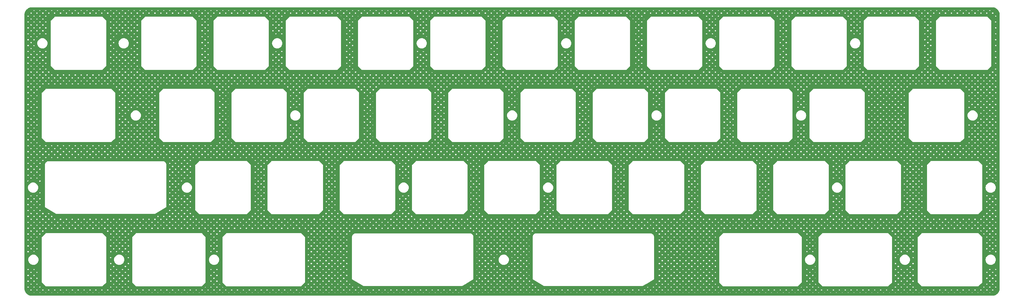
<source format=gbl>
G04 #@! TF.GenerationSoftware,KiCad,Pcbnew,7.0.7-7.0.7~ubuntu23.04.1*
G04 #@! TF.CreationDate,2023-09-11T03:08:33+00:00*
G04 #@! TF.ProjectId,plate,706c6174-652e-46b6-9963-61645f706362,rev?*
G04 #@! TF.SameCoordinates,Original*
G04 #@! TF.FileFunction,Copper,L2,Bot*
G04 #@! TF.FilePolarity,Positive*
%FSLAX46Y46*%
G04 Gerber Fmt 4.6, Leading zero omitted, Abs format (unit mm)*
G04 Created by KiCad (PCBNEW 7.0.7-7.0.7~ubuntu23.04.1) date 2023-09-11 03:08:33*
%MOMM*%
%LPD*%
G01*
G04 APERTURE LIST*
G04 APERTURE END LIST*
G04 #@! TA.AperFunction,NonConductor*
G36*
X274540773Y-53598133D02*
G01*
X274565546Y-53599755D01*
X274620055Y-53603326D01*
X274804572Y-53616552D01*
X274812232Y-53617583D01*
X274925462Y-53640104D01*
X275072856Y-53672165D01*
X275079547Y-53674022D01*
X275193581Y-53712728D01*
X275195729Y-53713458D01*
X275197463Y-53714075D01*
X275330958Y-53763863D01*
X275336703Y-53766344D01*
X275449523Y-53821978D01*
X275451758Y-53823139D01*
X275574149Y-53889966D01*
X275578868Y-53892823D01*
X275684663Y-53963511D01*
X275687351Y-53965413D01*
X275797895Y-54048164D01*
X275801620Y-54051184D01*
X275844573Y-54088851D01*
X275897739Y-54135475D01*
X275900652Y-54138202D01*
X275997469Y-54235018D01*
X275998040Y-54235589D01*
X276000814Y-54238551D01*
X276033334Y-54275632D01*
X276085094Y-54334651D01*
X276088105Y-54338366D01*
X276170842Y-54448888D01*
X276172760Y-54451598D01*
X276243445Y-54557382D01*
X276246312Y-54562117D01*
X276313123Y-54684471D01*
X276314313Y-54686762D01*
X276369935Y-54799551D01*
X276372421Y-54805310D01*
X276422204Y-54938778D01*
X276422823Y-54940515D01*
X276462253Y-55056671D01*
X276464128Y-55063427D01*
X276496190Y-55210812D01*
X276518702Y-55323988D01*
X276519737Y-55331668D01*
X276533363Y-55522196D01*
X276538116Y-55594712D01*
X276538249Y-55598768D01*
X276538250Y-127795476D01*
X276538117Y-127799533D01*
X276532613Y-127883499D01*
X276519836Y-128062566D01*
X276518801Y-128070257D01*
X276495055Y-128189631D01*
X276464363Y-128330723D01*
X276462488Y-128337479D01*
X276421707Y-128457613D01*
X276421088Y-128459350D01*
X276372810Y-128588788D01*
X276370323Y-128594547D01*
X276313206Y-128710367D01*
X276312016Y-128712658D01*
X276246886Y-128831933D01*
X276244019Y-128836667D01*
X276171698Y-128944904D01*
X276169779Y-128947614D01*
X276088915Y-129055634D01*
X276085894Y-129059361D01*
X275999770Y-129157562D01*
X275996996Y-129160524D01*
X275901784Y-129255733D01*
X275898822Y-129258508D01*
X275800624Y-129344621D01*
X275796899Y-129347642D01*
X275688873Y-129428508D01*
X275686163Y-129430426D01*
X275577924Y-129502746D01*
X275573189Y-129505612D01*
X275453912Y-129570739D01*
X275451621Y-129571929D01*
X275335803Y-129629041D01*
X275330044Y-129631527D01*
X275200598Y-129679807D01*
X275198859Y-129680426D01*
X275078732Y-129721200D01*
X275071977Y-129723075D01*
X274930907Y-129753760D01*
X274811466Y-129777516D01*
X274803786Y-129778550D01*
X274718173Y-129784671D01*
X274630816Y-129790917D01*
X274540007Y-129796867D01*
X274535952Y-129797000D01*
X21365773Y-129797000D01*
X21361723Y-129796867D01*
X21331104Y-129794860D01*
X21280162Y-129791521D01*
X21098310Y-129778515D01*
X21090630Y-129777480D01*
X20974306Y-129754341D01*
X20830109Y-129722973D01*
X20823354Y-129721098D01*
X20705202Y-129680992D01*
X20703463Y-129680373D01*
X20572010Y-129631343D01*
X20566252Y-129628856D01*
X20451942Y-129572485D01*
X20449650Y-129571295D01*
X20328837Y-129505326D01*
X20324112Y-129502465D01*
X20217105Y-129430966D01*
X20214398Y-129429050D01*
X20180815Y-129403911D01*
X20105099Y-129347230D01*
X20101400Y-129344231D01*
X20004242Y-129259026D01*
X20001288Y-129256259D01*
X19904988Y-129159957D01*
X19902214Y-129156996D01*
X19869187Y-129119336D01*
X19817018Y-129059848D01*
X19814021Y-129056152D01*
X19771238Y-128999000D01*
X21717862Y-128999000D01*
X22077482Y-128999000D01*
X23273497Y-128999000D01*
X23633117Y-128999000D01*
X24829132Y-128999000D01*
X25188752Y-128999000D01*
X26384767Y-128999000D01*
X26744387Y-128999000D01*
X27940402Y-128999000D01*
X28300022Y-128999000D01*
X29496037Y-128999000D01*
X29855656Y-128999000D01*
X31051672Y-128999000D01*
X31411291Y-128999000D01*
X32607307Y-128999000D01*
X32966926Y-128999000D01*
X34162942Y-128999000D01*
X34522561Y-128999000D01*
X35718577Y-128999000D01*
X36078196Y-128999000D01*
X37274212Y-128999000D01*
X37633831Y-128999000D01*
X38829847Y-128999000D01*
X39189466Y-128999000D01*
X40385482Y-128999000D01*
X40745101Y-128999000D01*
X41941116Y-128999000D01*
X42300736Y-128999000D01*
X43496751Y-128999000D01*
X43856371Y-128999000D01*
X45052386Y-128999000D01*
X45412006Y-128999000D01*
X46608021Y-128999000D01*
X46967641Y-128999000D01*
X48163656Y-128999000D01*
X48523276Y-128999000D01*
X49719291Y-128999000D01*
X50078910Y-128999000D01*
X51274926Y-128999000D01*
X51634545Y-128999000D01*
X52830561Y-128999000D01*
X53190180Y-128999000D01*
X54386196Y-128999000D01*
X54745815Y-128999000D01*
X55941831Y-128999000D01*
X56301450Y-128999000D01*
X57497466Y-128999000D01*
X57857085Y-128999000D01*
X59053101Y-128999000D01*
X59412720Y-128999000D01*
X60608735Y-128999000D01*
X60968355Y-128999000D01*
X62164370Y-128999000D01*
X62523990Y-128999000D01*
X63720005Y-128999000D01*
X64079625Y-128999000D01*
X65275640Y-128999000D01*
X65635260Y-128999000D01*
X66831275Y-128999000D01*
X67190895Y-128999000D01*
X68386910Y-128999000D01*
X68746529Y-128999000D01*
X69942545Y-128999000D01*
X70302164Y-128999000D01*
X71498180Y-128999000D01*
X71857799Y-128999000D01*
X73053815Y-128999000D01*
X73413434Y-128999000D01*
X74609450Y-128999000D01*
X74969069Y-128999000D01*
X76165085Y-128999000D01*
X76524704Y-128999000D01*
X77720720Y-128999000D01*
X78080339Y-128999000D01*
X79276354Y-128999000D01*
X79635974Y-128999000D01*
X80831989Y-128999000D01*
X81191609Y-128999000D01*
X82387624Y-128999000D01*
X82747244Y-128999000D01*
X83943259Y-128999000D01*
X84302879Y-128999000D01*
X85498894Y-128999000D01*
X85858514Y-128999000D01*
X87054529Y-128999000D01*
X87414148Y-128999000D01*
X88610164Y-128999000D01*
X88969783Y-128999000D01*
X90165799Y-128999000D01*
X90525418Y-128999000D01*
X91721434Y-128999000D01*
X92081053Y-128999000D01*
X93277069Y-128999000D01*
X93636688Y-128999000D01*
X94832704Y-128999000D01*
X95192323Y-128999000D01*
X96388339Y-128999000D01*
X96747958Y-128999000D01*
X97943973Y-128999000D01*
X98303593Y-128999000D01*
X99499608Y-128999000D01*
X99859228Y-128999000D01*
X101055243Y-128999000D01*
X101414863Y-128999000D01*
X102610878Y-128999000D01*
X102970498Y-128999000D01*
X104166513Y-128999000D01*
X104526133Y-128999000D01*
X105722148Y-128999000D01*
X106081768Y-128999000D01*
X107277783Y-128999000D01*
X107637402Y-128999000D01*
X108833418Y-128999000D01*
X109193037Y-128999000D01*
X110389053Y-128999000D01*
X110748672Y-128999000D01*
X111944688Y-128999000D01*
X112304307Y-128999000D01*
X113500323Y-128999000D01*
X113859942Y-128999000D01*
X115055958Y-128999000D01*
X115415577Y-128999000D01*
X116611593Y-128999000D01*
X116971212Y-128999000D01*
X118167227Y-128999000D01*
X118526847Y-128999000D01*
X119722862Y-128999000D01*
X120082482Y-128999000D01*
X121278497Y-128999000D01*
X121638117Y-128999000D01*
X122834132Y-128999000D01*
X123193752Y-128999000D01*
X124389767Y-128999000D01*
X124749387Y-128999000D01*
X125945402Y-128999000D01*
X126305021Y-128999000D01*
X127501037Y-128999000D01*
X127860656Y-128999000D01*
X129056672Y-128999000D01*
X129416291Y-128999000D01*
X130612307Y-128999000D01*
X130971926Y-128999000D01*
X132167942Y-128999000D01*
X132527561Y-128999000D01*
X133723577Y-128999000D01*
X134083196Y-128999000D01*
X135279212Y-128999000D01*
X135638831Y-128999000D01*
X136834846Y-128999000D01*
X137194466Y-128999000D01*
X138390481Y-128999000D01*
X138750101Y-128999000D01*
X139946116Y-128999000D01*
X140305736Y-128999000D01*
X141501751Y-128999000D01*
X141861371Y-128999000D01*
X143057386Y-128999000D01*
X143417006Y-128999000D01*
X144613021Y-128999000D01*
X144972640Y-128999000D01*
X146168656Y-128999000D01*
X146528275Y-128999000D01*
X147724291Y-128999000D01*
X148083910Y-128999000D01*
X149279926Y-128999000D01*
X149639545Y-128999000D01*
X150835561Y-128999000D01*
X151195180Y-128999000D01*
X152391196Y-128999000D01*
X152750815Y-128999000D01*
X153946831Y-128999000D01*
X154306450Y-128999000D01*
X155502465Y-128999000D01*
X155862085Y-128999000D01*
X157058100Y-128999000D01*
X157417720Y-128999000D01*
X158613735Y-128999000D01*
X158973355Y-128999000D01*
X160169370Y-128999000D01*
X160528990Y-128999000D01*
X161725005Y-128999000D01*
X162084625Y-128999000D01*
X163280640Y-128999000D01*
X163640259Y-128999000D01*
X164836275Y-128999000D01*
X165195894Y-128999000D01*
X166391910Y-128999000D01*
X166751529Y-128999000D01*
X167947545Y-128999000D01*
X168307164Y-128999000D01*
X169503180Y-128999000D01*
X169862799Y-128999000D01*
X171058815Y-128999000D01*
X171418434Y-128999000D01*
X172614450Y-128999000D01*
X172974069Y-128999000D01*
X174170085Y-128999000D01*
X174529704Y-128999000D01*
X175725719Y-128999000D01*
X176085339Y-128999000D01*
X177281354Y-128999000D01*
X177640974Y-128999000D01*
X178836989Y-128999000D01*
X179196609Y-128999000D01*
X180392624Y-128999000D01*
X180752244Y-128999000D01*
X181948259Y-128999000D01*
X182307879Y-128999000D01*
X183503894Y-128999000D01*
X183863513Y-128999000D01*
X185059529Y-128999000D01*
X185419148Y-128999000D01*
X186615164Y-128999000D01*
X186974783Y-128999000D01*
X188170799Y-128999000D01*
X188530418Y-128999000D01*
X189726434Y-128999000D01*
X190086053Y-128999000D01*
X191282069Y-128999000D01*
X191641688Y-128999000D01*
X192837704Y-128999000D01*
X193197323Y-128999000D01*
X194393338Y-128999000D01*
X194752958Y-128999000D01*
X195948973Y-128999000D01*
X196308593Y-128999000D01*
X197504608Y-128999000D01*
X197864228Y-128999000D01*
X199060243Y-128999000D01*
X199419863Y-128999000D01*
X200615878Y-128999000D01*
X200975498Y-128999000D01*
X202171513Y-128999000D01*
X202531132Y-128999000D01*
X203727148Y-128999000D01*
X204086767Y-128999000D01*
X205282783Y-128999000D01*
X205642402Y-128999000D01*
X206838418Y-128999000D01*
X207198037Y-128999000D01*
X208394053Y-128999000D01*
X208753672Y-128999000D01*
X209949688Y-128999000D01*
X210309307Y-128999000D01*
X211505323Y-128999000D01*
X211864942Y-128999000D01*
X213060957Y-128999000D01*
X213420577Y-128999000D01*
X214616592Y-128999000D01*
X214976212Y-128999000D01*
X216172227Y-128999000D01*
X216531847Y-128999000D01*
X217727862Y-128999000D01*
X218087482Y-128999000D01*
X219283497Y-128999000D01*
X219643117Y-128999000D01*
X220839132Y-128999000D01*
X221198751Y-128999000D01*
X222394767Y-128999000D01*
X222754386Y-128999000D01*
X223950402Y-128999000D01*
X224310021Y-128999000D01*
X225506037Y-128999000D01*
X225865656Y-128999000D01*
X227061672Y-128999000D01*
X227421291Y-128999000D01*
X228617307Y-128999000D01*
X228976926Y-128999000D01*
X230172942Y-128999000D01*
X230532561Y-128999000D01*
X231728576Y-128999000D01*
X232088196Y-128999000D01*
X233284211Y-128999000D01*
X233643831Y-128999000D01*
X234839846Y-128999000D01*
X235199466Y-128999000D01*
X236395481Y-128999000D01*
X236755101Y-128999000D01*
X237951116Y-128999000D01*
X238310736Y-128999000D01*
X239506751Y-128999000D01*
X239866371Y-128999000D01*
X241062386Y-128999000D01*
X241422005Y-128999000D01*
X242618021Y-128999000D01*
X242977640Y-128999000D01*
X244173656Y-128999000D01*
X244533275Y-128999000D01*
X245729291Y-128999000D01*
X246088910Y-128999000D01*
X247284926Y-128999000D01*
X247644545Y-128999000D01*
X248840561Y-128999000D01*
X249200180Y-128999000D01*
X250396196Y-128999000D01*
X250755815Y-128999000D01*
X251951830Y-128999000D01*
X252311450Y-128999000D01*
X253507465Y-128999000D01*
X253867085Y-128999000D01*
X255063100Y-128999000D01*
X255422720Y-128999000D01*
X256618735Y-128999000D01*
X256978355Y-128999000D01*
X258174370Y-128999000D01*
X258533990Y-128999000D01*
X259730005Y-128999000D01*
X260089624Y-128999000D01*
X261285640Y-128999000D01*
X261645259Y-128999000D01*
X262841275Y-128999000D01*
X263200894Y-128999000D01*
X264396910Y-128999000D01*
X264756529Y-128999000D01*
X265952545Y-128999000D01*
X266312164Y-128999000D01*
X267508180Y-128999000D01*
X267867799Y-128999000D01*
X269063815Y-128999000D01*
X269423434Y-128999000D01*
X270619449Y-128999000D01*
X270979069Y-128999000D01*
X272175084Y-128999000D01*
X272534704Y-128999000D01*
X273730719Y-128999000D01*
X274090339Y-128999000D01*
X273940458Y-128849119D01*
X273916126Y-128835072D01*
X273904932Y-128835072D01*
X273880599Y-128849119D01*
X273730719Y-128999000D01*
X272534704Y-128999000D01*
X272384823Y-128849119D01*
X272360491Y-128835072D01*
X272349297Y-128835072D01*
X272324964Y-128849119D01*
X272175084Y-128999000D01*
X270979069Y-128999000D01*
X270829188Y-128849119D01*
X270804856Y-128835072D01*
X270793662Y-128835072D01*
X270769329Y-128849119D01*
X270619449Y-128999000D01*
X269423434Y-128999000D01*
X269273553Y-128849119D01*
X269249221Y-128835072D01*
X269238027Y-128835072D01*
X269213695Y-128849119D01*
X269063815Y-128999000D01*
X267867799Y-128999000D01*
X267717918Y-128849119D01*
X267693586Y-128835072D01*
X267682392Y-128835072D01*
X267658060Y-128849119D01*
X267508180Y-128999000D01*
X266312164Y-128999000D01*
X266162283Y-128849119D01*
X266137951Y-128835072D01*
X266126757Y-128835072D01*
X266102425Y-128849119D01*
X265952545Y-128999000D01*
X264756529Y-128999000D01*
X264606649Y-128849120D01*
X264582317Y-128835072D01*
X264571122Y-128835072D01*
X264546789Y-128849120D01*
X264396910Y-128999000D01*
X263200894Y-128999000D01*
X263051013Y-128849119D01*
X263026682Y-128835072D01*
X263015488Y-128835072D01*
X262991155Y-128849119D01*
X262841275Y-128999000D01*
X261645259Y-128999000D01*
X261495378Y-128849119D01*
X261471047Y-128835072D01*
X261459853Y-128835072D01*
X261435520Y-128849119D01*
X261285640Y-128999000D01*
X260089624Y-128999000D01*
X259939743Y-128849119D01*
X259915412Y-128835072D01*
X259904218Y-128835072D01*
X259879885Y-128849119D01*
X259730005Y-128999000D01*
X258533990Y-128999000D01*
X258384109Y-128849119D01*
X258359777Y-128835072D01*
X258348583Y-128835072D01*
X258324250Y-128849119D01*
X258174370Y-128999000D01*
X256978355Y-128999000D01*
X256828474Y-128849119D01*
X256804142Y-128835072D01*
X256792948Y-128835072D01*
X256768615Y-128849119D01*
X256618735Y-128999000D01*
X255422720Y-128999000D01*
X255272839Y-128849119D01*
X255248507Y-128835072D01*
X255237313Y-128835072D01*
X255212980Y-128849119D01*
X255063100Y-128999000D01*
X253867085Y-128999000D01*
X253717204Y-128849119D01*
X253692872Y-128835072D01*
X253681678Y-128835072D01*
X253657345Y-128849119D01*
X253507465Y-128999000D01*
X252311450Y-128999000D01*
X252161569Y-128849119D01*
X252137237Y-128835072D01*
X252126043Y-128835072D01*
X252101710Y-128849119D01*
X251951830Y-128999000D01*
X250755815Y-128999000D01*
X250605934Y-128849119D01*
X250581602Y-128835072D01*
X250570408Y-128835072D01*
X250546076Y-128849119D01*
X250396196Y-128999000D01*
X249200180Y-128999000D01*
X249050299Y-128849119D01*
X249025967Y-128835072D01*
X249014773Y-128835072D01*
X248990441Y-128849119D01*
X248840561Y-128999000D01*
X247644545Y-128999000D01*
X247494664Y-128849119D01*
X247470332Y-128835072D01*
X247459138Y-128835072D01*
X247434806Y-128849119D01*
X247284926Y-128999000D01*
X246088910Y-128999000D01*
X245939029Y-128849119D01*
X245914697Y-128835072D01*
X245903503Y-128835072D01*
X245879171Y-128849119D01*
X245729291Y-128999000D01*
X244533275Y-128999000D01*
X244383394Y-128849119D01*
X244359063Y-128835072D01*
X244347869Y-128835072D01*
X244323536Y-128849119D01*
X244173656Y-128999000D01*
X242977640Y-128999000D01*
X242827759Y-128849119D01*
X242803428Y-128835072D01*
X242792234Y-128835072D01*
X242767901Y-128849119D01*
X242618021Y-128999000D01*
X241422005Y-128999000D01*
X241272124Y-128849119D01*
X241247793Y-128835072D01*
X241236599Y-128835072D01*
X241212266Y-128849119D01*
X241062386Y-128999000D01*
X239866371Y-128999000D01*
X239716490Y-128849119D01*
X239692158Y-128835072D01*
X239680964Y-128835072D01*
X239656631Y-128849119D01*
X239506751Y-128999000D01*
X238310736Y-128999000D01*
X238160855Y-128849119D01*
X238136523Y-128835072D01*
X238125329Y-128835072D01*
X238100996Y-128849119D01*
X237951116Y-128999000D01*
X236755101Y-128999000D01*
X236605220Y-128849119D01*
X236580888Y-128835072D01*
X236569694Y-128835072D01*
X236545361Y-128849119D01*
X236395481Y-128999000D01*
X235199466Y-128999000D01*
X235049585Y-128849119D01*
X235025253Y-128835072D01*
X235014059Y-128835072D01*
X234989726Y-128849119D01*
X234839846Y-128999000D01*
X233643831Y-128999000D01*
X233493950Y-128849119D01*
X233469618Y-128835072D01*
X233458424Y-128835072D01*
X233434091Y-128849119D01*
X233284211Y-128999000D01*
X232088196Y-128999000D01*
X231938315Y-128849119D01*
X231913983Y-128835072D01*
X231902789Y-128835072D01*
X231878456Y-128849119D01*
X231728576Y-128999000D01*
X230532561Y-128999000D01*
X230382680Y-128849119D01*
X230358348Y-128835072D01*
X230347154Y-128835072D01*
X230322822Y-128849119D01*
X230172942Y-128999000D01*
X228976926Y-128999000D01*
X228827045Y-128849119D01*
X228802713Y-128835072D01*
X228791519Y-128835072D01*
X228767187Y-128849119D01*
X228617307Y-128999000D01*
X227421291Y-128999000D01*
X227271410Y-128849119D01*
X227247078Y-128835072D01*
X227235884Y-128835072D01*
X227211552Y-128849119D01*
X227061672Y-128999000D01*
X225865656Y-128999000D01*
X225715775Y-128849119D01*
X225691444Y-128835072D01*
X225680250Y-128835072D01*
X225655917Y-128849119D01*
X225506037Y-128999000D01*
X224310021Y-128999000D01*
X224160140Y-128849119D01*
X224135809Y-128835072D01*
X224124615Y-128835072D01*
X224100282Y-128849119D01*
X223950402Y-128999000D01*
X222754386Y-128999000D01*
X222604505Y-128849119D01*
X222580174Y-128835072D01*
X222568980Y-128835072D01*
X222544647Y-128849119D01*
X222394767Y-128999000D01*
X221198751Y-128999000D01*
X221048870Y-128849119D01*
X221024539Y-128835072D01*
X221013345Y-128835072D01*
X220989012Y-128849119D01*
X220839132Y-128999000D01*
X219643117Y-128999000D01*
X219493236Y-128849119D01*
X219468904Y-128835072D01*
X219457710Y-128835072D01*
X219433377Y-128849119D01*
X219283497Y-128999000D01*
X218087482Y-128999000D01*
X217937601Y-128849119D01*
X217913269Y-128835072D01*
X217902075Y-128835072D01*
X217877742Y-128849119D01*
X217727862Y-128999000D01*
X216531847Y-128999000D01*
X216381966Y-128849119D01*
X216357634Y-128835072D01*
X216346440Y-128835072D01*
X216322107Y-128849119D01*
X216172227Y-128999000D01*
X214976212Y-128999000D01*
X214826331Y-128849119D01*
X214801999Y-128835072D01*
X214790805Y-128835072D01*
X214766472Y-128849119D01*
X214616592Y-128999000D01*
X213420577Y-128999000D01*
X213270696Y-128849119D01*
X213246364Y-128835072D01*
X213235170Y-128835072D01*
X213210837Y-128849119D01*
X213060957Y-128999000D01*
X211864942Y-128999000D01*
X211715061Y-128849119D01*
X211690729Y-128835072D01*
X211679535Y-128835072D01*
X211655203Y-128849119D01*
X211505323Y-128999000D01*
X210309307Y-128999000D01*
X210159426Y-128849119D01*
X210135094Y-128835072D01*
X210123900Y-128835072D01*
X210099568Y-128849119D01*
X209949688Y-128999000D01*
X208753672Y-128999000D01*
X208603791Y-128849119D01*
X208579459Y-128835072D01*
X208568265Y-128835072D01*
X208543933Y-128849119D01*
X208394053Y-128999000D01*
X207198037Y-128999000D01*
X207048157Y-128849120D01*
X207023825Y-128835072D01*
X207012630Y-128835072D01*
X206988297Y-128849120D01*
X206838418Y-128999000D01*
X205642402Y-128999000D01*
X205492521Y-128849119D01*
X205468190Y-128835072D01*
X205456996Y-128835072D01*
X205432663Y-128849119D01*
X205282783Y-128999000D01*
X204086767Y-128999000D01*
X203936886Y-128849119D01*
X203912555Y-128835072D01*
X203901361Y-128835072D01*
X203877028Y-128849119D01*
X203727148Y-128999000D01*
X202531132Y-128999000D01*
X202381251Y-128849119D01*
X202356920Y-128835072D01*
X202345726Y-128835072D01*
X202321393Y-128849119D01*
X202171513Y-128999000D01*
X200975498Y-128999000D01*
X200825617Y-128849119D01*
X200801285Y-128835072D01*
X200790091Y-128835072D01*
X200765758Y-128849119D01*
X200615878Y-128999000D01*
X199419863Y-128999000D01*
X199269982Y-128849119D01*
X199245650Y-128835072D01*
X199234456Y-128835072D01*
X199210123Y-128849119D01*
X199060243Y-128999000D01*
X197864228Y-128999000D01*
X197714347Y-128849119D01*
X197690015Y-128835072D01*
X197678821Y-128835072D01*
X197654488Y-128849119D01*
X197504608Y-128999000D01*
X196308593Y-128999000D01*
X196158712Y-128849119D01*
X196134380Y-128835072D01*
X196123186Y-128835072D01*
X196098853Y-128849119D01*
X195948973Y-128999000D01*
X194752958Y-128999000D01*
X194603077Y-128849119D01*
X194578745Y-128835072D01*
X194567551Y-128835072D01*
X194543218Y-128849119D01*
X194393338Y-128999000D01*
X193197323Y-128999000D01*
X193047442Y-128849119D01*
X193023110Y-128835072D01*
X193011916Y-128835072D01*
X192987584Y-128849119D01*
X192837704Y-128999000D01*
X191641688Y-128999000D01*
X191491807Y-128849119D01*
X191467475Y-128835072D01*
X191456281Y-128835072D01*
X191431949Y-128849119D01*
X191282069Y-128999000D01*
X190086053Y-128999000D01*
X189936172Y-128849119D01*
X189911840Y-128835072D01*
X189900646Y-128835072D01*
X189876314Y-128849119D01*
X189726434Y-128999000D01*
X188530418Y-128999000D01*
X188380538Y-128849120D01*
X188356206Y-128835072D01*
X188345011Y-128835072D01*
X188320679Y-128849119D01*
X188170799Y-128999000D01*
X186974783Y-128999000D01*
X186824902Y-128849119D01*
X186800571Y-128835072D01*
X186789377Y-128835072D01*
X186765044Y-128849119D01*
X186615164Y-128999000D01*
X185419148Y-128999000D01*
X185269267Y-128849119D01*
X185244936Y-128835072D01*
X185233742Y-128835072D01*
X185209409Y-128849119D01*
X185059529Y-128999000D01*
X183863513Y-128999000D01*
X183713632Y-128849119D01*
X183689301Y-128835072D01*
X183678107Y-128835072D01*
X183653774Y-128849119D01*
X183503894Y-128999000D01*
X182307879Y-128999000D01*
X182157998Y-128849119D01*
X182133666Y-128835072D01*
X182122472Y-128835072D01*
X182098139Y-128849119D01*
X181948259Y-128999000D01*
X180752244Y-128999000D01*
X180602363Y-128849119D01*
X180578031Y-128835072D01*
X180566837Y-128835072D01*
X180542504Y-128849119D01*
X180392624Y-128999000D01*
X179196609Y-128999000D01*
X179046728Y-128849119D01*
X179022396Y-128835072D01*
X179011202Y-128835072D01*
X178986869Y-128849119D01*
X178836989Y-128999000D01*
X177640974Y-128999000D01*
X177491093Y-128849119D01*
X177466761Y-128835072D01*
X177455567Y-128835072D01*
X177431234Y-128849119D01*
X177281354Y-128999000D01*
X176085339Y-128999000D01*
X175935458Y-128849119D01*
X175911126Y-128835072D01*
X175899932Y-128835072D01*
X175875599Y-128849119D01*
X175725719Y-128999000D01*
X174529704Y-128999000D01*
X174379823Y-128849119D01*
X174355491Y-128835072D01*
X174344297Y-128835072D01*
X174319965Y-128849119D01*
X174170085Y-128999000D01*
X172974069Y-128999000D01*
X172824188Y-128849119D01*
X172799856Y-128835072D01*
X172788662Y-128835072D01*
X172764330Y-128849119D01*
X172614450Y-128999000D01*
X171418434Y-128999000D01*
X171268553Y-128849119D01*
X171244221Y-128835072D01*
X171233027Y-128835072D01*
X171208695Y-128849119D01*
X171058815Y-128999000D01*
X169862799Y-128999000D01*
X169712918Y-128849119D01*
X169688586Y-128835072D01*
X169677392Y-128835072D01*
X169653060Y-128849119D01*
X169503180Y-128999000D01*
X168307164Y-128999000D01*
X168157283Y-128849119D01*
X168132952Y-128835072D01*
X168121758Y-128835072D01*
X168097425Y-128849119D01*
X167947545Y-128999000D01*
X166751529Y-128999000D01*
X166601648Y-128849119D01*
X166577317Y-128835072D01*
X166566123Y-128835072D01*
X166541790Y-128849119D01*
X166391910Y-128999000D01*
X165195894Y-128999000D01*
X165046013Y-128849119D01*
X165021682Y-128835072D01*
X165010488Y-128835072D01*
X164986155Y-128849119D01*
X164836275Y-128999000D01*
X163640259Y-128999000D01*
X163490378Y-128849119D01*
X163466047Y-128835072D01*
X163454853Y-128835072D01*
X163430520Y-128849119D01*
X163280640Y-128999000D01*
X162084625Y-128999000D01*
X161934744Y-128849119D01*
X161910412Y-128835072D01*
X161899218Y-128835072D01*
X161874885Y-128849119D01*
X161725005Y-128999000D01*
X160528990Y-128999000D01*
X160379109Y-128849119D01*
X160354777Y-128835072D01*
X160343583Y-128835072D01*
X160319250Y-128849119D01*
X160169370Y-128999000D01*
X158973355Y-128999000D01*
X158823474Y-128849119D01*
X158799142Y-128835072D01*
X158787948Y-128835072D01*
X158763615Y-128849119D01*
X158613735Y-128999000D01*
X157417720Y-128999000D01*
X157267839Y-128849119D01*
X157243507Y-128835072D01*
X157232313Y-128835072D01*
X157207980Y-128849119D01*
X157058100Y-128999000D01*
X155862085Y-128999000D01*
X155712204Y-128849119D01*
X155687872Y-128835072D01*
X155676678Y-128835072D01*
X155652345Y-128849119D01*
X155502465Y-128999000D01*
X154306450Y-128999000D01*
X154156569Y-128849119D01*
X154132237Y-128835072D01*
X154121043Y-128835072D01*
X154096711Y-128849119D01*
X153946831Y-128999000D01*
X152750815Y-128999000D01*
X152600934Y-128849119D01*
X152576602Y-128835072D01*
X152565408Y-128835072D01*
X152541076Y-128849119D01*
X152391196Y-128999000D01*
X151195180Y-128999000D01*
X151045299Y-128849119D01*
X151020967Y-128835072D01*
X151009773Y-128835072D01*
X150985441Y-128849119D01*
X150835561Y-128999000D01*
X149639545Y-128999000D01*
X149489664Y-128849119D01*
X149465333Y-128835072D01*
X149454139Y-128835072D01*
X149429806Y-128849119D01*
X149279926Y-128999000D01*
X148083910Y-128999000D01*
X147934029Y-128849119D01*
X147909698Y-128835072D01*
X147898504Y-128835072D01*
X147874171Y-128849119D01*
X147724291Y-128999000D01*
X146528275Y-128999000D01*
X146378394Y-128849119D01*
X146354063Y-128835072D01*
X146342869Y-128835072D01*
X146318536Y-128849119D01*
X146168656Y-128999000D01*
X144972640Y-128999000D01*
X144822759Y-128849119D01*
X144798428Y-128835072D01*
X144787234Y-128835072D01*
X144762901Y-128849119D01*
X144613021Y-128999000D01*
X143417006Y-128999000D01*
X143267125Y-128849119D01*
X143242793Y-128835072D01*
X143231599Y-128835072D01*
X143207266Y-128849119D01*
X143057386Y-128999000D01*
X141861371Y-128999000D01*
X141711490Y-128849119D01*
X141687158Y-128835072D01*
X141675964Y-128835072D01*
X141651631Y-128849119D01*
X141501751Y-128999000D01*
X140305736Y-128999000D01*
X140155855Y-128849119D01*
X140131523Y-128835072D01*
X140120329Y-128835072D01*
X140095996Y-128849119D01*
X139946116Y-128999000D01*
X138750101Y-128999000D01*
X138600220Y-128849119D01*
X138575888Y-128835072D01*
X138564694Y-128835072D01*
X138540361Y-128849119D01*
X138390481Y-128999000D01*
X137194466Y-128999000D01*
X137044585Y-128849119D01*
X137020253Y-128835072D01*
X137009059Y-128835072D01*
X136984726Y-128849119D01*
X136834846Y-128999000D01*
X135638831Y-128999000D01*
X135488950Y-128849119D01*
X135464618Y-128835072D01*
X135453424Y-128835072D01*
X135429092Y-128849119D01*
X135279212Y-128999000D01*
X134083196Y-128999000D01*
X133933315Y-128849119D01*
X133908983Y-128835072D01*
X133897789Y-128835072D01*
X133873457Y-128849119D01*
X133723577Y-128999000D01*
X132527561Y-128999000D01*
X132377680Y-128849119D01*
X132353348Y-128835072D01*
X132342154Y-128835072D01*
X132317822Y-128849119D01*
X132167942Y-128999000D01*
X130971926Y-128999000D01*
X130822046Y-128849120D01*
X130797714Y-128835072D01*
X130786519Y-128835072D01*
X130762186Y-128849120D01*
X130612307Y-128999000D01*
X129416291Y-128999000D01*
X129266410Y-128849119D01*
X129242079Y-128835072D01*
X129230885Y-128835072D01*
X129206552Y-128849119D01*
X129056672Y-128999000D01*
X127860656Y-128999000D01*
X127710775Y-128849119D01*
X127686444Y-128835072D01*
X127675250Y-128835072D01*
X127650917Y-128849119D01*
X127501037Y-128999000D01*
X126305021Y-128999000D01*
X126155140Y-128849119D01*
X126130809Y-128835072D01*
X126119615Y-128835072D01*
X126095282Y-128849119D01*
X125945402Y-128999000D01*
X124749387Y-128999000D01*
X124599506Y-128849119D01*
X124575174Y-128835072D01*
X124563980Y-128835072D01*
X124539647Y-128849119D01*
X124389767Y-128999000D01*
X123193752Y-128999000D01*
X123043871Y-128849119D01*
X123019539Y-128835072D01*
X123008345Y-128835072D01*
X122984012Y-128849119D01*
X122834132Y-128999000D01*
X121638117Y-128999000D01*
X121488236Y-128849119D01*
X121463904Y-128835072D01*
X121452710Y-128835072D01*
X121428377Y-128849119D01*
X121278497Y-128999000D01*
X120082482Y-128999000D01*
X119932601Y-128849119D01*
X119908269Y-128835072D01*
X119897075Y-128835072D01*
X119872742Y-128849119D01*
X119722862Y-128999000D01*
X118526847Y-128999000D01*
X118376966Y-128849119D01*
X118352634Y-128835072D01*
X118341440Y-128835072D01*
X118317107Y-128849119D01*
X118167227Y-128999000D01*
X116971212Y-128999000D01*
X116821331Y-128849119D01*
X116796999Y-128835072D01*
X116785805Y-128835072D01*
X116761473Y-128849119D01*
X116611593Y-128999000D01*
X115415577Y-128999000D01*
X115265696Y-128849119D01*
X115241364Y-128835072D01*
X115230170Y-128835072D01*
X115205838Y-128849119D01*
X115055958Y-128999000D01*
X113859942Y-128999000D01*
X113710061Y-128849119D01*
X113685729Y-128835072D01*
X113674535Y-128835072D01*
X113650203Y-128849119D01*
X113500323Y-128999000D01*
X112304307Y-128999000D01*
X112154426Y-128849119D01*
X112130094Y-128835072D01*
X112118900Y-128835072D01*
X112094568Y-128849119D01*
X111944688Y-128999000D01*
X110748672Y-128999000D01*
X110598791Y-128849119D01*
X110574460Y-128835072D01*
X110563266Y-128835072D01*
X110538933Y-128849119D01*
X110389053Y-128999000D01*
X109193037Y-128999000D01*
X109043156Y-128849119D01*
X109018825Y-128835072D01*
X109007631Y-128835072D01*
X108983298Y-128849119D01*
X108833418Y-128999000D01*
X107637402Y-128999000D01*
X107487521Y-128849119D01*
X107463190Y-128835072D01*
X107451996Y-128835072D01*
X107427663Y-128849119D01*
X107277783Y-128999000D01*
X106081768Y-128999000D01*
X105931887Y-128849119D01*
X105907555Y-128835072D01*
X105896361Y-128835072D01*
X105872028Y-128849119D01*
X105722148Y-128999000D01*
X104526133Y-128999000D01*
X104376252Y-128849119D01*
X104351920Y-128835072D01*
X104340726Y-128835072D01*
X104316393Y-128849119D01*
X104166513Y-128999000D01*
X102970498Y-128999000D01*
X102820617Y-128849119D01*
X102796285Y-128835072D01*
X102785091Y-128835072D01*
X102760758Y-128849119D01*
X102610878Y-128999000D01*
X101414863Y-128999000D01*
X101264982Y-128849119D01*
X101240650Y-128835072D01*
X101229456Y-128835072D01*
X101205123Y-128849119D01*
X101055243Y-128999000D01*
X99859228Y-128999000D01*
X99709347Y-128849119D01*
X99685015Y-128835072D01*
X99673821Y-128835072D01*
X99649488Y-128849119D01*
X99499608Y-128999000D01*
X98303593Y-128999000D01*
X98153712Y-128849119D01*
X98129380Y-128835072D01*
X98118186Y-128835072D01*
X98093853Y-128849119D01*
X97943973Y-128999000D01*
X96747958Y-128999000D01*
X96598077Y-128849119D01*
X96573745Y-128835072D01*
X96562551Y-128835072D01*
X96538219Y-128849119D01*
X96388339Y-128999000D01*
X95192323Y-128999000D01*
X95042442Y-128849119D01*
X95018110Y-128835072D01*
X95006916Y-128835072D01*
X94982584Y-128849119D01*
X94832704Y-128999000D01*
X93636688Y-128999000D01*
X93486807Y-128849119D01*
X93462475Y-128835072D01*
X93451281Y-128835072D01*
X93426949Y-128849119D01*
X93277069Y-128999000D01*
X92081053Y-128999000D01*
X91931172Y-128849119D01*
X91906841Y-128835072D01*
X91895647Y-128835072D01*
X91871314Y-128849119D01*
X91721434Y-128999000D01*
X90525418Y-128999000D01*
X90375537Y-128849119D01*
X90351206Y-128835072D01*
X90340012Y-128835072D01*
X90315679Y-128849119D01*
X90165799Y-128999000D01*
X88969783Y-128999000D01*
X88819902Y-128849119D01*
X88795571Y-128835072D01*
X88784377Y-128835072D01*
X88760044Y-128849119D01*
X88610164Y-128999000D01*
X87414148Y-128999000D01*
X87264267Y-128849119D01*
X87239936Y-128835072D01*
X87228742Y-128835072D01*
X87204409Y-128849119D01*
X87054529Y-128999000D01*
X85858514Y-128999000D01*
X85708633Y-128849119D01*
X85684301Y-128835072D01*
X85673107Y-128835072D01*
X85648774Y-128849119D01*
X85498894Y-128999000D01*
X84302879Y-128999000D01*
X84152998Y-128849119D01*
X84128666Y-128835072D01*
X84117472Y-128835072D01*
X84093139Y-128849119D01*
X83943259Y-128999000D01*
X82747244Y-128999000D01*
X82597363Y-128849119D01*
X82573031Y-128835072D01*
X82561837Y-128835072D01*
X82537504Y-128849119D01*
X82387624Y-128999000D01*
X81191609Y-128999000D01*
X81041728Y-128849119D01*
X81017396Y-128835072D01*
X81006202Y-128835072D01*
X80981869Y-128849119D01*
X80831989Y-128999000D01*
X79635974Y-128999000D01*
X79486093Y-128849119D01*
X79461761Y-128835072D01*
X79450567Y-128835072D01*
X79426234Y-128849119D01*
X79276354Y-128999000D01*
X78080339Y-128999000D01*
X77930458Y-128849119D01*
X77906126Y-128835072D01*
X77894932Y-128835072D01*
X77870600Y-128849119D01*
X77720720Y-128999000D01*
X76524704Y-128999000D01*
X76374823Y-128849119D01*
X76350491Y-128835072D01*
X76339297Y-128835072D01*
X76314965Y-128849119D01*
X76165085Y-128999000D01*
X74969069Y-128999000D01*
X74819188Y-128849119D01*
X74794856Y-128835072D01*
X74783662Y-128835072D01*
X74759330Y-128849119D01*
X74609450Y-128999000D01*
X73413434Y-128999000D01*
X73263554Y-128849120D01*
X73239222Y-128835072D01*
X73228027Y-128835072D01*
X73203694Y-128849120D01*
X73053815Y-128999000D01*
X71857799Y-128999000D01*
X71707918Y-128849119D01*
X71683587Y-128835072D01*
X71672393Y-128835072D01*
X71648060Y-128849119D01*
X71498180Y-128999000D01*
X70302164Y-128999000D01*
X70152283Y-128849119D01*
X70127952Y-128835072D01*
X70116758Y-128835072D01*
X70092425Y-128849119D01*
X69942545Y-128999000D01*
X68746529Y-128999000D01*
X68596648Y-128849119D01*
X68572317Y-128835072D01*
X68561123Y-128835072D01*
X68536790Y-128849119D01*
X68386910Y-128999000D01*
X67190895Y-128999000D01*
X67041014Y-128849119D01*
X67016682Y-128835072D01*
X67005488Y-128835072D01*
X66981155Y-128849119D01*
X66831275Y-128999000D01*
X65635260Y-128999000D01*
X65485379Y-128849119D01*
X65461047Y-128835072D01*
X65449853Y-128835072D01*
X65425520Y-128849119D01*
X65275640Y-128999000D01*
X64079625Y-128999000D01*
X63929744Y-128849119D01*
X63905412Y-128835072D01*
X63894218Y-128835072D01*
X63869885Y-128849119D01*
X63720005Y-128999000D01*
X62523990Y-128999000D01*
X62374109Y-128849119D01*
X62349777Y-128835072D01*
X62338583Y-128835072D01*
X62314250Y-128849119D01*
X62164370Y-128999000D01*
X60968355Y-128999000D01*
X60818474Y-128849119D01*
X60794142Y-128835072D01*
X60782948Y-128835072D01*
X60758615Y-128849119D01*
X60608735Y-128999000D01*
X59412720Y-128999000D01*
X59262839Y-128849119D01*
X59238507Y-128835072D01*
X59227313Y-128835072D01*
X59202981Y-128849119D01*
X59053101Y-128999000D01*
X57857085Y-128999000D01*
X57707204Y-128849119D01*
X57682872Y-128835072D01*
X57671678Y-128835072D01*
X57647346Y-128849119D01*
X57497466Y-128999000D01*
X56301450Y-128999000D01*
X56151569Y-128849119D01*
X56127237Y-128835072D01*
X56116043Y-128835072D01*
X56091711Y-128849119D01*
X55941831Y-128999000D01*
X54745815Y-128999000D01*
X54595935Y-128849120D01*
X54571603Y-128835072D01*
X54560408Y-128835072D01*
X54536076Y-128849119D01*
X54386196Y-128999000D01*
X53190180Y-128999000D01*
X53040299Y-128849119D01*
X53015968Y-128835072D01*
X53004774Y-128835072D01*
X52980441Y-128849119D01*
X52830561Y-128999000D01*
X51634545Y-128999000D01*
X51484664Y-128849119D01*
X51460333Y-128835072D01*
X51449139Y-128835072D01*
X51424806Y-128849119D01*
X51274926Y-128999000D01*
X50078910Y-128999000D01*
X49929029Y-128849119D01*
X49904698Y-128835072D01*
X49893504Y-128835072D01*
X49869171Y-128849119D01*
X49719291Y-128999000D01*
X48523276Y-128999000D01*
X48373395Y-128849119D01*
X48349063Y-128835072D01*
X48337869Y-128835072D01*
X48313536Y-128849119D01*
X48163656Y-128999000D01*
X46967641Y-128999000D01*
X46817760Y-128849119D01*
X46793428Y-128835072D01*
X46782234Y-128835072D01*
X46757901Y-128849119D01*
X46608021Y-128999000D01*
X45412006Y-128999000D01*
X45262125Y-128849119D01*
X45237793Y-128835072D01*
X45226599Y-128835072D01*
X45202266Y-128849119D01*
X45052386Y-128999000D01*
X43856371Y-128999000D01*
X43706490Y-128849119D01*
X43682158Y-128835072D01*
X43670964Y-128835072D01*
X43646631Y-128849119D01*
X43496751Y-128999000D01*
X42300736Y-128999000D01*
X42150855Y-128849119D01*
X42126523Y-128835072D01*
X42115329Y-128835072D01*
X42090996Y-128849119D01*
X41941116Y-128999000D01*
X40745101Y-128999000D01*
X40595220Y-128849119D01*
X40570888Y-128835072D01*
X40559694Y-128835072D01*
X40535362Y-128849119D01*
X40385482Y-128999000D01*
X39189466Y-128999000D01*
X39039585Y-128849119D01*
X39015253Y-128835072D01*
X39004059Y-128835072D01*
X38979727Y-128849119D01*
X38829847Y-128999000D01*
X37633831Y-128999000D01*
X37483950Y-128849119D01*
X37459618Y-128835072D01*
X37448424Y-128835072D01*
X37424092Y-128849119D01*
X37274212Y-128999000D01*
X36078196Y-128999000D01*
X35928315Y-128849119D01*
X35903983Y-128835072D01*
X35892789Y-128835072D01*
X35868457Y-128849119D01*
X35718577Y-128999000D01*
X34522561Y-128999000D01*
X34372680Y-128849119D01*
X34348349Y-128835072D01*
X34337155Y-128835072D01*
X34312822Y-128849119D01*
X34162942Y-128999000D01*
X32966926Y-128999000D01*
X32817045Y-128849119D01*
X32792714Y-128835072D01*
X32781520Y-128835072D01*
X32757187Y-128849119D01*
X32607307Y-128999000D01*
X31411291Y-128999000D01*
X31261410Y-128849119D01*
X31237079Y-128835072D01*
X31225885Y-128835072D01*
X31201552Y-128849119D01*
X31051672Y-128999000D01*
X29855656Y-128999000D01*
X29705775Y-128849119D01*
X29681444Y-128835072D01*
X29670250Y-128835072D01*
X29645917Y-128849119D01*
X29496037Y-128999000D01*
X28300022Y-128999000D01*
X28150141Y-128849119D01*
X28125809Y-128835072D01*
X28114615Y-128835072D01*
X28090282Y-128849119D01*
X27940402Y-128999000D01*
X26744387Y-128999000D01*
X26594506Y-128849119D01*
X26570174Y-128835072D01*
X26558980Y-128835072D01*
X26534647Y-128849119D01*
X26384767Y-128999000D01*
X25188752Y-128999000D01*
X25038871Y-128849119D01*
X25014539Y-128835072D01*
X25003345Y-128835072D01*
X24979012Y-128849119D01*
X24829132Y-128999000D01*
X23633117Y-128999000D01*
X23483236Y-128849119D01*
X23458904Y-128835072D01*
X23447710Y-128835072D01*
X23423377Y-128849119D01*
X23273497Y-128999000D01*
X22077482Y-128999000D01*
X21927601Y-128849119D01*
X21903269Y-128835072D01*
X21892075Y-128835072D01*
X21867742Y-128849119D01*
X21717862Y-128999000D01*
X19771238Y-128999000D01*
X19732187Y-128946834D01*
X19730297Y-128944163D01*
X19658777Y-128837127D01*
X19655932Y-128832427D01*
X19589930Y-128711555D01*
X19588768Y-128709317D01*
X19532379Y-128594970D01*
X19529909Y-128589250D01*
X19480877Y-128457787D01*
X19480258Y-128456050D01*
X19479082Y-128452585D01*
X19440145Y-128337882D01*
X19438280Y-128331162D01*
X19422912Y-128260517D01*
X20922189Y-128260517D01*
X20936236Y-128284848D01*
X21089925Y-128438537D01*
X21114258Y-128452585D01*
X21125452Y-128452585D01*
X21149783Y-128438537D01*
X21303472Y-128284848D01*
X21317520Y-128260517D01*
X22477824Y-128260517D01*
X22491871Y-128284848D01*
X22645560Y-128438537D01*
X22669893Y-128452585D01*
X22681087Y-128452585D01*
X22705418Y-128438537D01*
X22859107Y-128284848D01*
X22873155Y-128260517D01*
X24033458Y-128260517D01*
X24047506Y-128284848D01*
X24201195Y-128438537D01*
X24225528Y-128452585D01*
X24236722Y-128452585D01*
X24261053Y-128438537D01*
X24414742Y-128284848D01*
X24428790Y-128260517D01*
X25589094Y-128260517D01*
X25603141Y-128284848D01*
X25756830Y-128438537D01*
X25781162Y-128452585D01*
X25792357Y-128452585D01*
X25816689Y-128438536D01*
X25970377Y-128284848D01*
X25984425Y-128260517D01*
X27144729Y-128260517D01*
X27158776Y-128284848D01*
X27312465Y-128438537D01*
X27336797Y-128452585D01*
X27347991Y-128452585D01*
X27372323Y-128438537D01*
X27526012Y-128284848D01*
X27540060Y-128260517D01*
X28700364Y-128260517D01*
X28714411Y-128284848D01*
X28868100Y-128438537D01*
X28892432Y-128452585D01*
X28903626Y-128452585D01*
X28927958Y-128438537D01*
X29081647Y-128284848D01*
X29095695Y-128260517D01*
X30255999Y-128260517D01*
X30270046Y-128284848D01*
X30423735Y-128438537D01*
X30448067Y-128452585D01*
X30459261Y-128452585D01*
X30483593Y-128438537D01*
X30637282Y-128284848D01*
X30651330Y-128260517D01*
X31811633Y-128260517D01*
X31825680Y-128284848D01*
X31979369Y-128438537D01*
X32003702Y-128452585D01*
X32014896Y-128452585D01*
X32039228Y-128438537D01*
X32192917Y-128284848D01*
X32206965Y-128260517D01*
X33367267Y-128260517D01*
X33381315Y-128284848D01*
X33535004Y-128438537D01*
X33559337Y-128452585D01*
X33570531Y-128452585D01*
X33594863Y-128438537D01*
X33748552Y-128284848D01*
X33762600Y-128260517D01*
X34922903Y-128260517D01*
X34936950Y-128284848D01*
X35090639Y-128438537D01*
X35114972Y-128452585D01*
X35126166Y-128452585D01*
X35150498Y-128438537D01*
X35304187Y-128284848D01*
X35318235Y-128260517D01*
X36478538Y-128260517D01*
X36492585Y-128284848D01*
X36646274Y-128438537D01*
X36670607Y-128452585D01*
X36681801Y-128452585D01*
X36706133Y-128438537D01*
X36859822Y-128284848D01*
X36873870Y-128260517D01*
X38034173Y-128260517D01*
X38048220Y-128284848D01*
X38201909Y-128438537D01*
X38226242Y-128452585D01*
X38237436Y-128452585D01*
X38261768Y-128438537D01*
X38415457Y-128284848D01*
X38429505Y-128260517D01*
X39589808Y-128260517D01*
X39603855Y-128284848D01*
X39757544Y-128438537D01*
X39781877Y-128452585D01*
X39793071Y-128452585D01*
X39817402Y-128438537D01*
X39971091Y-128284848D01*
X39985139Y-128260517D01*
X41145443Y-128260517D01*
X41159490Y-128284848D01*
X41313179Y-128438537D01*
X41337512Y-128452585D01*
X41348706Y-128452585D01*
X41373037Y-128438537D01*
X41526726Y-128284848D01*
X41540774Y-128260517D01*
X42701078Y-128260517D01*
X42715125Y-128284848D01*
X42868814Y-128438537D01*
X42893147Y-128452585D01*
X42904341Y-128452585D01*
X42928672Y-128438537D01*
X43082361Y-128284848D01*
X43096409Y-128260517D01*
X44256713Y-128260517D01*
X44270760Y-128284848D01*
X44424448Y-128438536D01*
X44448781Y-128452585D01*
X44459976Y-128452585D01*
X44484307Y-128438537D01*
X44637996Y-128284848D01*
X44652044Y-128260517D01*
X45812348Y-128260517D01*
X45826395Y-128284848D01*
X45980084Y-128438537D01*
X46004416Y-128452585D01*
X46015610Y-128452585D01*
X46039942Y-128438537D01*
X46193631Y-128284848D01*
X46207679Y-128260517D01*
X47367983Y-128260517D01*
X47382030Y-128284848D01*
X47535719Y-128438537D01*
X47560051Y-128452585D01*
X47571245Y-128452585D01*
X47595577Y-128438537D01*
X47749266Y-128284848D01*
X47763314Y-128260517D01*
X48923618Y-128260517D01*
X48937665Y-128284848D01*
X49091354Y-128438537D01*
X49115686Y-128452585D01*
X49126880Y-128452585D01*
X49151212Y-128438537D01*
X49304901Y-128284848D01*
X49318949Y-128260517D01*
X50479252Y-128260517D01*
X50493299Y-128284848D01*
X50646988Y-128438537D01*
X50671321Y-128452585D01*
X50682515Y-128452585D01*
X50706847Y-128438537D01*
X50860536Y-128284848D01*
X50874584Y-128260517D01*
X52034886Y-128260517D01*
X52048934Y-128284848D01*
X52202623Y-128438537D01*
X52226956Y-128452585D01*
X52238150Y-128452585D01*
X52262482Y-128438537D01*
X52416171Y-128284848D01*
X52430219Y-128260517D01*
X53590522Y-128260517D01*
X53604569Y-128284848D01*
X53758258Y-128438537D01*
X53782591Y-128452585D01*
X53793785Y-128452585D01*
X53818117Y-128438537D01*
X53971806Y-128284848D01*
X53985854Y-128260517D01*
X55146157Y-128260517D01*
X55160204Y-128284848D01*
X55313893Y-128438537D01*
X55338226Y-128452585D01*
X55349420Y-128452585D01*
X55373752Y-128438537D01*
X55527441Y-128284848D01*
X55541489Y-128260517D01*
X56701792Y-128260517D01*
X56715839Y-128284848D01*
X56869528Y-128438537D01*
X56893861Y-128452585D01*
X56905055Y-128452585D01*
X56929387Y-128438537D01*
X57083076Y-128284848D01*
X57097124Y-128260517D01*
X58257427Y-128260517D01*
X58271474Y-128284848D01*
X58425163Y-128438537D01*
X58449496Y-128452585D01*
X58460690Y-128452585D01*
X58485021Y-128438537D01*
X58638710Y-128284848D01*
X58652757Y-128260517D01*
X59813061Y-128260517D01*
X59827109Y-128284848D01*
X59980798Y-128438537D01*
X60005131Y-128452585D01*
X60016325Y-128452585D01*
X60040656Y-128438537D01*
X60194345Y-128284848D01*
X60208393Y-128260517D01*
X61368697Y-128260517D01*
X61382744Y-128284848D01*
X61536433Y-128438537D01*
X61560766Y-128452585D01*
X61571960Y-128452585D01*
X61596291Y-128438537D01*
X61749980Y-128284848D01*
X61764028Y-128260517D01*
X62924332Y-128260517D01*
X62938379Y-128284848D01*
X63092068Y-128438537D01*
X63116401Y-128452585D01*
X63127595Y-128452585D01*
X63151926Y-128438537D01*
X63305615Y-128284848D01*
X63319663Y-128260517D01*
X64479967Y-128260517D01*
X64494014Y-128284848D01*
X64647703Y-128438537D01*
X64672035Y-128452585D01*
X64683229Y-128452585D01*
X64707561Y-128438537D01*
X64861250Y-128284848D01*
X64875298Y-128260517D01*
X66035602Y-128260517D01*
X66049649Y-128284848D01*
X66203338Y-128438537D01*
X66227670Y-128452585D01*
X66238864Y-128452585D01*
X66263196Y-128438537D01*
X66416885Y-128284848D01*
X66430933Y-128260517D01*
X67591237Y-128260517D01*
X67605284Y-128284848D01*
X67758973Y-128438537D01*
X67783305Y-128452585D01*
X67794499Y-128452585D01*
X67818831Y-128438537D01*
X67972520Y-128284848D01*
X67986568Y-128260517D01*
X69146872Y-128260517D01*
X69160920Y-128284850D01*
X69314607Y-128438537D01*
X69338940Y-128452585D01*
X69350134Y-128452585D01*
X69374466Y-128438537D01*
X69528155Y-128284848D01*
X69542203Y-128260517D01*
X70702506Y-128260517D01*
X70716553Y-128284848D01*
X70870242Y-128438537D01*
X70894575Y-128452585D01*
X70905769Y-128452585D01*
X70930101Y-128438537D01*
X71083790Y-128284848D01*
X71097838Y-128260517D01*
X72258141Y-128260517D01*
X72272188Y-128284848D01*
X72425877Y-128438537D01*
X72450210Y-128452585D01*
X72461404Y-128452585D01*
X72485736Y-128438537D01*
X72639425Y-128284848D01*
X72653473Y-128260517D01*
X73813776Y-128260517D01*
X73827823Y-128284848D01*
X73981512Y-128438537D01*
X74005845Y-128452585D01*
X74017039Y-128452585D01*
X74041371Y-128438537D01*
X74195060Y-128284848D01*
X74209108Y-128260517D01*
X75369411Y-128260517D01*
X75383458Y-128284848D01*
X75537147Y-128438537D01*
X75561480Y-128452585D01*
X75572674Y-128452585D01*
X75597006Y-128438537D01*
X75750695Y-128284848D01*
X75764743Y-128260517D01*
X76925046Y-128260517D01*
X76939093Y-128284848D01*
X77092782Y-128438537D01*
X77117115Y-128452585D01*
X77128309Y-128452585D01*
X77152641Y-128438537D01*
X77306330Y-128284848D01*
X77320378Y-128260517D01*
X78480681Y-128260517D01*
X78494728Y-128284848D01*
X78648417Y-128438537D01*
X78672750Y-128452585D01*
X78683944Y-128452585D01*
X78708275Y-128438537D01*
X78861964Y-128284848D01*
X78876012Y-128260517D01*
X80036316Y-128260517D01*
X80050363Y-128284848D01*
X80204052Y-128438537D01*
X80228385Y-128452585D01*
X80239579Y-128452585D01*
X80263910Y-128438537D01*
X80417599Y-128284848D01*
X80431647Y-128260517D01*
X81591951Y-128260517D01*
X81605998Y-128284848D01*
X81759687Y-128438537D01*
X81784020Y-128452585D01*
X81795214Y-128452585D01*
X81819545Y-128438537D01*
X81973234Y-128284848D01*
X81987282Y-128260517D01*
X83147586Y-128260517D01*
X83161633Y-128284848D01*
X83315322Y-128438537D01*
X83339654Y-128452585D01*
X83350848Y-128452585D01*
X83375180Y-128438537D01*
X83528869Y-128284848D01*
X83542917Y-128260517D01*
X84703221Y-128260517D01*
X84717268Y-128284848D01*
X84870957Y-128438537D01*
X84895289Y-128452585D01*
X84906483Y-128452585D01*
X84930815Y-128438537D01*
X85084504Y-128284848D01*
X85098552Y-128260517D01*
X86258856Y-128260517D01*
X86272903Y-128284848D01*
X86426592Y-128438537D01*
X86450924Y-128452585D01*
X86462118Y-128452585D01*
X86486450Y-128438537D01*
X86640139Y-128284848D01*
X86654187Y-128260517D01*
X87814491Y-128260517D01*
X87828538Y-128284848D01*
X87982227Y-128438537D01*
X88006559Y-128452585D01*
X88017753Y-128452585D01*
X88042085Y-128438537D01*
X88195774Y-128284848D01*
X88209822Y-128260517D01*
X89370125Y-128260517D01*
X89384172Y-128284848D01*
X89537861Y-128438537D01*
X89562194Y-128452585D01*
X89573388Y-128452585D01*
X89597720Y-128438537D01*
X89751409Y-128284848D01*
X89765457Y-128260517D01*
X90925760Y-128260517D01*
X90939807Y-128284848D01*
X91093496Y-128438537D01*
X91117829Y-128452585D01*
X91129023Y-128452585D01*
X91153355Y-128438537D01*
X91307044Y-128284848D01*
X91321092Y-128260517D01*
X92481395Y-128260517D01*
X92495442Y-128284848D01*
X92649131Y-128438537D01*
X92673464Y-128452585D01*
X92684658Y-128452585D01*
X92708990Y-128438537D01*
X92862679Y-128284848D01*
X92876727Y-128260517D01*
X94037030Y-128260517D01*
X94051077Y-128284848D01*
X94204766Y-128438537D01*
X94229099Y-128452585D01*
X94240293Y-128452585D01*
X94264625Y-128438537D01*
X94418314Y-128284848D01*
X94432362Y-128260517D01*
X95592665Y-128260517D01*
X95606712Y-128284848D01*
X95760401Y-128438537D01*
X95784734Y-128452585D01*
X95795928Y-128452585D01*
X95820260Y-128438537D01*
X95973949Y-128284848D01*
X95987996Y-128260517D01*
X97148299Y-128260517D01*
X97162347Y-128284848D01*
X97316036Y-128438537D01*
X97340369Y-128452585D01*
X97351563Y-128452585D01*
X97375894Y-128438537D01*
X97529583Y-128284848D01*
X97543631Y-128260517D01*
X98703934Y-128260517D01*
X98717982Y-128284848D01*
X98871671Y-128438537D01*
X98896004Y-128452585D01*
X98907198Y-128452585D01*
X98931529Y-128438537D01*
X99085218Y-128284848D01*
X99099266Y-128260517D01*
X100259570Y-128260517D01*
X100273617Y-128284848D01*
X100427306Y-128438537D01*
X100451639Y-128452585D01*
X100462833Y-128452585D01*
X100487164Y-128438537D01*
X100640853Y-128284848D01*
X100654901Y-128260517D01*
X101815205Y-128260517D01*
X101829252Y-128284848D01*
X101982940Y-128438536D01*
X102007273Y-128452585D01*
X102018468Y-128452585D01*
X102042800Y-128438536D01*
X102196488Y-128284848D01*
X102210536Y-128260517D01*
X103370840Y-128260517D01*
X103384887Y-128284848D01*
X103538576Y-128438537D01*
X103562908Y-128452585D01*
X103574102Y-128452585D01*
X103598434Y-128438537D01*
X103752123Y-128284848D01*
X103766171Y-128260517D01*
X104926475Y-128260517D01*
X104940522Y-128284848D01*
X105094211Y-128438537D01*
X105118543Y-128452585D01*
X105129737Y-128452585D01*
X105154069Y-128438537D01*
X105307758Y-128284848D01*
X105321805Y-128260517D01*
X106482110Y-128260517D01*
X106496157Y-128284848D01*
X106649846Y-128438537D01*
X106674178Y-128452585D01*
X106685372Y-128452585D01*
X106709704Y-128438537D01*
X106863393Y-128284848D01*
X106877441Y-128260517D01*
X108037744Y-128260517D01*
X108051791Y-128284848D01*
X108205480Y-128438537D01*
X108229813Y-128452585D01*
X108241007Y-128452585D01*
X108265339Y-128438537D01*
X108419028Y-128284848D01*
X108433076Y-128260517D01*
X109593379Y-128260517D01*
X109607426Y-128284848D01*
X109761115Y-128438537D01*
X109785448Y-128452585D01*
X109796642Y-128452585D01*
X109820974Y-128438537D01*
X109974663Y-128284848D01*
X109988711Y-128260517D01*
X111149014Y-128260517D01*
X111163061Y-128284848D01*
X111316750Y-128438537D01*
X111341083Y-128452585D01*
X111352277Y-128452585D01*
X111376609Y-128438537D01*
X111530298Y-128284848D01*
X111544346Y-128260517D01*
X112704649Y-128260517D01*
X112718696Y-128284848D01*
X112872385Y-128438537D01*
X112896718Y-128452585D01*
X112907912Y-128452585D01*
X112932244Y-128438537D01*
X113085933Y-128284848D01*
X113099981Y-128260517D01*
X114260284Y-128260517D01*
X114274331Y-128284848D01*
X114428020Y-128438537D01*
X114452353Y-128452585D01*
X114463547Y-128452585D01*
X114487879Y-128438537D01*
X114641568Y-128284848D01*
X114655616Y-128260517D01*
X115815919Y-128260517D01*
X115829966Y-128284848D01*
X115983655Y-128438537D01*
X116007988Y-128452585D01*
X116019182Y-128452585D01*
X116043513Y-128438537D01*
X116197202Y-128284848D01*
X116211250Y-128260517D01*
X117371554Y-128260517D01*
X117385601Y-128284848D01*
X117539290Y-128438537D01*
X117563623Y-128452585D01*
X117574817Y-128452585D01*
X117599148Y-128438537D01*
X117752837Y-128284848D01*
X117766885Y-128260517D01*
X118927189Y-128260517D01*
X118941236Y-128284848D01*
X119094925Y-128438537D01*
X119119258Y-128452585D01*
X119130452Y-128452585D01*
X119154783Y-128438537D01*
X119308472Y-128284848D01*
X119322520Y-128260517D01*
X120482824Y-128260517D01*
X120496871Y-128284848D01*
X120650560Y-128438537D01*
X120674893Y-128452585D01*
X120686087Y-128452585D01*
X120710418Y-128438537D01*
X120864107Y-128284848D01*
X120878155Y-128260517D01*
X122038459Y-128260517D01*
X122052506Y-128284848D01*
X122206195Y-128438537D01*
X122230527Y-128452585D01*
X122241721Y-128452585D01*
X122266053Y-128438537D01*
X122419742Y-128284848D01*
X122433790Y-128260517D01*
X123594093Y-128260517D01*
X123608141Y-128284848D01*
X123761830Y-128438537D01*
X123786162Y-128452585D01*
X123797356Y-128452585D01*
X123821688Y-128438537D01*
X123975377Y-128284848D01*
X123989425Y-128260517D01*
X125149729Y-128260517D01*
X125163776Y-128284848D01*
X125317465Y-128438537D01*
X125341797Y-128452585D01*
X125352991Y-128452585D01*
X125377323Y-128438537D01*
X125531012Y-128284848D01*
X125545060Y-128260517D01*
X126705363Y-128260517D01*
X126719410Y-128284848D01*
X126873099Y-128438537D01*
X126897432Y-128452585D01*
X126908626Y-128452585D01*
X126932958Y-128438537D01*
X127086647Y-128284848D01*
X127100695Y-128260517D01*
X128260998Y-128260517D01*
X128275045Y-128284848D01*
X128428734Y-128438537D01*
X128453067Y-128452585D01*
X128464261Y-128452585D01*
X128488593Y-128438537D01*
X128642282Y-128284848D01*
X128656330Y-128260517D01*
X129816633Y-128260517D01*
X129830680Y-128284848D01*
X129984369Y-128438537D01*
X130008702Y-128452585D01*
X130019896Y-128452585D01*
X130044228Y-128438537D01*
X130197917Y-128284848D01*
X130211964Y-128260517D01*
X131372267Y-128260517D01*
X131386315Y-128284848D01*
X131540004Y-128438537D01*
X131564337Y-128452585D01*
X131575531Y-128452585D01*
X131599863Y-128438537D01*
X131753552Y-128284848D01*
X131767600Y-128260517D01*
X132927902Y-128260517D01*
X132941950Y-128284848D01*
X133095639Y-128438537D01*
X133119972Y-128452585D01*
X133131166Y-128452585D01*
X133155498Y-128438537D01*
X133309187Y-128284848D01*
X133323235Y-128260517D01*
X134483538Y-128260517D01*
X134497585Y-128284848D01*
X134651274Y-128438537D01*
X134675607Y-128452585D01*
X134686801Y-128452585D01*
X134711133Y-128438537D01*
X134864820Y-128284850D01*
X134878869Y-128260517D01*
X136039173Y-128260517D01*
X136053220Y-128284848D01*
X136206909Y-128438537D01*
X136231242Y-128452585D01*
X136242436Y-128452585D01*
X136266767Y-128438537D01*
X136420456Y-128284848D01*
X136434504Y-128260517D01*
X137594808Y-128260517D01*
X137608855Y-128284848D01*
X137762544Y-128438537D01*
X137786877Y-128452585D01*
X137798071Y-128452585D01*
X137822402Y-128438537D01*
X137976091Y-128284848D01*
X137990139Y-128260517D01*
X139150443Y-128260517D01*
X139164490Y-128284848D01*
X139318179Y-128438537D01*
X139342512Y-128452585D01*
X139353706Y-128452585D01*
X139378037Y-128438537D01*
X139531726Y-128284848D01*
X139545774Y-128260517D01*
X140706078Y-128260517D01*
X140720125Y-128284848D01*
X140873814Y-128438537D01*
X140898146Y-128452585D01*
X140909340Y-128452585D01*
X140933672Y-128438537D01*
X141087361Y-128284848D01*
X141101409Y-128260517D01*
X142261713Y-128260517D01*
X142275760Y-128284848D01*
X142429449Y-128438537D01*
X142453781Y-128452585D01*
X142464975Y-128452585D01*
X142489307Y-128438537D01*
X142642996Y-128284848D01*
X142657044Y-128260517D01*
X143817348Y-128260517D01*
X143831395Y-128284848D01*
X143985084Y-128438537D01*
X144009416Y-128452585D01*
X144020610Y-128452585D01*
X144044942Y-128438537D01*
X144198631Y-128284848D01*
X144212679Y-128260517D01*
X145372983Y-128260517D01*
X145387030Y-128284848D01*
X145540719Y-128438537D01*
X145565051Y-128452585D01*
X145576245Y-128452585D01*
X145600577Y-128438537D01*
X145754266Y-128284848D01*
X145768314Y-128260517D01*
X146928617Y-128260517D01*
X146942664Y-128284848D01*
X147096353Y-128438537D01*
X147120686Y-128452585D01*
X147131880Y-128452585D01*
X147156212Y-128438537D01*
X147309901Y-128284848D01*
X147323949Y-128260517D01*
X148484252Y-128260517D01*
X148498299Y-128284848D01*
X148651988Y-128438537D01*
X148676321Y-128452585D01*
X148687515Y-128452585D01*
X148711847Y-128438537D01*
X148865536Y-128284848D01*
X148879584Y-128260517D01*
X150039887Y-128260517D01*
X150053934Y-128284848D01*
X150207623Y-128438537D01*
X150231956Y-128452585D01*
X150243150Y-128452585D01*
X150267482Y-128438537D01*
X150421171Y-128284848D01*
X150435219Y-128260517D01*
X151595522Y-128260517D01*
X151609569Y-128284848D01*
X151763258Y-128438537D01*
X151787591Y-128452585D01*
X151798785Y-128452585D01*
X151823117Y-128438537D01*
X151976806Y-128284848D01*
X151990854Y-128260517D01*
X153151157Y-128260517D01*
X153165204Y-128284848D01*
X153318893Y-128438537D01*
X153343226Y-128452585D01*
X153354420Y-128452585D01*
X153378752Y-128438537D01*
X153532441Y-128284848D01*
X153546489Y-128260517D01*
X154706792Y-128260517D01*
X154720839Y-128284848D01*
X154874528Y-128438537D01*
X154898861Y-128452585D01*
X154910055Y-128452585D01*
X154934386Y-128438537D01*
X155088075Y-128284848D01*
X155102123Y-128260517D01*
X156262427Y-128260517D01*
X156276474Y-128284848D01*
X156430163Y-128438537D01*
X156454496Y-128452585D01*
X156465690Y-128452585D01*
X156490021Y-128438537D01*
X156643710Y-128284848D01*
X156657758Y-128260517D01*
X157818062Y-128260517D01*
X157832109Y-128284848D01*
X157985798Y-128438537D01*
X158010131Y-128452585D01*
X158021325Y-128452585D01*
X158045656Y-128438537D01*
X158199345Y-128284848D01*
X158213393Y-128260517D01*
X159373697Y-128260517D01*
X159387744Y-128284848D01*
X159541433Y-128438537D01*
X159565765Y-128452585D01*
X159576960Y-128452585D01*
X159601292Y-128438536D01*
X159754980Y-128284848D01*
X159769028Y-128260517D01*
X160929332Y-128260517D01*
X160943379Y-128284848D01*
X161097068Y-128438537D01*
X161121400Y-128452585D01*
X161132594Y-128452585D01*
X161156926Y-128438537D01*
X161310615Y-128284848D01*
X161324663Y-128260517D01*
X162484967Y-128260517D01*
X162499014Y-128284848D01*
X162652703Y-128438537D01*
X162677035Y-128452585D01*
X162688229Y-128452585D01*
X162712561Y-128438537D01*
X162866250Y-128284848D01*
X162880298Y-128260517D01*
X164040602Y-128260517D01*
X164054649Y-128284848D01*
X164208338Y-128438537D01*
X164232670Y-128452585D01*
X164243864Y-128452585D01*
X164268196Y-128438537D01*
X164421885Y-128284848D01*
X164435933Y-128260517D01*
X165596236Y-128260517D01*
X165610283Y-128284848D01*
X165763972Y-128438537D01*
X165788305Y-128452585D01*
X165799499Y-128452585D01*
X165823831Y-128438537D01*
X165977520Y-128284848D01*
X165991568Y-128260517D01*
X167151871Y-128260517D01*
X167165918Y-128284848D01*
X167319607Y-128438537D01*
X167343940Y-128452585D01*
X167355134Y-128452585D01*
X167379466Y-128438537D01*
X167533155Y-128284848D01*
X167547203Y-128260517D01*
X168707506Y-128260517D01*
X168721553Y-128284848D01*
X168875242Y-128438537D01*
X168899575Y-128452585D01*
X168910769Y-128452585D01*
X168935101Y-128438537D01*
X169088790Y-128284848D01*
X169102838Y-128260517D01*
X170263141Y-128260517D01*
X170277188Y-128284848D01*
X170430877Y-128438537D01*
X170455210Y-128452585D01*
X170466404Y-128452585D01*
X170490736Y-128438537D01*
X170644425Y-128284848D01*
X170658473Y-128260517D01*
X171818776Y-128260517D01*
X171832823Y-128284848D01*
X171986512Y-128438537D01*
X172010845Y-128452585D01*
X172022039Y-128452585D01*
X172046371Y-128438537D01*
X172200060Y-128284848D01*
X172214108Y-128260517D01*
X173374411Y-128260517D01*
X173388458Y-128284848D01*
X173542147Y-128438537D01*
X173566480Y-128452585D01*
X173577674Y-128452585D01*
X173602005Y-128438537D01*
X173755694Y-128284848D01*
X173769742Y-128260517D01*
X174930046Y-128260517D01*
X174944093Y-128284848D01*
X175097782Y-128438537D01*
X175122115Y-128452585D01*
X175133309Y-128452585D01*
X175157640Y-128438537D01*
X175311329Y-128284848D01*
X175325377Y-128260517D01*
X176485681Y-128260517D01*
X176499728Y-128284848D01*
X176653417Y-128438537D01*
X176677750Y-128452585D01*
X176688944Y-128452585D01*
X176713275Y-128438537D01*
X176866964Y-128284848D01*
X176881012Y-128260517D01*
X178041316Y-128260517D01*
X178055363Y-128284848D01*
X178209051Y-128438536D01*
X178233384Y-128452585D01*
X178244579Y-128452585D01*
X178268910Y-128438537D01*
X178422599Y-128284848D01*
X178436647Y-128260517D01*
X179596951Y-128260517D01*
X179610998Y-128284848D01*
X179764687Y-128438537D01*
X179789019Y-128452585D01*
X179800213Y-128452585D01*
X179824545Y-128438537D01*
X179978234Y-128284848D01*
X179992282Y-128260517D01*
X181152586Y-128260517D01*
X181166633Y-128284848D01*
X181320322Y-128438537D01*
X181344654Y-128452585D01*
X181355848Y-128452585D01*
X181380180Y-128438537D01*
X181533869Y-128284848D01*
X181547917Y-128260517D01*
X182708221Y-128260517D01*
X182722268Y-128284848D01*
X182875957Y-128438537D01*
X182900289Y-128452585D01*
X182911483Y-128452585D01*
X182935815Y-128438537D01*
X183089504Y-128284848D01*
X183103552Y-128260517D01*
X184263855Y-128260517D01*
X184277902Y-128284848D01*
X184431591Y-128438537D01*
X184455924Y-128452585D01*
X184467118Y-128452585D01*
X184491450Y-128438537D01*
X184645139Y-128284848D01*
X184659187Y-128260517D01*
X185819490Y-128260517D01*
X185833537Y-128284848D01*
X185987226Y-128438537D01*
X186011559Y-128452585D01*
X186022753Y-128452585D01*
X186047085Y-128438537D01*
X186200774Y-128284848D01*
X186214822Y-128260517D01*
X187375125Y-128260517D01*
X187389172Y-128284848D01*
X187542861Y-128438537D01*
X187567194Y-128452585D01*
X187578388Y-128452585D01*
X187602720Y-128438537D01*
X187756409Y-128284848D01*
X187770457Y-128260517D01*
X188930760Y-128260517D01*
X188944807Y-128284848D01*
X189098496Y-128438537D01*
X189122829Y-128452585D01*
X189134023Y-128452585D01*
X189158355Y-128438537D01*
X189312044Y-128284848D01*
X189326092Y-128260517D01*
X190486395Y-128260517D01*
X190500442Y-128284848D01*
X190654131Y-128438537D01*
X190678464Y-128452585D01*
X190689658Y-128452585D01*
X190713990Y-128438537D01*
X190867679Y-128284848D01*
X190881727Y-128260517D01*
X192042030Y-128260517D01*
X192056077Y-128284848D01*
X192209766Y-128438537D01*
X192234099Y-128452585D01*
X192245293Y-128452585D01*
X192269624Y-128438537D01*
X192423313Y-128284848D01*
X192437361Y-128260517D01*
X193597665Y-128260517D01*
X193611712Y-128284848D01*
X193765401Y-128438537D01*
X193789734Y-128452585D01*
X193800928Y-128452585D01*
X193825259Y-128438537D01*
X193978948Y-128284848D01*
X193992996Y-128260517D01*
X195153300Y-128260517D01*
X195167347Y-128284848D01*
X195321036Y-128438537D01*
X195345369Y-128452585D01*
X195356563Y-128452585D01*
X195380894Y-128438537D01*
X195534583Y-128284848D01*
X195548631Y-128260517D01*
X196708934Y-128260517D01*
X196722982Y-128284848D01*
X196876671Y-128438537D01*
X196901004Y-128452585D01*
X196912198Y-128452585D01*
X196936529Y-128438537D01*
X197090218Y-128284848D01*
X197104266Y-128260517D01*
X198264569Y-128260517D01*
X198278617Y-128284848D01*
X198432306Y-128438537D01*
X198456638Y-128452585D01*
X198467832Y-128452585D01*
X198492164Y-128438537D01*
X198645853Y-128284848D01*
X198659901Y-128260517D01*
X199820204Y-128260517D01*
X199834252Y-128284848D01*
X199987941Y-128438537D01*
X200012273Y-128452585D01*
X200023467Y-128452585D01*
X200047799Y-128438537D01*
X200201488Y-128284848D01*
X200215536Y-128260517D01*
X201375840Y-128260517D01*
X201389887Y-128284848D01*
X201543576Y-128438537D01*
X201567908Y-128452585D01*
X201579102Y-128452585D01*
X201603434Y-128438537D01*
X201757123Y-128284848D01*
X201771171Y-128260517D01*
X202931475Y-128260517D01*
X202945523Y-128284850D01*
X203099210Y-128438537D01*
X203123543Y-128452585D01*
X203134737Y-128452585D01*
X203159069Y-128438537D01*
X203312758Y-128284848D01*
X203326806Y-128260517D01*
X204487109Y-128260517D01*
X204501156Y-128284848D01*
X204654845Y-128438537D01*
X204679178Y-128452585D01*
X204690372Y-128452585D01*
X204714704Y-128438537D01*
X204868393Y-128284848D01*
X204882441Y-128260517D01*
X206042744Y-128260517D01*
X206056791Y-128284848D01*
X206210480Y-128438537D01*
X206234813Y-128452585D01*
X206246007Y-128452585D01*
X206270339Y-128438537D01*
X206424028Y-128284848D01*
X206438076Y-128260517D01*
X207598379Y-128260517D01*
X207612426Y-128284848D01*
X207766115Y-128438537D01*
X207790448Y-128452585D01*
X207801642Y-128452585D01*
X207825974Y-128438537D01*
X207979663Y-128284848D01*
X207993711Y-128260517D01*
X209154014Y-128260517D01*
X209168061Y-128284848D01*
X209321750Y-128438537D01*
X209346083Y-128452585D01*
X209357277Y-128452585D01*
X209381609Y-128438537D01*
X209535298Y-128284848D01*
X209549346Y-128260517D01*
X210709649Y-128260517D01*
X210723696Y-128284848D01*
X210877385Y-128438537D01*
X210901718Y-128452585D01*
X210912912Y-128452585D01*
X210937244Y-128438537D01*
X211090933Y-128284848D01*
X211104981Y-128260517D01*
X212265284Y-128260517D01*
X212279331Y-128284848D01*
X212433020Y-128438537D01*
X212457353Y-128452585D01*
X212468547Y-128452585D01*
X212492878Y-128438537D01*
X212646567Y-128284848D01*
X212660614Y-128260517D01*
X213820919Y-128260517D01*
X213834966Y-128284848D01*
X213988655Y-128438537D01*
X214012988Y-128452585D01*
X214024182Y-128452585D01*
X214048513Y-128438537D01*
X214202202Y-128284848D01*
X214216249Y-128260517D01*
X215376554Y-128260517D01*
X215390601Y-128284848D01*
X215544290Y-128438537D01*
X215568623Y-128452585D01*
X215579817Y-128452585D01*
X215604148Y-128438537D01*
X215757837Y-128284848D01*
X215771884Y-128260517D01*
X216932189Y-128260517D01*
X216946236Y-128284848D01*
X217099925Y-128438537D01*
X217124257Y-128452585D01*
X217135451Y-128452585D01*
X217159783Y-128438537D01*
X217313472Y-128284848D01*
X217327519Y-128260517D01*
X218487824Y-128260517D01*
X218501871Y-128284848D01*
X218655560Y-128438537D01*
X218679892Y-128452585D01*
X218691086Y-128452585D01*
X218715418Y-128438537D01*
X218869107Y-128284848D01*
X218883155Y-128260517D01*
X220043459Y-128260517D01*
X220057506Y-128284848D01*
X220211195Y-128438537D01*
X220235527Y-128452585D01*
X220246721Y-128452585D01*
X220271053Y-128438537D01*
X220424742Y-128284848D01*
X220438790Y-128260517D01*
X221599094Y-128260517D01*
X221613141Y-128284848D01*
X221766830Y-128438537D01*
X221791162Y-128452585D01*
X221802356Y-128452585D01*
X221826688Y-128438537D01*
X221980377Y-128284848D01*
X221994425Y-128260517D01*
X223154728Y-128260517D01*
X223168775Y-128284848D01*
X223322464Y-128438537D01*
X223346797Y-128452585D01*
X223357991Y-128452585D01*
X223382323Y-128438537D01*
X223536012Y-128284848D01*
X223550060Y-128260517D01*
X224710363Y-128260517D01*
X224724410Y-128284848D01*
X224878099Y-128438537D01*
X224902432Y-128452585D01*
X224913626Y-128452585D01*
X224937958Y-128438537D01*
X225091647Y-128284848D01*
X225105695Y-128260517D01*
X226265998Y-128260517D01*
X226280045Y-128284848D01*
X226433734Y-128438537D01*
X226458067Y-128452585D01*
X226469261Y-128452585D01*
X226493593Y-128438537D01*
X226647282Y-128284848D01*
X226661330Y-128260517D01*
X227821633Y-128260517D01*
X227835680Y-128284848D01*
X227989369Y-128438537D01*
X228013702Y-128452585D01*
X228024896Y-128452585D01*
X228049228Y-128438537D01*
X228202917Y-128284848D01*
X228216965Y-128260517D01*
X229377268Y-128260517D01*
X229391315Y-128284848D01*
X229545004Y-128438537D01*
X229569337Y-128452585D01*
X229580531Y-128452585D01*
X229604863Y-128438537D01*
X229758552Y-128284848D01*
X229772600Y-128260517D01*
X230932903Y-128260517D01*
X230946950Y-128284848D01*
X231100639Y-128438537D01*
X231124972Y-128452585D01*
X231136166Y-128452585D01*
X231160497Y-128438537D01*
X231314186Y-128284848D01*
X231328234Y-128260517D01*
X232488538Y-128260517D01*
X232502585Y-128284848D01*
X232656274Y-128438537D01*
X232680607Y-128452585D01*
X232691801Y-128452585D01*
X232716132Y-128438537D01*
X232869821Y-128284848D01*
X232883869Y-128260517D01*
X234044173Y-128260517D01*
X234058220Y-128284848D01*
X234211909Y-128438537D01*
X234236242Y-128452585D01*
X234247436Y-128452585D01*
X234271767Y-128438537D01*
X234425456Y-128284848D01*
X234439504Y-128260517D01*
X235599808Y-128260517D01*
X235613855Y-128284848D01*
X235767543Y-128438536D01*
X235791876Y-128452585D01*
X235803071Y-128452585D01*
X235827403Y-128438536D01*
X235981091Y-128284848D01*
X235995139Y-128260517D01*
X237155443Y-128260517D01*
X237169490Y-128284848D01*
X237323179Y-128438537D01*
X237347511Y-128452585D01*
X237358705Y-128452585D01*
X237383037Y-128438537D01*
X237536726Y-128284848D01*
X237550774Y-128260517D01*
X238711078Y-128260517D01*
X238725125Y-128284848D01*
X238878814Y-128438537D01*
X238903146Y-128452585D01*
X238914340Y-128452585D01*
X238938672Y-128438537D01*
X239092361Y-128284848D01*
X239106408Y-128260517D01*
X240266713Y-128260517D01*
X240280760Y-128284848D01*
X240434449Y-128438537D01*
X240458781Y-128452585D01*
X240469975Y-128452585D01*
X240494307Y-128438537D01*
X240647996Y-128284848D01*
X240662043Y-128260517D01*
X241822346Y-128260517D01*
X241836394Y-128284848D01*
X241990083Y-128438537D01*
X242014416Y-128452585D01*
X242025610Y-128452585D01*
X242049942Y-128438537D01*
X242203631Y-128284848D01*
X242217678Y-128260517D01*
X243377981Y-128260517D01*
X243392029Y-128284848D01*
X243545718Y-128438537D01*
X243570051Y-128452585D01*
X243581245Y-128452585D01*
X243605577Y-128438537D01*
X243759266Y-128284848D01*
X243773314Y-128260517D01*
X244933617Y-128260517D01*
X244947664Y-128284848D01*
X245101353Y-128438537D01*
X245125686Y-128452585D01*
X245136880Y-128452585D01*
X245161212Y-128438537D01*
X245314901Y-128284848D01*
X245328949Y-128260517D01*
X246489252Y-128260517D01*
X246503299Y-128284848D01*
X246656988Y-128438537D01*
X246681321Y-128452585D01*
X246692515Y-128452585D01*
X246716847Y-128438537D01*
X246870536Y-128284848D01*
X246884584Y-128260517D01*
X248044887Y-128260517D01*
X248058934Y-128284848D01*
X248212623Y-128438537D01*
X248236956Y-128452585D01*
X248248150Y-128452585D01*
X248272482Y-128438537D01*
X248426171Y-128284848D01*
X248440219Y-128260517D01*
X249600522Y-128260517D01*
X249614569Y-128284848D01*
X249768258Y-128438537D01*
X249792591Y-128452585D01*
X249803785Y-128452585D01*
X249828116Y-128438537D01*
X249981805Y-128284848D01*
X249995853Y-128260517D01*
X251156157Y-128260517D01*
X251170204Y-128284848D01*
X251323893Y-128438537D01*
X251348226Y-128452585D01*
X251359420Y-128452585D01*
X251383751Y-128438537D01*
X251537440Y-128284848D01*
X251551488Y-128260517D01*
X252711792Y-128260517D01*
X252725839Y-128284848D01*
X252879528Y-128438537D01*
X252903861Y-128452585D01*
X252915055Y-128452585D01*
X252939386Y-128438537D01*
X253093075Y-128284848D01*
X253107123Y-128260517D01*
X254267427Y-128260517D01*
X254281474Y-128284848D01*
X254435163Y-128438537D01*
X254459496Y-128452585D01*
X254470690Y-128452585D01*
X254495021Y-128438537D01*
X254648710Y-128284848D01*
X254662758Y-128260517D01*
X255823062Y-128260517D01*
X255837109Y-128284848D01*
X255990798Y-128438537D01*
X256015130Y-128452585D01*
X256026324Y-128452585D01*
X256050656Y-128438537D01*
X256204345Y-128284848D01*
X256218393Y-128260517D01*
X257378697Y-128260517D01*
X257392744Y-128284848D01*
X257546433Y-128438537D01*
X257570765Y-128452585D01*
X257581959Y-128452585D01*
X257606291Y-128438537D01*
X257759980Y-128284848D01*
X257774028Y-128260517D01*
X258934332Y-128260517D01*
X258948379Y-128284848D01*
X259102068Y-128438537D01*
X259126400Y-128452585D01*
X259137594Y-128452585D01*
X259161926Y-128438537D01*
X259315615Y-128284848D01*
X259329663Y-128260517D01*
X260489966Y-128260517D01*
X260504013Y-128284848D01*
X260657702Y-128438537D01*
X260682035Y-128452585D01*
X260693229Y-128452585D01*
X260717561Y-128438537D01*
X260871250Y-128284848D01*
X260885298Y-128260517D01*
X262045601Y-128260517D01*
X262059648Y-128284848D01*
X262213337Y-128438537D01*
X262237670Y-128452585D01*
X262248864Y-128452585D01*
X262273196Y-128438537D01*
X262426885Y-128284848D01*
X262440933Y-128260517D01*
X263601236Y-128260517D01*
X263615283Y-128284848D01*
X263768972Y-128438537D01*
X263793305Y-128452585D01*
X263804499Y-128452585D01*
X263828831Y-128438537D01*
X263982520Y-128284848D01*
X263996567Y-128260517D01*
X265156870Y-128260517D01*
X265170918Y-128284848D01*
X265324607Y-128438537D01*
X265348940Y-128452585D01*
X265360134Y-128452585D01*
X265384466Y-128438537D01*
X265538155Y-128284848D01*
X265552202Y-128260517D01*
X266712505Y-128260517D01*
X266726553Y-128284848D01*
X266880242Y-128438537D01*
X266904575Y-128452585D01*
X266915769Y-128452585D01*
X266940101Y-128438537D01*
X267093790Y-128284848D01*
X267107837Y-128260517D01*
X268268140Y-128260517D01*
X268282188Y-128284848D01*
X268435877Y-128438537D01*
X268460210Y-128452585D01*
X268471404Y-128452585D01*
X268495736Y-128438537D01*
X268649423Y-128284850D01*
X268663472Y-128260517D01*
X269823776Y-128260517D01*
X269837823Y-128284848D01*
X269991512Y-128438537D01*
X270015845Y-128452585D01*
X270027039Y-128452585D01*
X270051370Y-128438537D01*
X270205059Y-128284848D01*
X270219107Y-128260517D01*
X271379411Y-128260517D01*
X271393458Y-128284848D01*
X271547147Y-128438537D01*
X271571480Y-128452585D01*
X271582674Y-128452585D01*
X271607005Y-128438537D01*
X271760694Y-128284848D01*
X271774742Y-128260517D01*
X272935046Y-128260517D01*
X272949093Y-128284848D01*
X273102782Y-128438537D01*
X273127115Y-128452585D01*
X273138309Y-128452585D01*
X273162640Y-128438537D01*
X273316329Y-128284848D01*
X273330377Y-128260517D01*
X274490681Y-128260517D01*
X274504728Y-128284848D01*
X274658417Y-128438537D01*
X274682749Y-128452585D01*
X274693943Y-128452585D01*
X274718275Y-128438537D01*
X274871964Y-128284848D01*
X274886012Y-128260517D01*
X274886012Y-128249322D01*
X274871964Y-128224991D01*
X274718274Y-128071301D01*
X274693943Y-128057254D01*
X274682749Y-128057254D01*
X274658417Y-128071301D01*
X274504728Y-128224990D01*
X274490681Y-128249322D01*
X274490681Y-128260517D01*
X273330377Y-128260517D01*
X273330377Y-128249322D01*
X273316329Y-128224990D01*
X273162640Y-128071301D01*
X273138309Y-128057254D01*
X273127115Y-128057254D01*
X273102783Y-128071301D01*
X272949093Y-128224991D01*
X272935046Y-128249322D01*
X272935046Y-128260517D01*
X271774742Y-128260517D01*
X271774742Y-128249322D01*
X271760694Y-128224990D01*
X271607005Y-128071301D01*
X271582674Y-128057254D01*
X271571480Y-128057254D01*
X271547148Y-128071301D01*
X271393458Y-128224991D01*
X271379411Y-128249322D01*
X271379411Y-128260517D01*
X270219107Y-128260517D01*
X270219107Y-128249322D01*
X270205059Y-128224990D01*
X270051370Y-128071301D01*
X270050987Y-128071080D01*
X269991897Y-128071080D01*
X269991513Y-128071301D01*
X269837823Y-128224991D01*
X269823776Y-128249322D01*
X269823776Y-128260517D01*
X268663472Y-128260517D01*
X268663472Y-128249322D01*
X268649423Y-128224989D01*
X268495735Y-128071301D01*
X268495352Y-128071080D01*
X268436262Y-128071080D01*
X268435878Y-128071301D01*
X268282188Y-128224991D01*
X268268140Y-128249322D01*
X268268140Y-128260517D01*
X267107837Y-128260517D01*
X267107837Y-128249322D01*
X267093790Y-128224991D01*
X266940100Y-128071301D01*
X266939717Y-128071080D01*
X266880627Y-128071080D01*
X266880243Y-128071301D01*
X266726553Y-128224991D01*
X266712505Y-128249322D01*
X266712505Y-128260517D01*
X265552202Y-128260517D01*
X265552202Y-128249322D01*
X265538155Y-128224991D01*
X265384465Y-128071301D01*
X265384082Y-128071080D01*
X265324992Y-128071080D01*
X265324608Y-128071301D01*
X265170918Y-128224991D01*
X265156870Y-128249322D01*
X265156870Y-128260517D01*
X263996567Y-128260517D01*
X263996567Y-128249322D01*
X263982520Y-128224991D01*
X263828830Y-128071301D01*
X263828447Y-128071080D01*
X263769357Y-128071080D01*
X263768973Y-128071301D01*
X263615283Y-128224991D01*
X263601236Y-128249322D01*
X263601236Y-128260517D01*
X262440933Y-128260517D01*
X262440933Y-128249322D01*
X262426885Y-128224991D01*
X262273195Y-128071301D01*
X262272812Y-128071080D01*
X262213722Y-128071080D01*
X262213338Y-128071301D01*
X262059648Y-128224991D01*
X262045601Y-128249322D01*
X262045601Y-128260517D01*
X260885298Y-128260517D01*
X260885298Y-128249322D01*
X260871250Y-128224991D01*
X260717560Y-128071301D01*
X260717177Y-128071080D01*
X260658087Y-128071080D01*
X260657703Y-128071301D01*
X260504013Y-128224991D01*
X260489966Y-128249322D01*
X260489966Y-128260517D01*
X259329663Y-128260517D01*
X259329663Y-128249322D01*
X259315615Y-128224991D01*
X259161925Y-128071301D01*
X259161542Y-128071080D01*
X259102452Y-128071080D01*
X259102068Y-128071301D01*
X258948379Y-128224990D01*
X258934332Y-128249322D01*
X258934332Y-128260517D01*
X257774028Y-128260517D01*
X257774028Y-128249322D01*
X257759980Y-128224991D01*
X257606290Y-128071301D01*
X257605907Y-128071080D01*
X257546817Y-128071080D01*
X257546433Y-128071301D01*
X257392744Y-128224990D01*
X257378697Y-128249322D01*
X257378697Y-128260517D01*
X256218393Y-128260517D01*
X256218393Y-128249322D01*
X256204345Y-128224991D01*
X256050655Y-128071301D01*
X256050272Y-128071080D01*
X256030329Y-128071080D01*
X256029515Y-128071160D01*
X255991076Y-128071141D01*
X255990798Y-128071301D01*
X255837109Y-128224990D01*
X255823062Y-128249322D01*
X255823062Y-128260517D01*
X254662758Y-128260517D01*
X254662758Y-128249322D01*
X254648710Y-128224990D01*
X254495021Y-128071301D01*
X254470690Y-128057254D01*
X254459496Y-128057254D01*
X254435164Y-128071301D01*
X254281474Y-128224991D01*
X254267427Y-128249322D01*
X254267427Y-128260517D01*
X253107123Y-128260517D01*
X253107123Y-128249322D01*
X253093075Y-128224990D01*
X252939386Y-128071301D01*
X252915055Y-128057254D01*
X252903861Y-128057254D01*
X252879529Y-128071301D01*
X252725839Y-128224991D01*
X252711792Y-128249322D01*
X252711792Y-128260517D01*
X251551488Y-128260517D01*
X251551488Y-128249322D01*
X251537440Y-128224990D01*
X251383751Y-128071301D01*
X251359420Y-128057254D01*
X251348226Y-128057254D01*
X251323894Y-128071301D01*
X251170204Y-128224991D01*
X251156157Y-128249322D01*
X251156157Y-128260517D01*
X249995853Y-128260517D01*
X249995853Y-128249322D01*
X249981805Y-128224990D01*
X249828116Y-128071301D01*
X249803785Y-128057254D01*
X249792591Y-128057254D01*
X249768259Y-128071301D01*
X249614569Y-128224991D01*
X249600522Y-128249322D01*
X249600522Y-128260517D01*
X248440219Y-128260517D01*
X248440219Y-128249322D01*
X248426171Y-128224991D01*
X248272481Y-128071301D01*
X248248150Y-128057254D01*
X248236956Y-128057254D01*
X248212624Y-128071301D01*
X248058934Y-128224991D01*
X248044887Y-128249322D01*
X248044887Y-128260517D01*
X246884584Y-128260517D01*
X246884584Y-128249322D01*
X246870536Y-128224991D01*
X246716846Y-128071301D01*
X246716463Y-128071080D01*
X246657373Y-128071080D01*
X246656989Y-128071301D01*
X246503299Y-128224991D01*
X246489252Y-128249322D01*
X246489252Y-128260517D01*
X245328949Y-128260517D01*
X245328949Y-128249322D01*
X245314901Y-128224991D01*
X245161211Y-128071301D01*
X245160828Y-128071080D01*
X245101738Y-128071080D01*
X245101354Y-128071301D01*
X244947664Y-128224991D01*
X244933617Y-128249322D01*
X244933617Y-128260517D01*
X243773314Y-128260517D01*
X243773314Y-128249322D01*
X243759266Y-128224991D01*
X243605576Y-128071301D01*
X243605193Y-128071080D01*
X243546103Y-128071080D01*
X243545719Y-128071301D01*
X243392029Y-128224991D01*
X243377981Y-128249322D01*
X243377981Y-128260517D01*
X242217678Y-128260517D01*
X242217678Y-128249322D01*
X242203631Y-128224991D01*
X242049941Y-128071301D01*
X242049558Y-128071080D01*
X241990468Y-128071080D01*
X241990084Y-128071301D01*
X241836394Y-128224991D01*
X241822346Y-128249322D01*
X241822346Y-128260517D01*
X240662043Y-128260517D01*
X240662043Y-128249322D01*
X240647996Y-128224991D01*
X240494306Y-128071301D01*
X240493923Y-128071080D01*
X240434833Y-128071080D01*
X240434449Y-128071301D01*
X240280760Y-128224990D01*
X240266713Y-128249322D01*
X240266713Y-128260517D01*
X239106408Y-128260517D01*
X239106408Y-128249322D01*
X239092361Y-128224991D01*
X238938671Y-128071301D01*
X238938288Y-128071080D01*
X238879198Y-128071080D01*
X238878814Y-128071301D01*
X238725125Y-128224990D01*
X238711078Y-128249322D01*
X238711078Y-128260517D01*
X237550774Y-128260517D01*
X237550774Y-128249322D01*
X237536726Y-128224991D01*
X237383036Y-128071301D01*
X237382653Y-128071080D01*
X237323563Y-128071080D01*
X237323179Y-128071301D01*
X237169490Y-128224990D01*
X237155443Y-128249322D01*
X237155443Y-128260517D01*
X235995139Y-128260517D01*
X235995139Y-128249322D01*
X235981091Y-128224990D01*
X235827402Y-128071301D01*
X235827019Y-128071080D01*
X235767928Y-128071080D01*
X235767544Y-128071301D01*
X235613855Y-128224990D01*
X235599808Y-128249322D01*
X235599808Y-128260517D01*
X234439504Y-128260517D01*
X234439504Y-128249322D01*
X234425456Y-128224990D01*
X234271767Y-128071301D01*
X234271384Y-128071080D01*
X234212294Y-128071080D01*
X234211910Y-128071301D01*
X234058220Y-128224991D01*
X234044173Y-128249322D01*
X234044173Y-128260517D01*
X232883869Y-128260517D01*
X232883869Y-128249322D01*
X232869821Y-128224990D01*
X232716132Y-128071301D01*
X232715749Y-128071080D01*
X232656659Y-128071080D01*
X232656275Y-128071301D01*
X232502585Y-128224991D01*
X232488538Y-128249322D01*
X232488538Y-128260517D01*
X231328234Y-128260517D01*
X231328234Y-128249322D01*
X231314186Y-128224990D01*
X231160497Y-128071301D01*
X231160114Y-128071080D01*
X231101024Y-128071080D01*
X231100640Y-128071301D01*
X230946950Y-128224991D01*
X230932903Y-128249322D01*
X230932903Y-128260517D01*
X229772600Y-128260517D01*
X229772600Y-128249322D01*
X229758552Y-128224991D01*
X229604863Y-128071302D01*
X229580531Y-128057254D01*
X229569337Y-128057254D01*
X229545005Y-128071301D01*
X229391315Y-128224991D01*
X229377268Y-128249322D01*
X229377268Y-128260517D01*
X228216965Y-128260517D01*
X228216965Y-128249322D01*
X228202917Y-128224991D01*
X228049227Y-128071301D01*
X228024896Y-128057254D01*
X228013702Y-128057254D01*
X227989370Y-128071301D01*
X227835680Y-128224991D01*
X227821633Y-128249322D01*
X227821633Y-128260517D01*
X226661330Y-128260517D01*
X226661330Y-128249322D01*
X226647282Y-128224991D01*
X226493592Y-128071301D01*
X226469261Y-128057254D01*
X226458067Y-128057254D01*
X226433735Y-128071301D01*
X226280045Y-128224991D01*
X226265998Y-128249322D01*
X226265998Y-128260517D01*
X225105695Y-128260517D01*
X225105695Y-128249322D01*
X225091647Y-128224991D01*
X224937957Y-128071301D01*
X224913626Y-128057254D01*
X224902432Y-128057254D01*
X224878100Y-128071301D01*
X224724410Y-128224991D01*
X224710363Y-128249322D01*
X224710363Y-128260517D01*
X223550060Y-128260517D01*
X223550060Y-128249322D01*
X223536012Y-128224991D01*
X223382322Y-128071301D01*
X223382032Y-128071134D01*
X223322773Y-128071124D01*
X223322463Y-128071303D01*
X223168775Y-128224991D01*
X223154728Y-128249322D01*
X223154728Y-128260517D01*
X221994425Y-128260517D01*
X221994425Y-128249322D01*
X221980377Y-128224991D01*
X221826687Y-128071301D01*
X221826304Y-128071080D01*
X221767214Y-128071080D01*
X221766830Y-128071301D01*
X221613141Y-128224990D01*
X221599094Y-128249322D01*
X221599094Y-128260517D01*
X220438790Y-128260517D01*
X220438790Y-128249322D01*
X220424742Y-128224991D01*
X220271052Y-128071301D01*
X220270669Y-128071080D01*
X220211579Y-128071080D01*
X220211195Y-128071301D01*
X220057506Y-128224990D01*
X220043459Y-128249322D01*
X220043459Y-128260517D01*
X218883155Y-128260517D01*
X218883155Y-128249322D01*
X218869107Y-128224991D01*
X218715417Y-128071301D01*
X218715034Y-128071080D01*
X218655944Y-128071080D01*
X218655560Y-128071301D01*
X218501871Y-128224990D01*
X218487824Y-128249322D01*
X218487824Y-128260517D01*
X217327519Y-128260517D01*
X217327519Y-128249322D01*
X217313472Y-128224991D01*
X217159782Y-128071301D01*
X217159399Y-128071080D01*
X217100309Y-128071080D01*
X217099925Y-128071301D01*
X216946236Y-128224990D01*
X216932189Y-128249322D01*
X216932189Y-128260517D01*
X215771884Y-128260517D01*
X215771884Y-128249322D01*
X215757837Y-128224990D01*
X215604148Y-128071301D01*
X215603765Y-128071080D01*
X215544675Y-128071080D01*
X215544291Y-128071301D01*
X215390601Y-128224991D01*
X215376554Y-128249322D01*
X215376554Y-128260517D01*
X214216249Y-128260517D01*
X214216249Y-128249322D01*
X214202202Y-128224990D01*
X214048513Y-128071301D01*
X214048130Y-128071080D01*
X213989040Y-128071080D01*
X213988656Y-128071301D01*
X213834966Y-128224991D01*
X213820919Y-128249322D01*
X213820919Y-128260517D01*
X212660614Y-128260517D01*
X212660614Y-128249322D01*
X212646567Y-128224990D01*
X212492878Y-128071301D01*
X212492495Y-128071080D01*
X212433405Y-128071080D01*
X212433021Y-128071301D01*
X212279331Y-128224991D01*
X212265284Y-128249322D01*
X212265284Y-128260517D01*
X211104981Y-128260517D01*
X211104981Y-128249322D01*
X211090933Y-128224991D01*
X210937243Y-128071301D01*
X210936860Y-128071080D01*
X210877770Y-128071080D01*
X210877386Y-128071301D01*
X210723696Y-128224991D01*
X210709649Y-128249322D01*
X210709649Y-128260517D01*
X209549346Y-128260517D01*
X209549346Y-128249322D01*
X209535298Y-128224991D01*
X209381608Y-128071301D01*
X209381225Y-128071080D01*
X209322135Y-128071080D01*
X209321751Y-128071301D01*
X209168061Y-128224991D01*
X209154014Y-128249322D01*
X209154014Y-128260517D01*
X207993711Y-128260517D01*
X207993711Y-128249322D01*
X207979663Y-128224991D01*
X207825973Y-128071301D01*
X207825590Y-128071080D01*
X207766500Y-128071080D01*
X207766116Y-128071301D01*
X207612426Y-128224991D01*
X207598379Y-128249322D01*
X207598379Y-128260517D01*
X206438076Y-128260517D01*
X206438076Y-128249322D01*
X206424028Y-128224991D01*
X206270338Y-128071301D01*
X206269955Y-128071080D01*
X206210865Y-128071080D01*
X206210481Y-128071301D01*
X206056791Y-128224991D01*
X206042744Y-128249322D01*
X206042744Y-128260517D01*
X204882441Y-128260517D01*
X204882441Y-128249322D01*
X204868393Y-128224991D01*
X204714703Y-128071301D01*
X204714320Y-128071080D01*
X204655230Y-128071080D01*
X204654846Y-128071301D01*
X204501156Y-128224991D01*
X204487109Y-128249322D01*
X204487109Y-128260517D01*
X203326806Y-128260517D01*
X203326806Y-128249322D01*
X203312758Y-128224991D01*
X203159068Y-128071301D01*
X203134737Y-128057254D01*
X203123543Y-128057254D01*
X203099211Y-128071301D01*
X202945523Y-128224989D01*
X202931475Y-128249322D01*
X202931475Y-128260517D01*
X201771171Y-128260517D01*
X201771171Y-128249322D01*
X201757123Y-128224991D01*
X201603433Y-128071301D01*
X201579102Y-128057254D01*
X201567908Y-128057254D01*
X201543576Y-128071301D01*
X201389887Y-128224990D01*
X201375840Y-128249322D01*
X201375840Y-128260517D01*
X200215536Y-128260517D01*
X200215536Y-128249322D01*
X200201488Y-128224991D01*
X200047798Y-128071301D01*
X200023467Y-128057254D01*
X200012273Y-128057254D01*
X199987941Y-128071301D01*
X199834252Y-128224990D01*
X199820204Y-128249322D01*
X199820204Y-128260517D01*
X198659901Y-128260517D01*
X198659901Y-128249322D01*
X198645853Y-128224991D01*
X198492163Y-128071301D01*
X198467832Y-128057254D01*
X198456638Y-128057254D01*
X198432306Y-128071301D01*
X198278617Y-128224990D01*
X198264569Y-128249322D01*
X198264569Y-128260517D01*
X197104266Y-128260517D01*
X197104266Y-128249322D01*
X197090218Y-128224990D01*
X196936529Y-128071301D01*
X196912198Y-128057254D01*
X196901004Y-128057254D01*
X196876672Y-128071301D01*
X196722982Y-128224991D01*
X196708934Y-128249322D01*
X196708934Y-128260517D01*
X195548631Y-128260517D01*
X195548631Y-128249322D01*
X195534583Y-128224990D01*
X195380894Y-128071301D01*
X195356563Y-128057254D01*
X195345369Y-128057254D01*
X195321037Y-128071301D01*
X195167347Y-128224991D01*
X195153300Y-128249322D01*
X195153300Y-128260517D01*
X193992996Y-128260517D01*
X193992996Y-128249322D01*
X193978948Y-128224990D01*
X193825259Y-128071301D01*
X193800928Y-128057254D01*
X193789734Y-128057254D01*
X193765402Y-128071301D01*
X193611712Y-128224991D01*
X193597665Y-128249322D01*
X193597665Y-128260517D01*
X192437361Y-128260517D01*
X192437361Y-128249322D01*
X192423313Y-128224990D01*
X192269624Y-128071301D01*
X192245293Y-128057254D01*
X192234099Y-128057254D01*
X192209767Y-128071301D01*
X192056077Y-128224991D01*
X192042030Y-128249322D01*
X192042030Y-128260517D01*
X190881727Y-128260517D01*
X190881727Y-128249322D01*
X190867679Y-128224991D01*
X190713989Y-128071301D01*
X190689658Y-128057254D01*
X190678464Y-128057254D01*
X190654132Y-128071301D01*
X190500442Y-128224991D01*
X190486395Y-128249322D01*
X190486395Y-128260517D01*
X189326092Y-128260517D01*
X189326092Y-128249322D01*
X189312044Y-128224991D01*
X189158354Y-128071301D01*
X189134023Y-128057254D01*
X189122829Y-128057254D01*
X189098497Y-128071301D01*
X188944807Y-128224991D01*
X188930760Y-128249322D01*
X188930760Y-128260517D01*
X187770457Y-128260517D01*
X187770457Y-128249322D01*
X187756409Y-128224991D01*
X187602719Y-128071301D01*
X187578388Y-128057254D01*
X187567194Y-128057254D01*
X187542862Y-128071301D01*
X187389172Y-128224991D01*
X187375125Y-128249322D01*
X187375125Y-128260517D01*
X186214822Y-128260517D01*
X186214822Y-128249322D01*
X186200774Y-128224991D01*
X186047084Y-128071301D01*
X186022753Y-128057254D01*
X186011559Y-128057254D01*
X185987227Y-128071301D01*
X185833537Y-128224991D01*
X185819490Y-128249322D01*
X185819490Y-128260517D01*
X184659187Y-128260517D01*
X184659187Y-128249322D01*
X184645139Y-128224991D01*
X184491449Y-128071301D01*
X184467118Y-128057254D01*
X184455924Y-128057254D01*
X184431592Y-128071301D01*
X184277902Y-128224991D01*
X184263855Y-128249322D01*
X184263855Y-128260517D01*
X183103552Y-128260517D01*
X183103552Y-128249322D01*
X183089504Y-128224991D01*
X182935814Y-128071301D01*
X182911483Y-128057254D01*
X182900289Y-128057254D01*
X182875957Y-128071301D01*
X182722268Y-128224990D01*
X182708221Y-128249322D01*
X182708221Y-128260517D01*
X181547917Y-128260517D01*
X181547917Y-128249322D01*
X181533869Y-128224991D01*
X181380179Y-128071301D01*
X181355848Y-128057254D01*
X181344654Y-128057254D01*
X181320322Y-128071301D01*
X181166633Y-128224990D01*
X181152586Y-128249322D01*
X181152586Y-128260517D01*
X179992282Y-128260517D01*
X179992282Y-128249322D01*
X179978234Y-128224991D01*
X179824544Y-128071301D01*
X179800213Y-128057254D01*
X179789019Y-128057254D01*
X179764687Y-128071301D01*
X179610998Y-128224990D01*
X179596951Y-128249322D01*
X179596951Y-128260517D01*
X178436647Y-128260517D01*
X178436647Y-128249322D01*
X178422599Y-128224990D01*
X178268910Y-128071301D01*
X178244579Y-128057254D01*
X178233384Y-128057254D01*
X178209051Y-128071302D01*
X178055363Y-128224990D01*
X178041316Y-128249322D01*
X178041316Y-128260517D01*
X176881012Y-128260517D01*
X176881012Y-128249322D01*
X176866964Y-128224990D01*
X176713275Y-128071301D01*
X176688944Y-128057254D01*
X176677750Y-128057254D01*
X176653418Y-128071301D01*
X176499728Y-128224991D01*
X176485681Y-128249322D01*
X176485681Y-128260517D01*
X175325377Y-128260517D01*
X175325377Y-128249322D01*
X175311329Y-128224990D01*
X175157640Y-128071301D01*
X175133309Y-128057254D01*
X175122115Y-128057254D01*
X175097783Y-128071301D01*
X174944093Y-128224991D01*
X174930046Y-128249322D01*
X174930046Y-128260517D01*
X173769742Y-128260517D01*
X173769742Y-128249322D01*
X173755694Y-128224990D01*
X173602005Y-128071301D01*
X173577674Y-128057254D01*
X173566480Y-128057254D01*
X173542148Y-128071301D01*
X173388458Y-128224991D01*
X173374411Y-128249322D01*
X173374411Y-128260517D01*
X172214108Y-128260517D01*
X172214108Y-128249322D01*
X172200060Y-128224991D01*
X172046370Y-128071301D01*
X172022039Y-128057254D01*
X172010845Y-128057254D01*
X171986513Y-128071301D01*
X171832823Y-128224991D01*
X171818776Y-128249322D01*
X171818776Y-128260517D01*
X170658473Y-128260517D01*
X170658473Y-128249322D01*
X170644425Y-128224991D01*
X170490735Y-128071301D01*
X170466404Y-128057254D01*
X170455210Y-128057254D01*
X170430878Y-128071301D01*
X170277188Y-128224991D01*
X170263141Y-128249322D01*
X170263141Y-128260517D01*
X169102838Y-128260517D01*
X169102838Y-128249322D01*
X169088790Y-128224991D01*
X168935100Y-128071301D01*
X168910769Y-128057254D01*
X168899575Y-128057254D01*
X168875243Y-128071301D01*
X168721553Y-128224991D01*
X168707506Y-128249322D01*
X168707506Y-128260517D01*
X167547203Y-128260517D01*
X167547203Y-128249322D01*
X167533155Y-128224991D01*
X167379465Y-128071301D01*
X167355134Y-128057254D01*
X167343940Y-128057254D01*
X167319608Y-128071301D01*
X167165918Y-128224991D01*
X167151871Y-128249322D01*
X167151871Y-128260517D01*
X165991568Y-128260517D01*
X165991568Y-128249322D01*
X165977520Y-128224991D01*
X165823830Y-128071301D01*
X165799499Y-128057254D01*
X165788305Y-128057254D01*
X165763973Y-128071301D01*
X165610283Y-128224991D01*
X165596236Y-128249322D01*
X165596236Y-128260517D01*
X164435933Y-128260517D01*
X164435933Y-128249322D01*
X164421885Y-128224991D01*
X164268195Y-128071301D01*
X164243864Y-128057254D01*
X164232670Y-128057254D01*
X164208338Y-128071301D01*
X164054649Y-128224990D01*
X164040602Y-128249322D01*
X164040602Y-128260517D01*
X162880298Y-128260517D01*
X162880298Y-128249322D01*
X162866250Y-128224991D01*
X162712560Y-128071301D01*
X162688229Y-128057254D01*
X162677035Y-128057254D01*
X162652703Y-128071301D01*
X162499014Y-128224990D01*
X162484967Y-128249322D01*
X162484967Y-128260517D01*
X161324663Y-128260517D01*
X161324663Y-128249322D01*
X161310615Y-128224991D01*
X161156925Y-128071301D01*
X161132594Y-128057254D01*
X161121400Y-128057254D01*
X161097068Y-128071301D01*
X160943379Y-128224990D01*
X160929332Y-128249322D01*
X160929332Y-128260517D01*
X159769028Y-128260517D01*
X159769028Y-128249322D01*
X159754980Y-128224990D01*
X159601292Y-128071302D01*
X159576960Y-128057254D01*
X159565765Y-128057254D01*
X159541433Y-128071301D01*
X159387744Y-128224990D01*
X159373697Y-128249322D01*
X159373697Y-128260517D01*
X158213393Y-128260517D01*
X158213393Y-128249322D01*
X158199345Y-128224990D01*
X158045656Y-128071301D01*
X158021325Y-128057254D01*
X158010131Y-128057254D01*
X157985799Y-128071301D01*
X157832109Y-128224991D01*
X157818062Y-128249322D01*
X157818062Y-128260517D01*
X156657758Y-128260517D01*
X156657758Y-128249322D01*
X156643710Y-128224990D01*
X156490021Y-128071301D01*
X156465690Y-128057254D01*
X156454496Y-128057254D01*
X156430164Y-128071301D01*
X156276474Y-128224991D01*
X156262427Y-128249322D01*
X156262427Y-128260517D01*
X155102123Y-128260517D01*
X155102123Y-128249322D01*
X155088075Y-128224990D01*
X154934386Y-128071301D01*
X154910055Y-128057254D01*
X154898861Y-128057254D01*
X154874529Y-128071301D01*
X154720839Y-128224991D01*
X154706792Y-128249322D01*
X154706792Y-128260517D01*
X153546489Y-128260517D01*
X153546489Y-128249322D01*
X153532441Y-128224991D01*
X153378751Y-128071301D01*
X153354420Y-128057254D01*
X153343226Y-128057254D01*
X153318894Y-128071301D01*
X153165204Y-128224991D01*
X153151157Y-128249322D01*
X153151157Y-128260517D01*
X151990854Y-128260517D01*
X151990854Y-128249322D01*
X151976806Y-128224991D01*
X151823116Y-128071301D01*
X151798785Y-128057254D01*
X151787591Y-128057254D01*
X151763259Y-128071301D01*
X151609569Y-128224991D01*
X151595522Y-128249322D01*
X151595522Y-128260517D01*
X150435219Y-128260517D01*
X150435219Y-128249322D01*
X150421171Y-128224991D01*
X150267481Y-128071301D01*
X150243150Y-128057254D01*
X150231956Y-128057254D01*
X150207624Y-128071301D01*
X150053934Y-128224991D01*
X150039887Y-128249322D01*
X150039887Y-128260517D01*
X148879584Y-128260517D01*
X148879584Y-128249322D01*
X148865536Y-128224991D01*
X148711846Y-128071301D01*
X148687515Y-128057254D01*
X148676321Y-128057254D01*
X148651989Y-128071301D01*
X148498299Y-128224991D01*
X148484252Y-128249322D01*
X148484252Y-128260517D01*
X147323949Y-128260517D01*
X147323949Y-128249322D01*
X147309901Y-128224991D01*
X147156211Y-128071301D01*
X147131880Y-128057254D01*
X147120686Y-128057254D01*
X147096354Y-128071301D01*
X146942664Y-128224991D01*
X146928617Y-128249322D01*
X146928617Y-128260517D01*
X145768314Y-128260517D01*
X145768314Y-128249322D01*
X145754266Y-128224991D01*
X145600576Y-128071301D01*
X145576245Y-128057254D01*
X145565051Y-128057254D01*
X145540719Y-128071301D01*
X145387030Y-128224990D01*
X145372983Y-128249322D01*
X145372983Y-128260517D01*
X144212679Y-128260517D01*
X144212679Y-128249322D01*
X144198631Y-128224991D01*
X144044941Y-128071301D01*
X144020610Y-128057254D01*
X144009416Y-128057254D01*
X143985084Y-128071301D01*
X143831395Y-128224990D01*
X143817348Y-128249322D01*
X143817348Y-128260517D01*
X142657044Y-128260517D01*
X142657044Y-128249322D01*
X142642996Y-128224991D01*
X142489306Y-128071301D01*
X142464975Y-128057254D01*
X142453781Y-128057254D01*
X142429449Y-128071301D01*
X142275760Y-128224990D01*
X142261713Y-128249322D01*
X142261713Y-128260517D01*
X141101409Y-128260517D01*
X141101409Y-128249322D01*
X141087361Y-128224991D01*
X140933671Y-128071301D01*
X140909340Y-128057254D01*
X140898146Y-128057254D01*
X140873814Y-128071301D01*
X140720125Y-128224990D01*
X140706078Y-128249322D01*
X140706078Y-128260517D01*
X139545774Y-128260517D01*
X139545774Y-128249322D01*
X139531726Y-128224990D01*
X139378037Y-128071301D01*
X139353706Y-128057254D01*
X139342512Y-128057254D01*
X139318180Y-128071301D01*
X139164490Y-128224991D01*
X139150443Y-128249322D01*
X139150443Y-128260517D01*
X137990139Y-128260517D01*
X137990139Y-128249322D01*
X137976091Y-128224990D01*
X137822402Y-128071301D01*
X137798071Y-128057254D01*
X137786877Y-128057254D01*
X137762545Y-128071301D01*
X137608855Y-128224991D01*
X137594808Y-128249322D01*
X137594808Y-128260517D01*
X136434504Y-128260517D01*
X136434504Y-128249322D01*
X136420456Y-128224990D01*
X136266767Y-128071301D01*
X136242436Y-128057254D01*
X136231242Y-128057254D01*
X136206910Y-128071301D01*
X136053220Y-128224991D01*
X136039173Y-128249322D01*
X136039173Y-128260517D01*
X134878869Y-128260517D01*
X134878869Y-128249322D01*
X134864820Y-128224989D01*
X134711132Y-128071301D01*
X134686801Y-128057254D01*
X134675607Y-128057254D01*
X134651275Y-128071301D01*
X134497585Y-128224991D01*
X134483538Y-128249322D01*
X134483538Y-128260517D01*
X133323235Y-128260517D01*
X133323235Y-128249322D01*
X133309187Y-128224991D01*
X133155497Y-128071301D01*
X133131166Y-128057254D01*
X133119972Y-128057254D01*
X133095640Y-128071301D01*
X132941950Y-128224991D01*
X132927902Y-128249322D01*
X132927902Y-128260517D01*
X131767600Y-128260517D01*
X131767600Y-128249322D01*
X131753552Y-128224991D01*
X131599862Y-128071301D01*
X131575531Y-128057254D01*
X131564337Y-128057254D01*
X131540005Y-128071301D01*
X131386315Y-128224991D01*
X131372267Y-128249322D01*
X131372267Y-128260517D01*
X130211964Y-128260517D01*
X130211964Y-128249322D01*
X130197917Y-128224991D01*
X130044227Y-128071301D01*
X130019896Y-128057254D01*
X130008702Y-128057254D01*
X129984370Y-128071301D01*
X129830680Y-128224991D01*
X129816633Y-128249322D01*
X129816633Y-128260517D01*
X128656330Y-128260517D01*
X128656330Y-128249322D01*
X128642282Y-128224991D01*
X128488592Y-128071301D01*
X128464261Y-128057254D01*
X128453067Y-128057254D01*
X128428735Y-128071301D01*
X128275045Y-128224991D01*
X128260998Y-128249322D01*
X128260998Y-128260517D01*
X127100695Y-128260517D01*
X127100695Y-128249322D01*
X127086647Y-128224991D01*
X126932957Y-128071301D01*
X126908626Y-128057254D01*
X126897432Y-128057254D01*
X126873100Y-128071301D01*
X126719410Y-128224991D01*
X126705363Y-128249322D01*
X126705363Y-128260517D01*
X125545060Y-128260517D01*
X125545060Y-128249322D01*
X125531012Y-128224991D01*
X125377322Y-128071301D01*
X125352991Y-128057254D01*
X125341797Y-128057254D01*
X125317465Y-128071301D01*
X125163776Y-128224990D01*
X125149729Y-128249322D01*
X125149729Y-128260517D01*
X123989425Y-128260517D01*
X123989425Y-128249322D01*
X123975377Y-128224991D01*
X123821687Y-128071301D01*
X123797356Y-128057254D01*
X123786162Y-128057254D01*
X123761830Y-128071301D01*
X123608141Y-128224990D01*
X123594093Y-128249322D01*
X123594093Y-128260517D01*
X122433790Y-128260517D01*
X122433790Y-128249322D01*
X122419742Y-128224991D01*
X122266052Y-128071301D01*
X122241721Y-128057254D01*
X122230527Y-128057254D01*
X122206195Y-128071301D01*
X122052506Y-128224990D01*
X122038459Y-128249322D01*
X122038459Y-128260517D01*
X120878155Y-128260517D01*
X120878155Y-128249322D01*
X120864107Y-128224990D01*
X120710418Y-128071301D01*
X120686087Y-128057254D01*
X120674893Y-128057254D01*
X120650561Y-128071301D01*
X120496871Y-128224991D01*
X120482824Y-128249322D01*
X120482824Y-128260517D01*
X119322520Y-128260517D01*
X119322520Y-128249322D01*
X119308472Y-128224990D01*
X119154783Y-128071301D01*
X119130452Y-128057254D01*
X119119258Y-128057254D01*
X119094926Y-128071301D01*
X118941236Y-128224991D01*
X118927189Y-128249322D01*
X118927189Y-128260517D01*
X117766885Y-128260517D01*
X117766885Y-128249322D01*
X117752837Y-128224990D01*
X117599148Y-128071301D01*
X117574817Y-128057254D01*
X117563623Y-128057254D01*
X117539291Y-128071301D01*
X117385601Y-128224991D01*
X117371554Y-128249322D01*
X117371554Y-128260517D01*
X116211250Y-128260517D01*
X116211250Y-128249322D01*
X116197202Y-128224990D01*
X116043513Y-128071301D01*
X116019182Y-128057254D01*
X116007988Y-128057254D01*
X115983656Y-128071301D01*
X115829966Y-128224991D01*
X115815919Y-128249322D01*
X115815919Y-128260517D01*
X114655616Y-128260517D01*
X114655616Y-128249322D01*
X114641568Y-128224991D01*
X114487878Y-128071301D01*
X114463547Y-128057254D01*
X114452353Y-128057254D01*
X114428021Y-128071301D01*
X114274331Y-128224991D01*
X114260284Y-128249322D01*
X114260284Y-128260517D01*
X113099981Y-128260517D01*
X113099981Y-128249322D01*
X113085933Y-128224991D01*
X112932243Y-128071301D01*
X112907912Y-128057254D01*
X112896718Y-128057254D01*
X112872386Y-128071301D01*
X112718696Y-128224991D01*
X112704649Y-128249322D01*
X112704649Y-128260517D01*
X111544346Y-128260517D01*
X111544346Y-128249322D01*
X111530298Y-128224991D01*
X111376608Y-128071301D01*
X111352277Y-128057254D01*
X111341083Y-128057254D01*
X111316751Y-128071301D01*
X111163061Y-128224991D01*
X111149014Y-128249322D01*
X111149014Y-128260517D01*
X109988711Y-128260517D01*
X109988711Y-128249322D01*
X109974663Y-128224991D01*
X109820973Y-128071301D01*
X109796642Y-128057254D01*
X109785448Y-128057254D01*
X109761116Y-128071301D01*
X109607426Y-128224991D01*
X109593379Y-128249322D01*
X109593379Y-128260517D01*
X108433076Y-128260517D01*
X108433076Y-128249322D01*
X108419028Y-128224991D01*
X108265338Y-128071301D01*
X108241007Y-128057254D01*
X108229813Y-128057254D01*
X108205481Y-128071301D01*
X108051791Y-128224991D01*
X108037744Y-128249322D01*
X108037744Y-128260517D01*
X106877441Y-128260517D01*
X106877441Y-128249322D01*
X106863393Y-128224991D01*
X106709703Y-128071301D01*
X106685372Y-128057254D01*
X106674178Y-128057254D01*
X106649846Y-128071301D01*
X106496157Y-128224990D01*
X106482110Y-128249322D01*
X106482110Y-128260517D01*
X105321805Y-128260517D01*
X105321805Y-128249322D01*
X105307758Y-128224991D01*
X105154068Y-128071301D01*
X105129737Y-128057254D01*
X105118543Y-128057254D01*
X105094211Y-128071301D01*
X104940522Y-128224990D01*
X104926475Y-128249322D01*
X104926475Y-128260517D01*
X103766171Y-128260517D01*
X103766171Y-128249322D01*
X103752123Y-128224991D01*
X103598433Y-128071301D01*
X103574102Y-128057254D01*
X103562908Y-128057254D01*
X103538576Y-128071301D01*
X103384887Y-128224990D01*
X103370840Y-128249322D01*
X103370840Y-128260517D01*
X102210536Y-128260517D01*
X102210536Y-128249322D01*
X102196488Y-128224990D01*
X102042800Y-128071302D01*
X102018468Y-128057254D01*
X102007273Y-128057254D01*
X101982940Y-128071302D01*
X101829252Y-128224990D01*
X101815205Y-128249322D01*
X101815205Y-128260517D01*
X100654901Y-128260517D01*
X100654901Y-128249322D01*
X100640853Y-128224990D01*
X100487164Y-128071301D01*
X100462833Y-128057254D01*
X100451639Y-128057254D01*
X100427307Y-128071301D01*
X100273617Y-128224991D01*
X100259570Y-128249322D01*
X100259570Y-128260517D01*
X99099266Y-128260517D01*
X99099266Y-128249322D01*
X99085218Y-128224990D01*
X98931529Y-128071301D01*
X98907198Y-128057254D01*
X98896004Y-128057254D01*
X98871672Y-128071301D01*
X98717982Y-128224991D01*
X98703934Y-128249322D01*
X98703934Y-128260517D01*
X97543631Y-128260517D01*
X97543631Y-128249322D01*
X97529583Y-128224990D01*
X97375894Y-128071301D01*
X97351563Y-128057254D01*
X97340369Y-128057254D01*
X97316037Y-128071301D01*
X97162347Y-128224991D01*
X97148299Y-128249322D01*
X97148299Y-128260517D01*
X95987996Y-128260517D01*
X95987996Y-128249322D01*
X95973949Y-128224991D01*
X95820259Y-128071301D01*
X95795928Y-128057254D01*
X95784734Y-128057254D01*
X95760402Y-128071301D01*
X95606712Y-128224991D01*
X95592665Y-128249322D01*
X95592665Y-128260517D01*
X94432362Y-128260517D01*
X94432362Y-128249322D01*
X94418314Y-128224991D01*
X94264624Y-128071301D01*
X94240293Y-128057254D01*
X94229099Y-128057254D01*
X94204767Y-128071301D01*
X94051077Y-128224991D01*
X94037030Y-128249322D01*
X94037030Y-128260517D01*
X92876727Y-128260517D01*
X92876727Y-128249322D01*
X92862679Y-128224991D01*
X92708989Y-128071301D01*
X92684658Y-128057254D01*
X92673464Y-128057254D01*
X92649132Y-128071301D01*
X92495442Y-128224991D01*
X92481395Y-128249322D01*
X92481395Y-128260517D01*
X91321092Y-128260517D01*
X91321092Y-128249322D01*
X91307044Y-128224991D01*
X91153354Y-128071301D01*
X91152971Y-128071080D01*
X91093881Y-128071080D01*
X91093497Y-128071301D01*
X90939807Y-128224991D01*
X90925760Y-128249322D01*
X90925760Y-128260517D01*
X89765457Y-128260517D01*
X89765457Y-128249322D01*
X89751409Y-128224991D01*
X89597719Y-128071301D01*
X89597336Y-128071080D01*
X89538246Y-128071080D01*
X89537862Y-128071301D01*
X89384172Y-128224991D01*
X89370125Y-128249322D01*
X89370125Y-128260517D01*
X88209822Y-128260517D01*
X88209822Y-128249322D01*
X88195774Y-128224991D01*
X88042084Y-128071301D01*
X88041701Y-128071080D01*
X87982611Y-128071080D01*
X87982227Y-128071301D01*
X87828538Y-128224990D01*
X87814491Y-128249322D01*
X87814491Y-128260517D01*
X86654187Y-128260517D01*
X86654187Y-128249322D01*
X86640139Y-128224991D01*
X86486449Y-128071301D01*
X86486066Y-128071080D01*
X86426976Y-128071080D01*
X86426592Y-128071301D01*
X86272903Y-128224990D01*
X86258856Y-128249322D01*
X86258856Y-128260517D01*
X85098552Y-128260517D01*
X85098552Y-128249322D01*
X85084504Y-128224991D01*
X84930814Y-128071301D01*
X84930431Y-128071080D01*
X84871341Y-128071080D01*
X84870957Y-128071301D01*
X84717268Y-128224990D01*
X84703221Y-128249322D01*
X84703221Y-128260517D01*
X83542917Y-128260517D01*
X83542917Y-128249322D01*
X83528869Y-128224991D01*
X83375179Y-128071301D01*
X83374796Y-128071080D01*
X83315706Y-128071080D01*
X83315322Y-128071301D01*
X83161633Y-128224990D01*
X83147586Y-128249322D01*
X83147586Y-128260517D01*
X81987282Y-128260517D01*
X81987282Y-128249322D01*
X81973234Y-128224990D01*
X81819545Y-128071301D01*
X81819162Y-128071080D01*
X81760072Y-128071080D01*
X81759688Y-128071301D01*
X81605998Y-128224991D01*
X81591951Y-128249322D01*
X81591951Y-128260517D01*
X80431647Y-128260517D01*
X80431647Y-128249322D01*
X80417599Y-128224990D01*
X80263910Y-128071301D01*
X80263527Y-128071080D01*
X80204437Y-128071080D01*
X80204053Y-128071301D01*
X80050363Y-128224991D01*
X80036316Y-128249322D01*
X80036316Y-128260517D01*
X78876012Y-128260517D01*
X78876012Y-128249322D01*
X78861964Y-128224990D01*
X78708275Y-128071301D01*
X78707892Y-128071080D01*
X78648802Y-128071080D01*
X78648418Y-128071301D01*
X78494728Y-128224991D01*
X78480681Y-128249322D01*
X78480681Y-128260517D01*
X77320378Y-128260517D01*
X77320378Y-128249322D01*
X77306330Y-128224991D01*
X77152640Y-128071301D01*
X77152257Y-128071080D01*
X77093167Y-128071080D01*
X77092783Y-128071301D01*
X76939093Y-128224991D01*
X76925046Y-128249322D01*
X76925046Y-128260517D01*
X75764743Y-128260517D01*
X75764743Y-128249322D01*
X75750695Y-128224991D01*
X75597005Y-128071301D01*
X75596622Y-128071080D01*
X75537532Y-128071080D01*
X75537148Y-128071301D01*
X75383458Y-128224991D01*
X75369411Y-128249322D01*
X75369411Y-128260517D01*
X74209108Y-128260517D01*
X74209108Y-128249322D01*
X74195060Y-128224991D01*
X74041370Y-128071301D01*
X74040987Y-128071080D01*
X73981897Y-128071080D01*
X73981513Y-128071301D01*
X73827823Y-128224991D01*
X73813776Y-128249322D01*
X73813776Y-128260517D01*
X72653473Y-128260517D01*
X72653473Y-128249322D01*
X72639425Y-128224991D01*
X72485735Y-128071301D01*
X72476086Y-128065730D01*
X72445977Y-128059697D01*
X72425878Y-128071301D01*
X72272188Y-128224991D01*
X72258141Y-128249322D01*
X72258141Y-128260517D01*
X71097838Y-128260517D01*
X71097838Y-128249322D01*
X71083790Y-128224991D01*
X70930100Y-128071301D01*
X70905769Y-128057254D01*
X70894575Y-128057254D01*
X70870243Y-128071301D01*
X70716553Y-128224991D01*
X70702506Y-128249322D01*
X70702506Y-128260517D01*
X69542203Y-128260517D01*
X69542203Y-128249322D01*
X69528155Y-128224991D01*
X69374465Y-128071301D01*
X69350134Y-128057254D01*
X69338940Y-128057254D01*
X69314608Y-128071301D01*
X69160920Y-128224989D01*
X69146872Y-128249322D01*
X69146872Y-128260517D01*
X67986568Y-128260517D01*
X67986568Y-128249322D01*
X67972520Y-128224991D01*
X67818830Y-128071301D01*
X67794499Y-128057254D01*
X67783305Y-128057254D01*
X67758973Y-128071301D01*
X67605284Y-128224990D01*
X67591237Y-128249322D01*
X67591237Y-128260517D01*
X66430933Y-128260517D01*
X66430933Y-128249322D01*
X66416885Y-128224991D01*
X66263195Y-128071301D01*
X66255965Y-128067127D01*
X66247875Y-128068741D01*
X66223604Y-128071135D01*
X66203632Y-128071131D01*
X66203338Y-128071301D01*
X66049649Y-128224990D01*
X66035602Y-128249322D01*
X66035602Y-128260517D01*
X64875298Y-128260517D01*
X64875298Y-128249322D01*
X64861250Y-128224991D01*
X64707560Y-128071301D01*
X64707177Y-128071080D01*
X64648087Y-128071080D01*
X64647703Y-128071301D01*
X64494014Y-128224990D01*
X64479967Y-128249322D01*
X64479967Y-128260517D01*
X63319663Y-128260517D01*
X63319663Y-128249322D01*
X63305615Y-128224990D01*
X63151926Y-128071301D01*
X63151543Y-128071080D01*
X63092453Y-128071080D01*
X63092069Y-128071301D01*
X62938379Y-128224991D01*
X62924332Y-128249322D01*
X62924332Y-128260517D01*
X61764028Y-128260517D01*
X61764028Y-128249322D01*
X61749980Y-128224990D01*
X61596291Y-128071301D01*
X61595908Y-128071080D01*
X61536818Y-128071080D01*
X61536434Y-128071301D01*
X61382744Y-128224991D01*
X61368697Y-128249322D01*
X61368697Y-128260517D01*
X60208393Y-128260517D01*
X60208393Y-128249322D01*
X60194345Y-128224990D01*
X60040656Y-128071301D01*
X60040273Y-128071080D01*
X59981183Y-128071080D01*
X59980799Y-128071301D01*
X59827109Y-128224991D01*
X59813061Y-128249322D01*
X59813061Y-128260517D01*
X58652757Y-128260517D01*
X58652757Y-128249322D01*
X58638710Y-128224990D01*
X58485021Y-128071301D01*
X58484638Y-128071080D01*
X58425548Y-128071080D01*
X58425164Y-128071301D01*
X58271474Y-128224991D01*
X58257427Y-128249322D01*
X58257427Y-128260517D01*
X57097124Y-128260517D01*
X57097124Y-128249322D01*
X57083076Y-128224991D01*
X56929386Y-128071301D01*
X56929003Y-128071080D01*
X56869913Y-128071080D01*
X56869529Y-128071301D01*
X56715839Y-128224991D01*
X56701792Y-128249322D01*
X56701792Y-128260517D01*
X55541489Y-128260517D01*
X55541489Y-128249322D01*
X55527441Y-128224991D01*
X55373751Y-128071301D01*
X55373368Y-128071080D01*
X55314278Y-128071080D01*
X55313894Y-128071301D01*
X55160204Y-128224991D01*
X55146157Y-128249322D01*
X55146157Y-128260517D01*
X53985854Y-128260517D01*
X53985854Y-128249322D01*
X53971806Y-128224991D01*
X53818116Y-128071301D01*
X53817733Y-128071080D01*
X53758643Y-128071080D01*
X53758259Y-128071301D01*
X53604569Y-128224991D01*
X53590522Y-128249322D01*
X53590522Y-128260517D01*
X52430219Y-128260517D01*
X52430219Y-128249322D01*
X52416171Y-128224991D01*
X52262481Y-128071301D01*
X52262098Y-128071080D01*
X52203008Y-128071080D01*
X52202624Y-128071301D01*
X52048934Y-128224991D01*
X52034886Y-128249322D01*
X52034886Y-128260517D01*
X50874584Y-128260517D01*
X50874584Y-128249322D01*
X50860536Y-128224991D01*
X50706846Y-128071301D01*
X50706463Y-128071080D01*
X50647373Y-128071080D01*
X50646989Y-128071301D01*
X50493299Y-128224991D01*
X50479252Y-128249322D01*
X50479252Y-128260517D01*
X49318949Y-128260517D01*
X49318949Y-128249322D01*
X49304901Y-128224991D01*
X49151211Y-128071301D01*
X49150828Y-128071080D01*
X49091738Y-128071080D01*
X49091354Y-128071301D01*
X48937665Y-128224990D01*
X48923618Y-128249322D01*
X48923618Y-128260517D01*
X47763314Y-128260517D01*
X47763314Y-128249322D01*
X47749266Y-128224991D01*
X47595576Y-128071301D01*
X47571245Y-128057254D01*
X47560051Y-128057254D01*
X47535719Y-128071301D01*
X47382030Y-128224990D01*
X47367983Y-128249322D01*
X47367983Y-128260517D01*
X46207679Y-128260517D01*
X46207679Y-128249322D01*
X46193631Y-128224991D01*
X46039941Y-128071301D01*
X46015610Y-128057254D01*
X46004416Y-128057254D01*
X45980084Y-128071301D01*
X45826395Y-128224990D01*
X45812348Y-128249322D01*
X45812348Y-128260517D01*
X44652044Y-128260517D01*
X44652044Y-128249322D01*
X44637996Y-128224990D01*
X44484307Y-128071301D01*
X44459976Y-128057254D01*
X44448781Y-128057254D01*
X44424448Y-128071302D01*
X44270760Y-128224990D01*
X44256713Y-128249322D01*
X44256713Y-128260517D01*
X43096409Y-128260517D01*
X43096409Y-128249322D01*
X43082361Y-128224990D01*
X42928672Y-128071301D01*
X42904341Y-128057254D01*
X42893147Y-128057254D01*
X42868815Y-128071301D01*
X42715125Y-128224991D01*
X42701078Y-128249322D01*
X42701078Y-128260517D01*
X41540774Y-128260517D01*
X41540774Y-128249322D01*
X41526726Y-128224990D01*
X41373037Y-128071301D01*
X41348706Y-128057254D01*
X41337512Y-128057254D01*
X41313180Y-128071301D01*
X41159490Y-128224991D01*
X41145443Y-128249322D01*
X41145443Y-128260517D01*
X39985139Y-128260517D01*
X39985139Y-128249322D01*
X39971091Y-128224990D01*
X39817402Y-128071301D01*
X39817019Y-128071080D01*
X39757929Y-128071080D01*
X39757545Y-128071301D01*
X39603855Y-128224991D01*
X39589808Y-128249322D01*
X39589808Y-128260517D01*
X38429505Y-128260517D01*
X38429505Y-128249322D01*
X38415457Y-128224991D01*
X38261767Y-128071301D01*
X38261384Y-128071080D01*
X38202294Y-128071080D01*
X38201910Y-128071301D01*
X38048220Y-128224991D01*
X38034173Y-128249322D01*
X38034173Y-128260517D01*
X36873870Y-128260517D01*
X36873870Y-128249322D01*
X36859822Y-128224991D01*
X36706132Y-128071301D01*
X36705749Y-128071080D01*
X36646659Y-128071080D01*
X36646275Y-128071301D01*
X36492585Y-128224991D01*
X36478538Y-128249322D01*
X36478538Y-128260517D01*
X35318235Y-128260517D01*
X35318235Y-128249322D01*
X35304187Y-128224991D01*
X35150497Y-128071301D01*
X35150114Y-128071080D01*
X35091024Y-128071080D01*
X35090640Y-128071301D01*
X34936950Y-128224991D01*
X34922903Y-128249322D01*
X34922903Y-128260517D01*
X33762600Y-128260517D01*
X33762600Y-128249322D01*
X33748552Y-128224991D01*
X33594862Y-128071301D01*
X33594479Y-128071080D01*
X33535389Y-128071080D01*
X33535005Y-128071301D01*
X33381315Y-128224991D01*
X33367267Y-128249322D01*
X33367267Y-128260517D01*
X32206965Y-128260517D01*
X32206965Y-128249322D01*
X32192917Y-128224991D01*
X32039227Y-128071301D01*
X32038844Y-128071080D01*
X31979754Y-128071080D01*
X31979370Y-128071301D01*
X31825680Y-128224991D01*
X31811633Y-128249322D01*
X31811633Y-128260517D01*
X30651330Y-128260517D01*
X30651330Y-128249322D01*
X30637282Y-128224991D01*
X30483592Y-128071301D01*
X30483209Y-128071080D01*
X30424119Y-128071080D01*
X30423735Y-128071301D01*
X30270046Y-128224990D01*
X30255999Y-128249322D01*
X30255999Y-128260517D01*
X29095695Y-128260517D01*
X29095695Y-128249322D01*
X29081647Y-128224991D01*
X28927957Y-128071301D01*
X28927574Y-128071080D01*
X28868484Y-128071080D01*
X28868100Y-128071301D01*
X28714411Y-128224990D01*
X28700364Y-128249322D01*
X28700364Y-128260517D01*
X27540060Y-128260517D01*
X27540060Y-128249322D01*
X27526012Y-128224991D01*
X27372322Y-128071301D01*
X27371939Y-128071080D01*
X27312849Y-128071080D01*
X27312465Y-128071301D01*
X27158776Y-128224990D01*
X27144729Y-128249322D01*
X27144729Y-128260517D01*
X25984425Y-128260517D01*
X25984425Y-128249322D01*
X25970377Y-128224990D01*
X25816688Y-128071301D01*
X25816305Y-128071080D01*
X25757214Y-128071080D01*
X25756830Y-128071301D01*
X25603141Y-128224990D01*
X25589094Y-128249322D01*
X25589094Y-128260517D01*
X24428790Y-128260517D01*
X24428790Y-128249322D01*
X24414742Y-128224990D01*
X24261053Y-128071301D01*
X24236722Y-128057254D01*
X24225528Y-128057254D01*
X24201196Y-128071301D01*
X24047506Y-128224991D01*
X24033458Y-128249322D01*
X24033458Y-128260517D01*
X22873155Y-128260517D01*
X22873155Y-128249322D01*
X22859107Y-128224990D01*
X22705418Y-128071301D01*
X22681087Y-128057254D01*
X22669893Y-128057254D01*
X22645561Y-128071301D01*
X22491871Y-128224991D01*
X22477824Y-128249322D01*
X22477824Y-128260517D01*
X21317520Y-128260517D01*
X21317520Y-128249322D01*
X21303472Y-128224990D01*
X21149783Y-128071301D01*
X21125452Y-128057254D01*
X21114258Y-128057254D01*
X21089926Y-128071301D01*
X20936236Y-128224991D01*
X20922189Y-128249322D01*
X20922189Y-128260517D01*
X19422912Y-128260517D01*
X19406904Y-128186930D01*
X19383765Y-128070602D01*
X19382735Y-128062959D01*
X19369742Y-127881293D01*
X19367006Y-127839556D01*
X19364383Y-127799518D01*
X19364250Y-127795463D01*
X19364250Y-127510861D01*
X20162250Y-127510861D01*
X20312108Y-127660720D01*
X20336440Y-127674768D01*
X20347634Y-127674768D01*
X20371965Y-127660720D01*
X20525655Y-127507030D01*
X20539703Y-127482699D01*
X21700006Y-127482699D01*
X21714053Y-127507030D01*
X21867743Y-127660720D01*
X21892075Y-127674768D01*
X21903269Y-127674768D01*
X21927600Y-127660720D01*
X22081290Y-127507030D01*
X22095338Y-127482699D01*
X23255641Y-127482699D01*
X23269688Y-127507030D01*
X23423378Y-127660720D01*
X23447710Y-127674768D01*
X23458904Y-127674768D01*
X23483235Y-127660720D01*
X23636925Y-127507030D01*
X23650973Y-127482699D01*
X41923260Y-127482699D01*
X41937307Y-127507030D01*
X42090997Y-127660720D01*
X42115329Y-127674768D01*
X42126523Y-127674768D01*
X42150854Y-127660720D01*
X42304544Y-127507030D01*
X42318592Y-127482699D01*
X43478895Y-127482699D01*
X43492942Y-127507030D01*
X43646632Y-127660720D01*
X43670964Y-127674768D01*
X43682158Y-127674768D01*
X43706489Y-127660720D01*
X43860179Y-127507030D01*
X43874227Y-127482699D01*
X45034530Y-127482699D01*
X45048577Y-127507030D01*
X45202267Y-127660720D01*
X45226599Y-127674768D01*
X45237793Y-127674768D01*
X45262124Y-127660720D01*
X45415814Y-127507030D01*
X45429862Y-127482699D01*
X46590165Y-127482699D01*
X46604212Y-127507030D01*
X46757902Y-127660720D01*
X46782234Y-127674768D01*
X46793428Y-127674768D01*
X46817759Y-127660720D01*
X46865465Y-127613014D01*
X66933450Y-127613014D01*
X66981156Y-127660720D01*
X67005488Y-127674768D01*
X67016682Y-127674768D01*
X67041013Y-127660720D01*
X67194703Y-127507030D01*
X67208751Y-127482699D01*
X68369054Y-127482699D01*
X68383101Y-127507030D01*
X68536791Y-127660720D01*
X68561123Y-127674768D01*
X68572317Y-127674768D01*
X68596648Y-127660720D01*
X68750337Y-127507031D01*
X68764385Y-127482699D01*
X69924689Y-127482699D01*
X69938736Y-127507030D01*
X70092426Y-127660720D01*
X70116758Y-127674768D01*
X70127952Y-127674768D01*
X70152283Y-127660720D01*
X70305972Y-127507031D01*
X70320020Y-127482699D01*
X71480324Y-127482699D01*
X71494371Y-127507030D01*
X71648061Y-127660720D01*
X71672393Y-127674768D01*
X71683587Y-127674768D01*
X71707916Y-127660721D01*
X71780724Y-127587913D01*
X71675510Y-127482699D01*
X93259213Y-127482699D01*
X93273260Y-127507031D01*
X93426949Y-127660720D01*
X93451281Y-127674768D01*
X93462475Y-127674768D01*
X93486806Y-127660720D01*
X93640496Y-127507030D01*
X93654544Y-127482699D01*
X94814848Y-127482699D01*
X94828895Y-127507031D01*
X94982584Y-127660720D01*
X95006916Y-127674768D01*
X95018110Y-127674768D01*
X95042441Y-127660720D01*
X95196131Y-127507030D01*
X95210179Y-127482699D01*
X96370483Y-127482699D01*
X96384530Y-127507031D01*
X96538219Y-127660720D01*
X96562551Y-127674768D01*
X96573745Y-127674768D01*
X96598076Y-127660720D01*
X96751766Y-127507030D01*
X96765814Y-127482699D01*
X97926118Y-127482699D01*
X97940166Y-127507032D01*
X98093854Y-127660720D01*
X98118186Y-127674768D01*
X98129380Y-127674768D01*
X98153711Y-127660720D01*
X98307401Y-127507030D01*
X98321449Y-127482699D01*
X99481752Y-127482699D01*
X99495799Y-127507030D01*
X99649489Y-127660720D01*
X99673821Y-127674768D01*
X99685015Y-127674768D01*
X99709346Y-127660720D01*
X99863036Y-127507030D01*
X99877084Y-127482699D01*
X101037387Y-127482699D01*
X101051434Y-127507030D01*
X101205124Y-127660720D01*
X101229456Y-127674768D01*
X101240650Y-127674768D01*
X101264981Y-127660720D01*
X101418671Y-127507030D01*
X101432719Y-127482699D01*
X102593022Y-127482699D01*
X102607069Y-127507030D01*
X102760759Y-127660720D01*
X102785091Y-127674768D01*
X102796285Y-127674768D01*
X102820616Y-127660720D01*
X102974306Y-127507030D01*
X102988354Y-127482699D01*
X104148657Y-127482699D01*
X104162704Y-127507030D01*
X104316394Y-127660720D01*
X104340726Y-127674768D01*
X104351920Y-127674768D01*
X104376251Y-127660720D01*
X104529941Y-127507030D01*
X104543989Y-127482699D01*
X105704292Y-127482699D01*
X105718339Y-127507030D01*
X105872029Y-127660720D01*
X105896361Y-127674768D01*
X105907555Y-127674768D01*
X105931886Y-127660720D01*
X106085576Y-127507030D01*
X106099624Y-127482699D01*
X107259927Y-127482699D01*
X107273974Y-127507030D01*
X107427664Y-127660720D01*
X107451996Y-127674768D01*
X107463190Y-127674768D01*
X107487521Y-127660720D01*
X107639308Y-127508932D01*
X107595586Y-127482699D01*
X136816990Y-127482699D01*
X136831037Y-127507030D01*
X136984727Y-127660720D01*
X137009059Y-127674768D01*
X137020253Y-127674768D01*
X137044584Y-127660720D01*
X137198274Y-127507030D01*
X137212322Y-127482699D01*
X138372625Y-127482699D01*
X138386672Y-127507030D01*
X138540362Y-127660720D01*
X138564694Y-127674768D01*
X138575888Y-127674768D01*
X138600219Y-127660720D01*
X138753909Y-127507030D01*
X138767957Y-127482699D01*
X139928260Y-127482699D01*
X139942307Y-127507030D01*
X140095997Y-127660720D01*
X140120329Y-127674768D01*
X140131523Y-127674768D01*
X140155854Y-127660720D01*
X140309544Y-127507030D01*
X140323592Y-127482699D01*
X141483895Y-127482699D01*
X141497942Y-127507030D01*
X141651632Y-127660720D01*
X141675964Y-127674768D01*
X141687158Y-127674768D01*
X141711489Y-127660720D01*
X141865179Y-127507030D01*
X141879227Y-127482699D01*
X143039530Y-127482699D01*
X143053577Y-127507030D01*
X143207267Y-127660720D01*
X143231599Y-127674768D01*
X143242793Y-127674768D01*
X143267124Y-127660720D01*
X143420814Y-127507030D01*
X143434862Y-127482699D01*
X144595165Y-127482699D01*
X144609212Y-127507030D01*
X144762902Y-127660720D01*
X144787234Y-127674768D01*
X144798428Y-127674768D01*
X144822759Y-127660720D01*
X144976448Y-127507031D01*
X144990496Y-127482699D01*
X146150800Y-127482699D01*
X146164847Y-127507030D01*
X146318537Y-127660720D01*
X146342869Y-127674768D01*
X146354063Y-127674768D01*
X146378394Y-127660720D01*
X146532083Y-127507031D01*
X146546131Y-127482699D01*
X147706435Y-127482699D01*
X147720482Y-127507030D01*
X147874172Y-127660720D01*
X147898504Y-127674768D01*
X147909698Y-127674768D01*
X147934029Y-127660720D01*
X148087718Y-127507031D01*
X148101766Y-127482699D01*
X149262070Y-127482699D01*
X149276117Y-127507030D01*
X149429807Y-127660720D01*
X149454139Y-127674768D01*
X149465333Y-127674768D01*
X149489664Y-127660720D01*
X149643353Y-127507031D01*
X149657401Y-127482699D01*
X150817705Y-127482699D01*
X150831752Y-127507031D01*
X150985441Y-127660720D01*
X151009773Y-127674768D01*
X151020967Y-127674768D01*
X151045298Y-127660720D01*
X151198988Y-127507030D01*
X151213036Y-127482699D01*
X152373340Y-127482699D01*
X152387387Y-127507031D01*
X152541076Y-127660720D01*
X152565408Y-127674768D01*
X152576602Y-127674768D01*
X152600933Y-127660720D01*
X152754623Y-127507030D01*
X152768671Y-127482699D01*
X153928975Y-127482699D01*
X153943022Y-127507031D01*
X154096711Y-127660720D01*
X154121043Y-127674768D01*
X154132237Y-127674768D01*
X154156568Y-127660720D01*
X154310169Y-127507119D01*
X183500174Y-127507119D01*
X183653775Y-127660720D01*
X183678107Y-127674768D01*
X183689301Y-127674768D01*
X183713632Y-127660720D01*
X183867321Y-127507031D01*
X183881369Y-127482699D01*
X185041673Y-127482699D01*
X185055720Y-127507030D01*
X185209410Y-127660720D01*
X185233742Y-127674768D01*
X185244936Y-127674768D01*
X185269267Y-127660720D01*
X185422956Y-127507031D01*
X185437004Y-127482699D01*
X186597308Y-127482699D01*
X186611355Y-127507030D01*
X186765045Y-127660720D01*
X186789377Y-127674768D01*
X186800571Y-127674768D01*
X186824902Y-127660720D01*
X186978591Y-127507031D01*
X186992639Y-127482699D01*
X188152943Y-127482699D01*
X188166990Y-127507031D01*
X188320679Y-127660720D01*
X188345011Y-127674768D01*
X188356206Y-127674768D01*
X188380538Y-127660719D01*
X188534226Y-127507031D01*
X188548274Y-127482699D01*
X189708578Y-127482699D01*
X189722625Y-127507031D01*
X189876314Y-127660720D01*
X189900646Y-127674768D01*
X189911840Y-127674768D01*
X189936171Y-127660720D01*
X190089861Y-127507030D01*
X190103909Y-127482699D01*
X191264213Y-127482699D01*
X191278260Y-127507031D01*
X191431949Y-127660720D01*
X191456281Y-127674768D01*
X191467475Y-127674768D01*
X191491806Y-127660720D01*
X191645496Y-127507030D01*
X191659543Y-127482699D01*
X192819848Y-127482699D01*
X192833895Y-127507031D01*
X192987584Y-127660720D01*
X193011916Y-127674768D01*
X193023110Y-127674768D01*
X193047441Y-127660720D01*
X193201131Y-127507030D01*
X193215178Y-127482699D01*
X194375481Y-127482699D01*
X194389529Y-127507030D01*
X194543219Y-127660720D01*
X194567551Y-127674768D01*
X194578745Y-127674768D01*
X194603076Y-127660720D01*
X194756766Y-127507030D01*
X194770813Y-127482699D01*
X195931116Y-127482699D01*
X195945164Y-127507030D01*
X196098854Y-127660720D01*
X196123186Y-127674768D01*
X196134380Y-127674768D01*
X196158711Y-127660720D01*
X196312401Y-127507030D01*
X196326449Y-127482699D01*
X197486751Y-127482699D01*
X197500799Y-127507030D01*
X197654489Y-127660720D01*
X197678821Y-127674768D01*
X197690015Y-127674768D01*
X197714346Y-127660720D01*
X197868036Y-127507030D01*
X197882084Y-127482699D01*
X199042387Y-127482699D01*
X199056434Y-127507030D01*
X199210124Y-127660720D01*
X199234456Y-127674768D01*
X199245650Y-127674768D01*
X199269981Y-127660720D01*
X199423671Y-127507030D01*
X199437719Y-127482699D01*
X200598022Y-127482699D01*
X200612069Y-127507030D01*
X200765759Y-127660720D01*
X200790091Y-127674768D01*
X200801285Y-127674768D01*
X200825616Y-127660720D01*
X200979306Y-127507030D01*
X200993354Y-127482699D01*
X202153657Y-127482699D01*
X202167704Y-127507030D01*
X202321394Y-127660720D01*
X202345726Y-127674768D01*
X202356920Y-127674768D01*
X202381251Y-127660720D01*
X202407095Y-127634876D01*
X224074439Y-127634876D01*
X224100283Y-127660720D01*
X224124615Y-127674768D01*
X224135809Y-127674768D01*
X224160140Y-127660720D01*
X224313829Y-127507031D01*
X224327877Y-127482699D01*
X225488181Y-127482699D01*
X225502228Y-127507030D01*
X225655918Y-127660720D01*
X225680250Y-127674768D01*
X225691444Y-127674768D01*
X225715775Y-127660720D01*
X225869464Y-127507031D01*
X225883512Y-127482699D01*
X227043816Y-127482699D01*
X227057863Y-127507031D01*
X227211552Y-127660720D01*
X227235884Y-127674768D01*
X227247078Y-127674768D01*
X227271409Y-127660720D01*
X227425099Y-127507030D01*
X227439147Y-127482699D01*
X228599451Y-127482699D01*
X228613498Y-127507031D01*
X228767187Y-127660720D01*
X228791519Y-127674768D01*
X228802713Y-127674768D01*
X228827044Y-127660720D01*
X228920837Y-127566927D01*
X228836609Y-127482699D01*
X248822705Y-127482699D01*
X248836752Y-127507031D01*
X248990441Y-127660720D01*
X249014773Y-127674768D01*
X249025967Y-127674768D01*
X249050298Y-127660720D01*
X249203988Y-127507030D01*
X249218036Y-127482699D01*
X250378340Y-127482699D01*
X250392387Y-127507031D01*
X250546076Y-127660720D01*
X250570408Y-127674768D01*
X250581602Y-127674768D01*
X250605933Y-127660720D01*
X250759623Y-127507030D01*
X250773671Y-127482699D01*
X251933974Y-127482699D01*
X251948021Y-127507030D01*
X252101711Y-127660720D01*
X252126043Y-127674768D01*
X252137237Y-127674768D01*
X252161568Y-127660720D01*
X252315258Y-127507030D01*
X252329306Y-127482699D01*
X253489609Y-127482699D01*
X253503656Y-127507030D01*
X253657346Y-127660720D01*
X253681678Y-127674768D01*
X253692872Y-127674768D01*
X253717203Y-127660720D01*
X253870893Y-127507030D01*
X253884941Y-127482699D01*
X272157228Y-127482699D01*
X272171275Y-127507030D01*
X272324965Y-127660720D01*
X272349297Y-127674768D01*
X272360491Y-127674768D01*
X272384822Y-127660720D01*
X272538512Y-127507030D01*
X272552560Y-127482699D01*
X273712863Y-127482699D01*
X273726910Y-127507030D01*
X273880600Y-127660720D01*
X273904932Y-127674768D01*
X273916126Y-127674768D01*
X273940457Y-127660720D01*
X274094147Y-127507030D01*
X274108195Y-127482699D01*
X275268498Y-127482699D01*
X275282545Y-127507030D01*
X275436235Y-127660720D01*
X275460567Y-127674768D01*
X275471761Y-127674768D01*
X275496092Y-127660720D01*
X275649782Y-127507030D01*
X275663830Y-127482699D01*
X275663830Y-127471504D01*
X275649782Y-127447173D01*
X275496093Y-127293484D01*
X275471761Y-127279437D01*
X275460567Y-127279437D01*
X275436234Y-127293484D01*
X275282545Y-127447173D01*
X275268498Y-127471504D01*
X275268498Y-127482699D01*
X274108195Y-127482699D01*
X274108195Y-127471504D01*
X274094147Y-127447173D01*
X273940458Y-127293484D01*
X273916126Y-127279437D01*
X273904932Y-127279437D01*
X273880599Y-127293484D01*
X273726910Y-127447173D01*
X273712863Y-127471504D01*
X273712863Y-127482699D01*
X272552560Y-127482699D01*
X272552560Y-127471504D01*
X272538512Y-127447173D01*
X272384823Y-127293484D01*
X272360491Y-127279437D01*
X272349297Y-127279437D01*
X272324964Y-127293484D01*
X272171275Y-127447173D01*
X272157228Y-127471504D01*
X272157228Y-127482699D01*
X253884941Y-127482699D01*
X253884941Y-127471504D01*
X253870893Y-127447173D01*
X253717204Y-127293484D01*
X253692872Y-127279437D01*
X253681678Y-127279437D01*
X253657345Y-127293484D01*
X253503656Y-127447173D01*
X253489609Y-127471504D01*
X253489609Y-127482699D01*
X252329306Y-127482699D01*
X252329306Y-127471504D01*
X252315258Y-127447173D01*
X252161569Y-127293484D01*
X252137237Y-127279437D01*
X252126043Y-127279437D01*
X252101710Y-127293484D01*
X251948021Y-127447173D01*
X251933974Y-127471504D01*
X251933974Y-127482699D01*
X250773671Y-127482699D01*
X250773671Y-127471504D01*
X250759623Y-127447173D01*
X250605934Y-127293484D01*
X250581602Y-127279437D01*
X250570408Y-127279437D01*
X250546076Y-127293484D01*
X250392387Y-127447173D01*
X250378340Y-127471504D01*
X250378340Y-127482699D01*
X249218036Y-127482699D01*
X249218036Y-127471504D01*
X249203988Y-127447173D01*
X249050299Y-127293484D01*
X249025967Y-127279437D01*
X249014773Y-127279437D01*
X248990441Y-127293484D01*
X248836752Y-127447173D01*
X248822705Y-127471504D01*
X248822705Y-127482699D01*
X228836609Y-127482699D01*
X228707291Y-127353380D01*
X228613498Y-127447173D01*
X228599451Y-127471504D01*
X228599451Y-127482699D01*
X227439147Y-127482699D01*
X227439147Y-127471504D01*
X227425099Y-127447173D01*
X227271410Y-127293484D01*
X227247078Y-127279437D01*
X227235884Y-127279437D01*
X227211552Y-127293484D01*
X227057863Y-127447173D01*
X227043816Y-127471504D01*
X227043816Y-127482699D01*
X225883512Y-127482699D01*
X225883512Y-127471504D01*
X225869464Y-127447173D01*
X225715775Y-127293484D01*
X225691444Y-127279437D01*
X225680250Y-127279437D01*
X225655917Y-127293484D01*
X225502228Y-127447173D01*
X225488181Y-127471504D01*
X225488181Y-127482699D01*
X224327877Y-127482699D01*
X224327877Y-127471504D01*
X224313829Y-127447173D01*
X224287985Y-127421329D01*
X224074439Y-127634876D01*
X202407095Y-127634876D01*
X202534940Y-127507031D01*
X202548988Y-127482699D01*
X202548988Y-127471504D01*
X202534940Y-127447173D01*
X202381251Y-127293484D01*
X202356920Y-127279437D01*
X202345726Y-127279437D01*
X202321393Y-127293484D01*
X202167704Y-127447173D01*
X202153657Y-127471504D01*
X202153657Y-127482699D01*
X200993354Y-127482699D01*
X200993354Y-127471504D01*
X200979306Y-127447173D01*
X200825617Y-127293484D01*
X200801285Y-127279437D01*
X200790091Y-127279437D01*
X200765758Y-127293484D01*
X200612069Y-127447173D01*
X200598022Y-127471504D01*
X200598022Y-127482699D01*
X199437719Y-127482699D01*
X199437719Y-127471504D01*
X199423671Y-127447173D01*
X199269982Y-127293484D01*
X199245650Y-127279437D01*
X199234456Y-127279437D01*
X199210123Y-127293484D01*
X199056434Y-127447173D01*
X199042387Y-127471504D01*
X199042387Y-127482699D01*
X197882084Y-127482699D01*
X197882084Y-127471504D01*
X197868036Y-127447173D01*
X197714347Y-127293484D01*
X197690015Y-127279437D01*
X197678821Y-127279437D01*
X197654488Y-127293484D01*
X197500799Y-127447173D01*
X197486751Y-127471504D01*
X197486751Y-127482699D01*
X196326449Y-127482699D01*
X196326449Y-127471504D01*
X196312401Y-127447173D01*
X196158712Y-127293484D01*
X196134380Y-127279437D01*
X196123186Y-127279437D01*
X196098853Y-127293484D01*
X195945164Y-127447173D01*
X195931116Y-127471504D01*
X195931116Y-127482699D01*
X194770813Y-127482699D01*
X194770813Y-127471504D01*
X194756766Y-127447173D01*
X194603077Y-127293484D01*
X194578745Y-127279437D01*
X194567551Y-127279437D01*
X194543218Y-127293484D01*
X194389529Y-127447173D01*
X194375481Y-127471504D01*
X194375481Y-127482699D01*
X193215178Y-127482699D01*
X193215178Y-127471504D01*
X193201131Y-127447173D01*
X193047442Y-127293484D01*
X193023110Y-127279437D01*
X193011916Y-127279437D01*
X192987584Y-127293484D01*
X192833895Y-127447173D01*
X192819848Y-127471504D01*
X192819848Y-127482699D01*
X191659543Y-127482699D01*
X191659543Y-127471504D01*
X191645496Y-127447173D01*
X191491807Y-127293484D01*
X191467475Y-127279437D01*
X191456281Y-127279437D01*
X191431949Y-127293484D01*
X191278260Y-127447173D01*
X191264213Y-127471504D01*
X191264213Y-127482699D01*
X190103909Y-127482699D01*
X190103909Y-127471504D01*
X190089861Y-127447173D01*
X189936172Y-127293484D01*
X189911840Y-127279437D01*
X189900646Y-127279437D01*
X189876314Y-127293484D01*
X189722625Y-127447173D01*
X189708578Y-127471504D01*
X189708578Y-127482699D01*
X188548274Y-127482699D01*
X188548274Y-127471504D01*
X188534226Y-127447173D01*
X188380538Y-127293485D01*
X188356206Y-127279437D01*
X188345011Y-127279437D01*
X188320679Y-127293484D01*
X188166990Y-127447173D01*
X188152943Y-127471504D01*
X188152943Y-127482699D01*
X186992639Y-127482699D01*
X186992639Y-127471504D01*
X186978591Y-127447173D01*
X186824902Y-127293484D01*
X186800571Y-127279437D01*
X186789377Y-127279437D01*
X186765044Y-127293484D01*
X186611355Y-127447173D01*
X186597308Y-127471504D01*
X186597308Y-127482699D01*
X185437004Y-127482699D01*
X185437004Y-127471504D01*
X185422956Y-127447173D01*
X185269267Y-127293484D01*
X185244936Y-127279437D01*
X185233742Y-127279437D01*
X185209409Y-127293484D01*
X185055720Y-127447173D01*
X185041673Y-127471504D01*
X185041673Y-127482699D01*
X183881369Y-127482699D01*
X183881369Y-127471504D01*
X183867321Y-127447173D01*
X183767107Y-127346959D01*
X183500174Y-127507119D01*
X154310169Y-127507119D01*
X154310258Y-127507030D01*
X154324306Y-127482699D01*
X154324306Y-127471504D01*
X154310258Y-127447173D01*
X154156569Y-127293484D01*
X154132237Y-127279437D01*
X154121043Y-127279437D01*
X154096711Y-127293484D01*
X153943022Y-127447173D01*
X153928975Y-127471504D01*
X153928975Y-127482699D01*
X152768671Y-127482699D01*
X152768671Y-127471504D01*
X152754623Y-127447173D01*
X152600934Y-127293484D01*
X152576602Y-127279437D01*
X152565408Y-127279437D01*
X152541076Y-127293484D01*
X152387387Y-127447173D01*
X152373340Y-127471504D01*
X152373340Y-127482699D01*
X151213036Y-127482699D01*
X151213036Y-127471504D01*
X151198988Y-127447173D01*
X151045299Y-127293484D01*
X151020967Y-127279437D01*
X151009773Y-127279437D01*
X150985441Y-127293484D01*
X150831752Y-127447173D01*
X150817705Y-127471504D01*
X150817705Y-127482699D01*
X149657401Y-127482699D01*
X149657401Y-127471504D01*
X149643353Y-127447173D01*
X149489664Y-127293484D01*
X149465333Y-127279437D01*
X149454139Y-127279437D01*
X149429806Y-127293484D01*
X149276117Y-127447173D01*
X149262070Y-127471504D01*
X149262070Y-127482699D01*
X148101766Y-127482699D01*
X148101766Y-127471504D01*
X148087718Y-127447173D01*
X147934029Y-127293484D01*
X147909698Y-127279437D01*
X147898504Y-127279437D01*
X147874171Y-127293484D01*
X147720482Y-127447173D01*
X147706435Y-127471504D01*
X147706435Y-127482699D01*
X146546131Y-127482699D01*
X146546131Y-127471504D01*
X146532083Y-127447173D01*
X146378394Y-127293484D01*
X146354063Y-127279437D01*
X146342869Y-127279437D01*
X146318536Y-127293484D01*
X146164847Y-127447173D01*
X146150800Y-127471504D01*
X146150800Y-127482699D01*
X144990496Y-127482699D01*
X144990496Y-127471504D01*
X144976448Y-127447173D01*
X144822759Y-127293484D01*
X144798428Y-127279437D01*
X144787234Y-127279437D01*
X144762901Y-127293484D01*
X144609212Y-127447173D01*
X144595165Y-127471504D01*
X144595165Y-127482699D01*
X143434862Y-127482699D01*
X143434862Y-127471504D01*
X143420814Y-127447173D01*
X143267125Y-127293484D01*
X143242793Y-127279437D01*
X143231599Y-127279437D01*
X143207266Y-127293484D01*
X143053577Y-127447173D01*
X143039530Y-127471504D01*
X143039530Y-127482699D01*
X141879227Y-127482699D01*
X141879227Y-127471504D01*
X141865179Y-127447173D01*
X141711490Y-127293484D01*
X141687158Y-127279437D01*
X141675964Y-127279437D01*
X141651631Y-127293484D01*
X141497942Y-127447173D01*
X141483895Y-127471504D01*
X141483895Y-127482699D01*
X140323592Y-127482699D01*
X140323592Y-127471504D01*
X140309544Y-127447173D01*
X140155855Y-127293484D01*
X140131523Y-127279437D01*
X140120329Y-127279437D01*
X140095996Y-127293484D01*
X139942307Y-127447173D01*
X139928260Y-127471504D01*
X139928260Y-127482699D01*
X138767957Y-127482699D01*
X138767957Y-127471504D01*
X138753909Y-127447173D01*
X138600220Y-127293484D01*
X138575888Y-127279437D01*
X138564694Y-127279437D01*
X138540361Y-127293484D01*
X138386672Y-127447173D01*
X138372625Y-127471504D01*
X138372625Y-127482699D01*
X137212322Y-127482699D01*
X137212322Y-127471504D01*
X137198274Y-127447173D01*
X137044585Y-127293484D01*
X137020253Y-127279437D01*
X137009059Y-127279437D01*
X136984726Y-127293484D01*
X136831037Y-127447173D01*
X136816990Y-127471504D01*
X136816990Y-127482699D01*
X107595586Y-127482699D01*
X107372375Y-127348773D01*
X107273974Y-127447173D01*
X107259927Y-127471504D01*
X107259927Y-127482699D01*
X106099624Y-127482699D01*
X106099624Y-127471504D01*
X106085576Y-127447173D01*
X105931887Y-127293484D01*
X105907555Y-127279437D01*
X105896361Y-127279437D01*
X105872028Y-127293484D01*
X105718339Y-127447173D01*
X105704292Y-127471504D01*
X105704292Y-127482699D01*
X104543989Y-127482699D01*
X104543989Y-127471504D01*
X104529941Y-127447173D01*
X104376252Y-127293484D01*
X104351920Y-127279437D01*
X104340726Y-127279437D01*
X104316393Y-127293484D01*
X104162704Y-127447173D01*
X104148657Y-127471504D01*
X104148657Y-127482699D01*
X102988354Y-127482699D01*
X102988354Y-127471504D01*
X102974306Y-127447173D01*
X102820617Y-127293484D01*
X102796285Y-127279437D01*
X102785091Y-127279437D01*
X102760758Y-127293484D01*
X102607069Y-127447173D01*
X102593022Y-127471504D01*
X102593022Y-127482699D01*
X101432719Y-127482699D01*
X101432719Y-127471504D01*
X101418671Y-127447173D01*
X101264982Y-127293484D01*
X101240650Y-127279437D01*
X101229456Y-127279437D01*
X101205123Y-127293484D01*
X101051434Y-127447173D01*
X101037387Y-127471504D01*
X101037387Y-127482699D01*
X99877084Y-127482699D01*
X99877084Y-127471504D01*
X99863036Y-127447173D01*
X99709347Y-127293484D01*
X99685015Y-127279437D01*
X99673821Y-127279437D01*
X99649488Y-127293484D01*
X99495799Y-127447173D01*
X99481752Y-127471504D01*
X99481752Y-127482699D01*
X98321449Y-127482699D01*
X98321449Y-127471504D01*
X98307401Y-127447173D01*
X98153712Y-127293484D01*
X98129380Y-127279437D01*
X98118186Y-127279437D01*
X98093853Y-127293484D01*
X97940166Y-127447171D01*
X97926118Y-127471504D01*
X97926118Y-127482699D01*
X96765814Y-127482699D01*
X96765814Y-127471504D01*
X96751766Y-127447173D01*
X96598077Y-127293484D01*
X96573745Y-127279437D01*
X96562551Y-127279437D01*
X96538219Y-127293484D01*
X96384530Y-127447173D01*
X96370483Y-127471504D01*
X96370483Y-127482699D01*
X95210179Y-127482699D01*
X95210179Y-127471504D01*
X95196131Y-127447173D01*
X95042442Y-127293484D01*
X95018110Y-127279437D01*
X95006916Y-127279437D01*
X94982584Y-127293484D01*
X94828895Y-127447173D01*
X94814848Y-127471504D01*
X94814848Y-127482699D01*
X93654544Y-127482699D01*
X93654544Y-127471504D01*
X93640496Y-127447173D01*
X93486807Y-127293484D01*
X93462475Y-127279437D01*
X93460779Y-127279437D01*
X93259213Y-127481002D01*
X93259213Y-127482699D01*
X71675510Y-127482699D01*
X71567178Y-127374367D01*
X71494371Y-127447173D01*
X71480324Y-127471504D01*
X71480324Y-127482699D01*
X70320020Y-127482699D01*
X70320020Y-127471504D01*
X70305972Y-127447173D01*
X70152283Y-127293484D01*
X70127952Y-127279437D01*
X70116758Y-127279437D01*
X70092425Y-127293484D01*
X69938736Y-127447173D01*
X69924689Y-127471504D01*
X69924689Y-127482699D01*
X68764385Y-127482699D01*
X68764385Y-127471504D01*
X68750337Y-127447173D01*
X68596648Y-127293484D01*
X68572317Y-127279437D01*
X68561123Y-127279437D01*
X68536790Y-127293484D01*
X68383101Y-127447173D01*
X68369054Y-127471504D01*
X68369054Y-127482699D01*
X67208751Y-127482699D01*
X67208751Y-127471504D01*
X67194704Y-127447175D01*
X67146996Y-127399468D01*
X66933450Y-127613014D01*
X46865465Y-127613014D01*
X46971449Y-127507030D01*
X46985497Y-127482699D01*
X46985497Y-127471504D01*
X46971449Y-127447173D01*
X46817760Y-127293484D01*
X46793428Y-127279437D01*
X46782234Y-127279437D01*
X46757901Y-127293484D01*
X46604212Y-127447173D01*
X46590165Y-127471504D01*
X46590165Y-127482699D01*
X45429862Y-127482699D01*
X45429862Y-127471504D01*
X45415814Y-127447173D01*
X45262125Y-127293484D01*
X45237793Y-127279437D01*
X45226599Y-127279437D01*
X45202266Y-127293484D01*
X45048577Y-127447173D01*
X45034530Y-127471504D01*
X45034530Y-127482699D01*
X43874227Y-127482699D01*
X43874227Y-127471504D01*
X43860179Y-127447173D01*
X43706490Y-127293484D01*
X43682158Y-127279437D01*
X43670964Y-127279437D01*
X43646631Y-127293484D01*
X43492942Y-127447173D01*
X43478895Y-127471504D01*
X43478895Y-127482699D01*
X42318592Y-127482699D01*
X42318592Y-127471504D01*
X42304544Y-127447173D01*
X42150855Y-127293484D01*
X42126523Y-127279437D01*
X42115329Y-127279437D01*
X42090996Y-127293484D01*
X41937307Y-127447173D01*
X41923260Y-127471504D01*
X41923260Y-127482699D01*
X23650973Y-127482699D01*
X23650973Y-127471504D01*
X23636925Y-127447173D01*
X23483236Y-127293484D01*
X23458904Y-127279437D01*
X23447710Y-127279437D01*
X23423377Y-127293484D01*
X23269688Y-127447173D01*
X23255641Y-127471504D01*
X23255641Y-127482699D01*
X22095338Y-127482699D01*
X22095338Y-127471504D01*
X22081290Y-127447173D01*
X21927601Y-127293484D01*
X21903269Y-127279437D01*
X21892075Y-127279437D01*
X21867742Y-127293484D01*
X21714053Y-127447173D01*
X21700006Y-127471504D01*
X21700006Y-127482699D01*
X20539703Y-127482699D01*
X20539703Y-127471504D01*
X20525655Y-127447173D01*
X20371966Y-127293484D01*
X20347634Y-127279437D01*
X20336440Y-127279437D01*
X20312108Y-127293484D01*
X20162250Y-127443343D01*
X20162250Y-127510861D01*
X19364250Y-127510861D01*
X19364250Y-126704882D01*
X20922189Y-126704882D01*
X20936236Y-126729213D01*
X21089926Y-126882903D01*
X21114258Y-126896951D01*
X21125452Y-126896951D01*
X21149783Y-126882903D01*
X21303472Y-126729214D01*
X21317520Y-126704882D01*
X22477824Y-126704882D01*
X22491871Y-126729213D01*
X22645561Y-126882903D01*
X22669893Y-126896951D01*
X22681087Y-126896951D01*
X22705418Y-126882903D01*
X22859107Y-126729214D01*
X22873155Y-126704882D01*
X22873155Y-126693687D01*
X22859107Y-126669355D01*
X22705418Y-126515666D01*
X22681087Y-126501619D01*
X22669893Y-126501619D01*
X22645561Y-126515666D01*
X22491871Y-126669356D01*
X22477824Y-126693687D01*
X22477824Y-126704882D01*
X21317520Y-126704882D01*
X21317520Y-126693687D01*
X21303472Y-126669355D01*
X21149783Y-126515666D01*
X21125452Y-126501619D01*
X21114258Y-126501619D01*
X21089926Y-126515666D01*
X20936236Y-126669356D01*
X20922189Y-126693687D01*
X20922189Y-126704882D01*
X19364250Y-126704882D01*
X19364250Y-126248429D01*
X23969055Y-126248429D01*
X23969108Y-126272582D01*
X23969260Y-126272946D01*
X23969267Y-126272963D01*
X23969268Y-126272963D01*
X23986922Y-126290589D01*
X23986915Y-126290595D01*
X23987041Y-126290679D01*
X24951847Y-127255484D01*
X24952138Y-127255919D01*
X24969268Y-127272964D01*
X24969283Y-127272970D01*
X24969647Y-127273121D01*
X24969650Y-127273122D01*
X24969652Y-127273121D01*
X24994235Y-127273133D01*
X24994506Y-127273080D01*
X39926045Y-127273080D01*
X39926234Y-127273118D01*
X39950897Y-127273120D01*
X39950900Y-127273122D01*
X39951184Y-127273004D01*
X39951184Y-127273003D01*
X39951266Y-127272970D01*
X39951283Y-127272963D01*
X39951283Y-127272962D01*
X39951314Y-127272950D01*
X39953554Y-127272044D01*
X39959731Y-127264514D01*
X39969047Y-127255198D01*
X39969160Y-127255026D01*
X40519303Y-126704882D01*
X42701078Y-126704882D01*
X42715125Y-126729213D01*
X42868815Y-126882903D01*
X42893147Y-126896951D01*
X42904341Y-126896951D01*
X42928672Y-126882903D01*
X43082361Y-126729214D01*
X43096409Y-126704882D01*
X44256713Y-126704882D01*
X44270760Y-126729214D01*
X44424448Y-126882902D01*
X44448781Y-126896951D01*
X44459976Y-126896951D01*
X44484307Y-126882903D01*
X44637996Y-126729214D01*
X44652044Y-126704882D01*
X45812348Y-126704882D01*
X45826395Y-126729214D01*
X45980084Y-126882903D01*
X46004416Y-126896951D01*
X46015610Y-126896951D01*
X46039941Y-126882903D01*
X46193631Y-126729213D01*
X46207679Y-126704882D01*
X46207679Y-126693687D01*
X46193631Y-126669356D01*
X46039941Y-126515666D01*
X46015610Y-126501619D01*
X46004416Y-126501619D01*
X45980084Y-126515666D01*
X45826395Y-126669355D01*
X45812348Y-126693687D01*
X45812348Y-126704882D01*
X44652044Y-126704882D01*
X44652044Y-126693687D01*
X44637996Y-126669355D01*
X44484307Y-126515666D01*
X44459976Y-126501619D01*
X44448781Y-126501619D01*
X44424448Y-126515667D01*
X44270760Y-126669355D01*
X44256713Y-126693687D01*
X44256713Y-126704882D01*
X43096409Y-126704882D01*
X43096409Y-126693687D01*
X43082361Y-126669355D01*
X42928672Y-126515666D01*
X42904341Y-126501619D01*
X42893147Y-126501619D01*
X42868815Y-126515666D01*
X42715125Y-126669356D01*
X42701078Y-126693687D01*
X42701078Y-126704882D01*
X40519303Y-126704882D01*
X40933419Y-126290766D01*
X40933544Y-126290684D01*
X40951282Y-126272964D01*
X40951282Y-126272963D01*
X40951283Y-126272963D01*
X40951340Y-126272823D01*
X40951442Y-126272580D01*
X40951441Y-126272578D01*
X40951442Y-126272578D01*
X40951524Y-126248576D01*
X40951495Y-126248429D01*
X47781545Y-126248429D01*
X47781598Y-126272582D01*
X47781750Y-126272946D01*
X47781757Y-126272963D01*
X47781758Y-126272963D01*
X47799412Y-126290589D01*
X47799405Y-126290595D01*
X47799531Y-126290679D01*
X48764337Y-127255484D01*
X48764628Y-127255919D01*
X48781758Y-127272964D01*
X48781773Y-127272970D01*
X48782137Y-127273121D01*
X48782140Y-127273122D01*
X48782142Y-127273121D01*
X48806725Y-127273133D01*
X48806996Y-127273080D01*
X66119785Y-127273080D01*
X66119974Y-127273118D01*
X66144637Y-127273120D01*
X66144640Y-127273122D01*
X66144924Y-127273004D01*
X66144924Y-127273003D01*
X66145006Y-127272970D01*
X66145023Y-127272963D01*
X66145023Y-127272962D01*
X66145054Y-127272950D01*
X66147294Y-127272044D01*
X66153471Y-127264514D01*
X66162787Y-127255198D01*
X66162900Y-127255026D01*
X66582697Y-126835229D01*
X67711300Y-126835229D01*
X67758975Y-126882904D01*
X67783305Y-126896951D01*
X67794499Y-126896951D01*
X67818830Y-126882903D01*
X67972520Y-126729213D01*
X67986568Y-126704882D01*
X69146872Y-126704882D01*
X69160920Y-126729215D01*
X69314608Y-126882903D01*
X69338940Y-126896951D01*
X69350134Y-126896951D01*
X69374465Y-126882903D01*
X69528155Y-126729213D01*
X69542203Y-126704882D01*
X70702506Y-126704882D01*
X70716553Y-126729213D01*
X70870243Y-126882903D01*
X70894575Y-126896951D01*
X70905769Y-126896951D01*
X70930100Y-126882903D01*
X71002856Y-126810147D01*
X70974014Y-126781351D01*
X70958427Y-126762347D01*
X70897688Y-126671169D01*
X70886156Y-126649464D01*
X70856844Y-126577976D01*
X70842452Y-126543457D01*
X70716553Y-126669356D01*
X70702506Y-126693687D01*
X70702506Y-126704882D01*
X69542203Y-126704882D01*
X69542203Y-126693687D01*
X69528155Y-126669356D01*
X69374465Y-126515666D01*
X69350134Y-126501619D01*
X69338940Y-126501619D01*
X69314608Y-126515666D01*
X69160920Y-126669354D01*
X69146872Y-126693687D01*
X69146872Y-126704882D01*
X67986568Y-126704882D01*
X67986568Y-126693687D01*
X67972520Y-126669356D01*
X67882066Y-126578902D01*
X67853880Y-126648132D01*
X67842326Y-126669978D01*
X67781381Y-126761737D01*
X67765727Y-126780856D01*
X67711300Y-126835229D01*
X66582697Y-126835229D01*
X67127159Y-126290766D01*
X67127284Y-126290684D01*
X67145022Y-126272964D01*
X67145022Y-126272963D01*
X67145023Y-126272963D01*
X67145080Y-126272823D01*
X67145182Y-126272580D01*
X67145181Y-126272578D01*
X67145182Y-126272578D01*
X67145264Y-126248576D01*
X67145235Y-126248429D01*
X71594045Y-126248429D01*
X71594098Y-126272582D01*
X71594250Y-126272946D01*
X71594257Y-126272963D01*
X71594258Y-126272963D01*
X71611912Y-126290589D01*
X71611905Y-126290595D01*
X71612031Y-126290679D01*
X72576837Y-127255484D01*
X72577128Y-127255919D01*
X72594258Y-127272964D01*
X72594273Y-127272970D01*
X72594637Y-127273121D01*
X72594640Y-127273122D01*
X72594642Y-127273121D01*
X72619225Y-127273133D01*
X72619496Y-127273080D01*
X92313535Y-127273080D01*
X92313724Y-127273118D01*
X92338387Y-127273120D01*
X92338390Y-127273122D01*
X92338674Y-127273004D01*
X92338674Y-127273003D01*
X92338756Y-127272970D01*
X92338773Y-127272963D01*
X92338773Y-127272962D01*
X92338804Y-127272950D01*
X92341044Y-127272044D01*
X92347221Y-127264514D01*
X92356537Y-127255198D01*
X92356650Y-127255026D01*
X92906793Y-126704882D01*
X94037030Y-126704882D01*
X94051077Y-126729213D01*
X94204767Y-126882903D01*
X94229099Y-126896951D01*
X94240293Y-126896951D01*
X94264624Y-126882903D01*
X94418314Y-126729213D01*
X94432362Y-126704882D01*
X95592665Y-126704882D01*
X95606712Y-126729213D01*
X95760402Y-126882903D01*
X95784734Y-126896951D01*
X95795928Y-126896951D01*
X95820259Y-126882903D01*
X95973949Y-126729213D01*
X95987996Y-126704882D01*
X97148299Y-126704882D01*
X97162347Y-126729213D01*
X97316037Y-126882903D01*
X97340369Y-126896951D01*
X97351563Y-126896951D01*
X97375894Y-126882903D01*
X97529583Y-126729214D01*
X97543631Y-126704882D01*
X98703934Y-126704882D01*
X98717982Y-126729213D01*
X98871672Y-126882903D01*
X98896004Y-126896951D01*
X98907198Y-126896951D01*
X98931529Y-126882903D01*
X99085218Y-126729214D01*
X99099266Y-126704882D01*
X100259570Y-126704882D01*
X100273617Y-126729213D01*
X100427307Y-126882903D01*
X100451639Y-126896951D01*
X100462833Y-126896951D01*
X100487164Y-126882903D01*
X100640853Y-126729214D01*
X100654901Y-126704882D01*
X101815205Y-126704882D01*
X101829252Y-126729214D01*
X101982940Y-126882902D01*
X102007273Y-126896951D01*
X102018468Y-126896951D01*
X102042800Y-126882902D01*
X102196488Y-126729214D01*
X102210536Y-126704882D01*
X103370840Y-126704882D01*
X103384887Y-126729214D01*
X103538576Y-126882903D01*
X103562908Y-126896951D01*
X103574102Y-126896951D01*
X103598433Y-126882903D01*
X103752123Y-126729213D01*
X103766171Y-126704882D01*
X104926475Y-126704882D01*
X104940522Y-126729214D01*
X105094211Y-126882903D01*
X105118543Y-126896951D01*
X105129737Y-126896951D01*
X105154068Y-126882903D01*
X105307758Y-126729213D01*
X105321805Y-126704882D01*
X105321805Y-126693687D01*
X105307758Y-126669356D01*
X105154068Y-126515666D01*
X105129737Y-126501619D01*
X105118543Y-126501619D01*
X105094211Y-126515666D01*
X104940522Y-126669355D01*
X104926475Y-126693687D01*
X104926475Y-126704882D01*
X103766171Y-126704882D01*
X103766171Y-126693687D01*
X103752123Y-126669356D01*
X103598433Y-126515666D01*
X103574102Y-126501619D01*
X103562908Y-126501619D01*
X103538576Y-126515666D01*
X103384887Y-126669355D01*
X103370840Y-126693687D01*
X103370840Y-126704882D01*
X102210536Y-126704882D01*
X102210536Y-126693687D01*
X102196488Y-126669355D01*
X102042800Y-126515667D01*
X102018468Y-126501619D01*
X102007273Y-126501619D01*
X101982940Y-126515667D01*
X101829252Y-126669355D01*
X101815205Y-126693687D01*
X101815205Y-126704882D01*
X100654901Y-126704882D01*
X100654901Y-126693687D01*
X100640853Y-126669355D01*
X100487164Y-126515666D01*
X100462833Y-126501619D01*
X100451639Y-126501619D01*
X100427307Y-126515666D01*
X100273617Y-126669356D01*
X100259570Y-126693687D01*
X100259570Y-126704882D01*
X99099266Y-126704882D01*
X99099266Y-126693687D01*
X99085218Y-126669355D01*
X98931529Y-126515666D01*
X98907198Y-126501619D01*
X98896004Y-126501619D01*
X98871672Y-126515666D01*
X98717982Y-126669356D01*
X98703934Y-126693687D01*
X98703934Y-126704882D01*
X97543631Y-126704882D01*
X97543631Y-126693687D01*
X97529583Y-126669355D01*
X97375894Y-126515666D01*
X97351563Y-126501619D01*
X97340369Y-126501619D01*
X97316037Y-126515666D01*
X97162347Y-126669356D01*
X97148299Y-126693687D01*
X97148299Y-126704882D01*
X95987996Y-126704882D01*
X95987996Y-126693687D01*
X95973949Y-126669356D01*
X95820259Y-126515666D01*
X95795928Y-126501619D01*
X95784734Y-126501619D01*
X95760402Y-126515666D01*
X95606712Y-126669356D01*
X95592665Y-126693687D01*
X95592665Y-126704882D01*
X94432362Y-126704882D01*
X94432362Y-126693687D01*
X94418314Y-126669356D01*
X94264624Y-126515666D01*
X94240293Y-126501619D01*
X94229099Y-126501619D01*
X94204767Y-126515666D01*
X94051077Y-126669356D01*
X94037030Y-126693687D01*
X94037030Y-126704882D01*
X92906793Y-126704882D01*
X93320909Y-126290766D01*
X93321034Y-126290684D01*
X93338772Y-126272964D01*
X93338772Y-126272963D01*
X93338773Y-126272963D01*
X93338830Y-126272823D01*
X93338932Y-126272580D01*
X93338931Y-126272578D01*
X93338932Y-126272578D01*
X93339014Y-126248576D01*
X93338890Y-126247947D01*
X93338890Y-125927064D01*
X94814848Y-125927064D01*
X94828895Y-125951396D01*
X94982584Y-126105085D01*
X95006916Y-126119133D01*
X95018110Y-126119133D01*
X95042441Y-126105085D01*
X95196131Y-125951395D01*
X95210179Y-125927064D01*
X96370483Y-125927064D01*
X96384530Y-125951396D01*
X96538219Y-126105085D01*
X96562551Y-126119133D01*
X96573745Y-126119133D01*
X96598076Y-126105085D01*
X96751766Y-125951395D01*
X96765814Y-125927064D01*
X97926118Y-125927064D01*
X97940166Y-125951397D01*
X98093854Y-126105085D01*
X98118186Y-126119133D01*
X98129380Y-126119133D01*
X98153711Y-126105085D01*
X98307401Y-125951395D01*
X98321449Y-125927064D01*
X99481752Y-125927064D01*
X99495799Y-125951395D01*
X99649489Y-126105085D01*
X99673821Y-126119133D01*
X99685015Y-126119133D01*
X99709346Y-126105085D01*
X99863036Y-125951395D01*
X99877084Y-125927064D01*
X101037387Y-125927064D01*
X101051434Y-125951395D01*
X101205124Y-126105085D01*
X101229456Y-126119133D01*
X101240650Y-126119133D01*
X101264981Y-126105085D01*
X101418671Y-125951395D01*
X101432719Y-125927064D01*
X102593022Y-125927064D01*
X102607069Y-125951395D01*
X102760759Y-126105085D01*
X102785091Y-126119133D01*
X102796285Y-126119133D01*
X102820616Y-126105085D01*
X102974306Y-125951395D01*
X102988354Y-125927064D01*
X104148657Y-125927064D01*
X104162704Y-125951395D01*
X104316394Y-126105085D01*
X104340726Y-126119133D01*
X104351920Y-126119133D01*
X104376251Y-126105085D01*
X104529941Y-125951395D01*
X104543989Y-125927064D01*
X104543989Y-125915869D01*
X104529941Y-125891538D01*
X104376252Y-125737849D01*
X104351920Y-125723802D01*
X104340726Y-125723802D01*
X104316393Y-125737849D01*
X104162704Y-125891538D01*
X104148657Y-125915869D01*
X104148657Y-125927064D01*
X102988354Y-125927064D01*
X102988354Y-125915869D01*
X102974306Y-125891538D01*
X102820617Y-125737849D01*
X102796285Y-125723802D01*
X102785091Y-125723802D01*
X102760758Y-125737849D01*
X102607069Y-125891538D01*
X102593022Y-125915869D01*
X102593022Y-125927064D01*
X101432719Y-125927064D01*
X101432719Y-125915869D01*
X101418671Y-125891538D01*
X101264982Y-125737849D01*
X101240650Y-125723802D01*
X101229456Y-125723802D01*
X101205123Y-125737849D01*
X101051434Y-125891538D01*
X101037387Y-125915869D01*
X101037387Y-125927064D01*
X99877084Y-125927064D01*
X99877084Y-125915869D01*
X99863036Y-125891538D01*
X99709347Y-125737849D01*
X99685015Y-125723802D01*
X99673821Y-125723802D01*
X99649488Y-125737849D01*
X99495799Y-125891538D01*
X99481752Y-125915869D01*
X99481752Y-125927064D01*
X98321449Y-125927064D01*
X98321449Y-125915869D01*
X98307401Y-125891538D01*
X98153712Y-125737849D01*
X98129380Y-125723802D01*
X98118186Y-125723802D01*
X98093853Y-125737849D01*
X97940166Y-125891536D01*
X97926118Y-125915869D01*
X97926118Y-125927064D01*
X96765814Y-125927064D01*
X96765814Y-125915869D01*
X96751766Y-125891538D01*
X96598077Y-125737849D01*
X96573745Y-125723802D01*
X96562551Y-125723802D01*
X96538219Y-125737849D01*
X96384530Y-125891538D01*
X96370483Y-125915869D01*
X96370483Y-125927064D01*
X95210179Y-125927064D01*
X95210179Y-125915869D01*
X95196131Y-125891538D01*
X95042442Y-125737849D01*
X95018110Y-125723802D01*
X95006916Y-125723802D01*
X94982584Y-125737849D01*
X94828895Y-125891538D01*
X94814848Y-125915869D01*
X94814848Y-125927064D01*
X93338890Y-125927064D01*
X93338890Y-125259391D01*
X94136890Y-125259391D01*
X94204767Y-125327268D01*
X94229099Y-125341316D01*
X94240293Y-125341316D01*
X94264624Y-125327268D01*
X94418314Y-125173578D01*
X94432362Y-125149247D01*
X95592665Y-125149247D01*
X95606712Y-125173578D01*
X95760402Y-125327268D01*
X95784734Y-125341316D01*
X95795928Y-125341316D01*
X95820259Y-125327268D01*
X95973949Y-125173578D01*
X95987996Y-125149247D01*
X97148299Y-125149247D01*
X97162347Y-125173578D01*
X97316037Y-125327268D01*
X97340369Y-125341316D01*
X97351563Y-125341316D01*
X97375894Y-125327268D01*
X97529583Y-125173579D01*
X97543631Y-125149247D01*
X98703934Y-125149247D01*
X98717982Y-125173578D01*
X98871672Y-125327268D01*
X98896004Y-125341316D01*
X98907198Y-125341316D01*
X98931529Y-125327268D01*
X99085218Y-125173579D01*
X99099266Y-125149247D01*
X100259570Y-125149247D01*
X100273617Y-125173578D01*
X100427307Y-125327268D01*
X100451639Y-125341316D01*
X100462833Y-125341316D01*
X100487164Y-125327268D01*
X100640853Y-125173579D01*
X100654901Y-125149247D01*
X101815205Y-125149247D01*
X101829252Y-125173579D01*
X101982940Y-125327267D01*
X102007273Y-125341316D01*
X102018468Y-125341316D01*
X102042800Y-125327267D01*
X102196488Y-125173579D01*
X102210536Y-125149247D01*
X103370840Y-125149247D01*
X103384887Y-125173579D01*
X103538576Y-125327268D01*
X103562908Y-125341316D01*
X103574102Y-125341316D01*
X103598433Y-125327268D01*
X103752123Y-125173578D01*
X103766171Y-125149247D01*
X104926475Y-125149247D01*
X104940522Y-125173579D01*
X104957339Y-125190396D01*
X104957339Y-125096903D01*
X104940522Y-125113720D01*
X104926475Y-125138052D01*
X104926475Y-125149247D01*
X103766171Y-125149247D01*
X103766171Y-125138052D01*
X103752123Y-125113721D01*
X103598433Y-124960031D01*
X103574102Y-124945984D01*
X103562908Y-124945984D01*
X103538576Y-124960031D01*
X103384887Y-125113720D01*
X103370840Y-125138052D01*
X103370840Y-125149247D01*
X102210536Y-125149247D01*
X102210536Y-125138052D01*
X102196488Y-125113720D01*
X102042800Y-124960032D01*
X102018468Y-124945984D01*
X102007273Y-124945984D01*
X101982940Y-124960032D01*
X101829252Y-125113720D01*
X101815205Y-125138052D01*
X101815205Y-125149247D01*
X100654901Y-125149247D01*
X100654901Y-125138052D01*
X100640853Y-125113720D01*
X100487164Y-124960031D01*
X100462833Y-124945984D01*
X100451639Y-124945984D01*
X100427307Y-124960031D01*
X100273617Y-125113721D01*
X100259570Y-125138052D01*
X100259570Y-125149247D01*
X99099266Y-125149247D01*
X99099266Y-125138052D01*
X99085218Y-125113720D01*
X98931529Y-124960031D01*
X98907198Y-124945984D01*
X98896004Y-124945984D01*
X98871672Y-124960031D01*
X98717982Y-125113721D01*
X98703934Y-125138052D01*
X98703934Y-125149247D01*
X97543631Y-125149247D01*
X97543631Y-125138052D01*
X97529583Y-125113720D01*
X97375894Y-124960031D01*
X97351563Y-124945984D01*
X97340369Y-124945984D01*
X97316037Y-124960031D01*
X97162347Y-125113721D01*
X97148299Y-125138052D01*
X97148299Y-125149247D01*
X95987996Y-125149247D01*
X95987996Y-125138052D01*
X95973949Y-125113721D01*
X95820259Y-124960031D01*
X95795928Y-124945984D01*
X95784734Y-124945984D01*
X95760402Y-124960031D01*
X95606712Y-125113721D01*
X95592665Y-125138052D01*
X95592665Y-125149247D01*
X94432362Y-125149247D01*
X94432362Y-125138052D01*
X94418314Y-125113721D01*
X94264624Y-124960031D01*
X94240293Y-124945984D01*
X94229099Y-124945984D01*
X94204767Y-124960031D01*
X94136890Y-125027909D01*
X94136890Y-125259391D01*
X93338890Y-125259391D01*
X93338890Y-124371429D01*
X94814848Y-124371429D01*
X94828896Y-124395762D01*
X94982584Y-124549450D01*
X95006916Y-124563498D01*
X95018110Y-124563498D01*
X95042442Y-124549450D01*
X95196130Y-124395762D01*
X95210179Y-124371429D01*
X96370483Y-124371429D01*
X96384531Y-124395762D01*
X96538219Y-124549450D01*
X96562551Y-124563498D01*
X96573745Y-124563498D01*
X96598077Y-124549450D01*
X96751765Y-124395762D01*
X96765813Y-124371430D01*
X97926118Y-124371430D01*
X97940165Y-124395762D01*
X98093853Y-124549450D01*
X98118186Y-124563498D01*
X98129380Y-124563498D01*
X98153712Y-124549450D01*
X98307400Y-124395762D01*
X98321449Y-124371429D01*
X99481752Y-124371429D01*
X99495800Y-124395762D01*
X99649488Y-124549450D01*
X99673821Y-124563498D01*
X99685015Y-124563498D01*
X99709347Y-124549450D01*
X99863035Y-124395762D01*
X99877084Y-124371429D01*
X101037387Y-124371429D01*
X101051435Y-124395762D01*
X101205123Y-124549450D01*
X101229456Y-124563498D01*
X101240650Y-124563498D01*
X101264982Y-124549450D01*
X101418670Y-124395762D01*
X101432719Y-124371429D01*
X102593022Y-124371429D01*
X102607070Y-124395762D01*
X102760758Y-124549450D01*
X102785091Y-124563498D01*
X102796285Y-124563498D01*
X102820617Y-124549450D01*
X102974305Y-124395762D01*
X102988354Y-124371429D01*
X104148657Y-124371429D01*
X104162705Y-124395762D01*
X104316393Y-124549450D01*
X104340726Y-124563498D01*
X104351920Y-124563498D01*
X104376252Y-124549450D01*
X104529940Y-124395762D01*
X104543989Y-124371429D01*
X104543989Y-124360234D01*
X104529941Y-124335903D01*
X104376252Y-124182214D01*
X104351920Y-124168167D01*
X104340726Y-124168167D01*
X104316393Y-124182214D01*
X104162704Y-124335903D01*
X104148657Y-124360234D01*
X104148657Y-124371429D01*
X102988354Y-124371429D01*
X102988354Y-124360234D01*
X102974306Y-124335903D01*
X102820617Y-124182214D01*
X102796285Y-124168167D01*
X102785091Y-124168167D01*
X102760758Y-124182214D01*
X102607069Y-124335903D01*
X102593022Y-124360234D01*
X102593022Y-124371429D01*
X101432719Y-124371429D01*
X101432719Y-124360234D01*
X101418671Y-124335903D01*
X101264982Y-124182214D01*
X101240650Y-124168167D01*
X101229456Y-124168167D01*
X101205123Y-124182214D01*
X101051434Y-124335903D01*
X101037387Y-124360234D01*
X101037387Y-124371429D01*
X99877084Y-124371429D01*
X99877084Y-124360234D01*
X99863036Y-124335903D01*
X99709347Y-124182214D01*
X99685015Y-124168167D01*
X99673821Y-124168167D01*
X99649488Y-124182214D01*
X99495799Y-124335903D01*
X99481752Y-124360234D01*
X99481752Y-124371429D01*
X98321449Y-124371429D01*
X98321449Y-124360234D01*
X98307401Y-124335903D01*
X98153712Y-124182214D01*
X98129380Y-124168167D01*
X98118186Y-124168167D01*
X98093853Y-124182214D01*
X97940166Y-124335901D01*
X97926118Y-124360234D01*
X97926118Y-124371430D01*
X96765813Y-124371430D01*
X96765814Y-124371429D01*
X96765814Y-124360234D01*
X96751766Y-124335903D01*
X96598077Y-124182214D01*
X96573745Y-124168167D01*
X96562551Y-124168167D01*
X96538219Y-124182214D01*
X96384530Y-124335903D01*
X96370483Y-124360234D01*
X96370483Y-124371429D01*
X95210179Y-124371429D01*
X95210179Y-124360234D01*
X95196131Y-124335903D01*
X95042442Y-124182214D01*
X95018110Y-124168167D01*
X95006916Y-124168167D01*
X94982584Y-124182214D01*
X94828895Y-124335903D01*
X94814848Y-124360234D01*
X94814848Y-124371429D01*
X93338890Y-124371429D01*
X93338890Y-123703756D01*
X94136890Y-123703756D01*
X94204767Y-123771633D01*
X94229099Y-123785681D01*
X94240293Y-123785681D01*
X94264624Y-123771633D01*
X94418314Y-123617943D01*
X94432362Y-123593612D01*
X95592665Y-123593612D01*
X95606712Y-123617943D01*
X95760402Y-123771633D01*
X95784734Y-123785681D01*
X95795928Y-123785681D01*
X95820259Y-123771633D01*
X95973949Y-123617943D01*
X95987996Y-123593612D01*
X97148299Y-123593612D01*
X97162347Y-123617943D01*
X97316037Y-123771633D01*
X97340369Y-123785681D01*
X97351563Y-123785681D01*
X97375894Y-123771633D01*
X97529583Y-123617944D01*
X97543631Y-123593612D01*
X98703934Y-123593612D01*
X98717982Y-123617943D01*
X98871672Y-123771633D01*
X98896004Y-123785681D01*
X98907198Y-123785681D01*
X98931529Y-123771633D01*
X99085218Y-123617944D01*
X99099266Y-123593612D01*
X100259570Y-123593612D01*
X100273617Y-123617943D01*
X100427307Y-123771633D01*
X100451639Y-123785681D01*
X100462833Y-123785681D01*
X100487164Y-123771633D01*
X100640853Y-123617944D01*
X100654901Y-123593612D01*
X101815205Y-123593612D01*
X101829252Y-123617944D01*
X101982940Y-123771632D01*
X102007273Y-123785681D01*
X102018468Y-123785681D01*
X102042800Y-123771632D01*
X102196488Y-123617944D01*
X102210536Y-123593612D01*
X103370840Y-123593612D01*
X103384887Y-123617944D01*
X103538576Y-123771633D01*
X103562908Y-123785681D01*
X103574102Y-123785681D01*
X103598433Y-123771633D01*
X103752123Y-123617943D01*
X103766171Y-123593612D01*
X104926475Y-123593612D01*
X104940522Y-123617944D01*
X104957340Y-123634761D01*
X104957340Y-123541268D01*
X104940522Y-123558085D01*
X104926475Y-123582417D01*
X104926475Y-123593612D01*
X103766171Y-123593612D01*
X103766171Y-123582417D01*
X103752123Y-123558086D01*
X103598433Y-123404396D01*
X103574102Y-123390349D01*
X103562908Y-123390349D01*
X103538576Y-123404396D01*
X103384887Y-123558085D01*
X103370840Y-123582417D01*
X103370840Y-123593612D01*
X102210536Y-123593612D01*
X102210536Y-123582417D01*
X102196488Y-123558085D01*
X102042800Y-123404397D01*
X102018468Y-123390349D01*
X102007273Y-123390349D01*
X101982940Y-123404397D01*
X101829252Y-123558085D01*
X101815205Y-123582417D01*
X101815205Y-123593612D01*
X100654901Y-123593612D01*
X100654901Y-123582417D01*
X100640853Y-123558085D01*
X100487164Y-123404396D01*
X100462833Y-123390349D01*
X100451639Y-123390349D01*
X100427307Y-123404396D01*
X100273617Y-123558086D01*
X100259570Y-123582417D01*
X100259570Y-123593612D01*
X99099266Y-123593612D01*
X99099266Y-123582417D01*
X99085218Y-123558085D01*
X98931529Y-123404396D01*
X98907198Y-123390349D01*
X98896004Y-123390349D01*
X98871672Y-123404396D01*
X98717982Y-123558086D01*
X98703934Y-123582417D01*
X98703934Y-123593612D01*
X97543631Y-123593612D01*
X97543631Y-123582417D01*
X97529583Y-123558085D01*
X97375894Y-123404396D01*
X97351563Y-123390349D01*
X97340369Y-123390349D01*
X97316037Y-123404396D01*
X97162347Y-123558086D01*
X97148299Y-123582417D01*
X97148299Y-123593612D01*
X95987996Y-123593612D01*
X95987996Y-123582417D01*
X95973949Y-123558086D01*
X95820259Y-123404396D01*
X95795928Y-123390349D01*
X95784734Y-123390349D01*
X95760402Y-123404396D01*
X95606712Y-123558086D01*
X95592665Y-123582417D01*
X95592665Y-123593612D01*
X94432362Y-123593612D01*
X94432362Y-123582417D01*
X94418314Y-123558086D01*
X94264624Y-123404396D01*
X94240293Y-123390349D01*
X94229099Y-123390349D01*
X94204767Y-123404396D01*
X94136890Y-123472274D01*
X94136890Y-123703756D01*
X93338890Y-123703756D01*
X93338890Y-122815795D01*
X94814848Y-122815795D01*
X94828895Y-122840126D01*
X94982584Y-122993815D01*
X95006916Y-123007863D01*
X95018110Y-123007863D01*
X95042442Y-122993815D01*
X95196131Y-122840126D01*
X95210179Y-122815795D01*
X96370483Y-122815795D01*
X96384530Y-122840126D01*
X96538219Y-122993815D01*
X96562551Y-123007863D01*
X96573745Y-123007863D01*
X96598077Y-122993815D01*
X96751766Y-122840126D01*
X96765814Y-122815795D01*
X97926118Y-122815795D01*
X97940166Y-122840128D01*
X98093853Y-122993815D01*
X98118186Y-123007863D01*
X98129380Y-123007863D01*
X98153712Y-122993815D01*
X98307401Y-122840126D01*
X98321449Y-122815795D01*
X99481752Y-122815795D01*
X99495799Y-122840126D01*
X99649488Y-122993815D01*
X99673821Y-123007863D01*
X99685015Y-123007863D01*
X99709347Y-122993815D01*
X99863036Y-122840126D01*
X99877084Y-122815795D01*
X101037387Y-122815795D01*
X101051434Y-122840126D01*
X101205123Y-122993815D01*
X101229456Y-123007863D01*
X101240650Y-123007863D01*
X101264982Y-122993815D01*
X101418671Y-122840126D01*
X101432719Y-122815795D01*
X102593022Y-122815795D01*
X102607069Y-122840126D01*
X102760758Y-122993815D01*
X102785091Y-123007863D01*
X102796285Y-123007863D01*
X102820617Y-122993815D01*
X102974306Y-122840126D01*
X102988354Y-122815795D01*
X104148657Y-122815795D01*
X104162704Y-122840126D01*
X104316393Y-122993815D01*
X104340726Y-123007863D01*
X104351920Y-123007863D01*
X104376252Y-122993815D01*
X104529941Y-122840126D01*
X104543989Y-122815795D01*
X104543989Y-122804600D01*
X104529941Y-122780269D01*
X104376251Y-122626579D01*
X104351920Y-122612532D01*
X104340726Y-122612532D01*
X104316394Y-122626579D01*
X104162704Y-122780269D01*
X104148657Y-122804600D01*
X104148657Y-122815795D01*
X102988354Y-122815795D01*
X102988354Y-122804600D01*
X102974306Y-122780269D01*
X102820616Y-122626579D01*
X102796285Y-122612532D01*
X102785091Y-122612532D01*
X102760759Y-122626579D01*
X102607069Y-122780269D01*
X102593022Y-122804600D01*
X102593022Y-122815795D01*
X101432719Y-122815795D01*
X101432719Y-122804600D01*
X101418671Y-122780269D01*
X101264981Y-122626579D01*
X101240650Y-122612532D01*
X101229456Y-122612532D01*
X101205124Y-122626579D01*
X101051434Y-122780269D01*
X101037387Y-122804600D01*
X101037387Y-122815795D01*
X99877084Y-122815795D01*
X99877084Y-122804600D01*
X99863036Y-122780269D01*
X99709346Y-122626579D01*
X99685015Y-122612532D01*
X99673821Y-122612532D01*
X99649489Y-122626579D01*
X99495799Y-122780269D01*
X99481752Y-122804600D01*
X99481752Y-122815795D01*
X98321449Y-122815795D01*
X98321449Y-122804600D01*
X98307401Y-122780269D01*
X98153711Y-122626579D01*
X98129380Y-122612532D01*
X98118186Y-122612532D01*
X98093854Y-122626579D01*
X97940166Y-122780267D01*
X97926118Y-122804600D01*
X97926118Y-122815795D01*
X96765814Y-122815795D01*
X96765814Y-122804600D01*
X96751766Y-122780269D01*
X96598076Y-122626579D01*
X96573745Y-122612532D01*
X96562551Y-122612532D01*
X96538219Y-122626579D01*
X96384530Y-122780268D01*
X96370483Y-122804600D01*
X96370483Y-122815795D01*
X95210179Y-122815795D01*
X95210179Y-122804600D01*
X95196131Y-122780269D01*
X95042441Y-122626579D01*
X95018110Y-122612532D01*
X95006916Y-122612532D01*
X94982584Y-122626579D01*
X94828895Y-122780268D01*
X94814848Y-122804600D01*
X94814848Y-122815795D01*
X93338890Y-122815795D01*
X93338890Y-122148121D01*
X94136890Y-122148121D01*
X94204767Y-122215998D01*
X94229099Y-122230046D01*
X94240293Y-122230046D01*
X94264624Y-122215998D01*
X94418314Y-122062308D01*
X94432362Y-122037977D01*
X95592665Y-122037977D01*
X95606712Y-122062308D01*
X95760402Y-122215998D01*
X95784734Y-122230046D01*
X95795928Y-122230046D01*
X95820259Y-122215998D01*
X95973949Y-122062308D01*
X95987996Y-122037977D01*
X97148299Y-122037977D01*
X97162347Y-122062308D01*
X97316037Y-122215998D01*
X97340369Y-122230046D01*
X97351563Y-122230046D01*
X97375894Y-122215998D01*
X97529583Y-122062309D01*
X97543631Y-122037977D01*
X98703934Y-122037977D01*
X98717982Y-122062308D01*
X98871672Y-122215998D01*
X98896004Y-122230046D01*
X98907198Y-122230046D01*
X98931529Y-122215998D01*
X99085218Y-122062309D01*
X99099266Y-122037977D01*
X100259570Y-122037977D01*
X100273617Y-122062308D01*
X100427307Y-122215998D01*
X100451639Y-122230046D01*
X100462833Y-122230046D01*
X100487164Y-122215998D01*
X100640853Y-122062309D01*
X100654901Y-122037977D01*
X101815205Y-122037977D01*
X101829252Y-122062309D01*
X101982940Y-122215997D01*
X102007273Y-122230046D01*
X102018468Y-122230046D01*
X102042800Y-122215997D01*
X102196488Y-122062309D01*
X102210536Y-122037977D01*
X103370840Y-122037977D01*
X103384887Y-122062309D01*
X103538576Y-122215998D01*
X103562908Y-122230046D01*
X103574102Y-122230046D01*
X103598433Y-122215998D01*
X103752123Y-122062308D01*
X103766171Y-122037977D01*
X104926475Y-122037977D01*
X104940522Y-122062309D01*
X104957340Y-122079126D01*
X104957340Y-121985633D01*
X104940522Y-122002450D01*
X104926475Y-122026782D01*
X104926475Y-122037977D01*
X103766171Y-122037977D01*
X103766171Y-122026782D01*
X103752123Y-122002451D01*
X103598433Y-121848761D01*
X103574102Y-121834714D01*
X103562908Y-121834714D01*
X103538576Y-121848761D01*
X103384887Y-122002450D01*
X103370840Y-122026782D01*
X103370840Y-122037977D01*
X102210536Y-122037977D01*
X102210536Y-122026782D01*
X102196488Y-122002450D01*
X102042800Y-121848762D01*
X102018468Y-121834714D01*
X102007273Y-121834714D01*
X101982940Y-121848762D01*
X101829252Y-122002450D01*
X101815205Y-122026782D01*
X101815205Y-122037977D01*
X100654901Y-122037977D01*
X100654901Y-122026782D01*
X100640853Y-122002450D01*
X100487164Y-121848761D01*
X100462833Y-121834714D01*
X100451639Y-121834714D01*
X100427307Y-121848761D01*
X100273617Y-122002451D01*
X100259570Y-122026782D01*
X100259570Y-122037977D01*
X99099266Y-122037977D01*
X99099266Y-122026782D01*
X99085218Y-122002450D01*
X98931529Y-121848761D01*
X98907198Y-121834714D01*
X98896004Y-121834714D01*
X98871672Y-121848761D01*
X98717982Y-122002451D01*
X98703934Y-122026782D01*
X98703934Y-122037977D01*
X97543631Y-122037977D01*
X97543631Y-122026782D01*
X97529583Y-122002450D01*
X97375894Y-121848761D01*
X97351563Y-121834714D01*
X97340369Y-121834714D01*
X97316037Y-121848761D01*
X97162347Y-122002451D01*
X97148299Y-122026782D01*
X97148299Y-122037977D01*
X95987996Y-122037977D01*
X95987996Y-122026782D01*
X95973949Y-122002451D01*
X95820259Y-121848761D01*
X95795928Y-121834714D01*
X95784734Y-121834714D01*
X95760402Y-121848761D01*
X95606712Y-122002451D01*
X95592665Y-122026782D01*
X95592665Y-122037977D01*
X94432362Y-122037977D01*
X94432362Y-122026782D01*
X94418314Y-122002451D01*
X94264624Y-121848761D01*
X94240293Y-121834714D01*
X94229099Y-121834714D01*
X94204767Y-121848761D01*
X94136890Y-121916638D01*
X94136890Y-122148121D01*
X93338890Y-122148121D01*
X93338890Y-121260160D01*
X94814848Y-121260160D01*
X94828895Y-121284491D01*
X94982584Y-121438180D01*
X95006916Y-121452228D01*
X95018110Y-121452228D01*
X95042442Y-121438180D01*
X95196131Y-121284491D01*
X95210179Y-121260160D01*
X96370483Y-121260160D01*
X96384530Y-121284491D01*
X96538219Y-121438180D01*
X96562551Y-121452228D01*
X96573745Y-121452228D01*
X96598077Y-121438180D01*
X96751766Y-121284491D01*
X96765814Y-121260160D01*
X97926118Y-121260160D01*
X97940166Y-121284493D01*
X98093853Y-121438180D01*
X98118186Y-121452228D01*
X98129380Y-121452228D01*
X98153712Y-121438180D01*
X98307401Y-121284491D01*
X98321449Y-121260160D01*
X99481752Y-121260160D01*
X99495799Y-121284491D01*
X99649488Y-121438180D01*
X99673821Y-121452228D01*
X99685015Y-121452228D01*
X99709347Y-121438180D01*
X99863036Y-121284491D01*
X99877084Y-121260160D01*
X101037387Y-121260160D01*
X101051434Y-121284491D01*
X101205123Y-121438180D01*
X101229456Y-121452228D01*
X101240650Y-121452228D01*
X101264982Y-121438180D01*
X101418671Y-121284491D01*
X101432719Y-121260160D01*
X102593022Y-121260160D01*
X102607069Y-121284491D01*
X102760758Y-121438180D01*
X102785091Y-121452228D01*
X102796285Y-121452228D01*
X102820617Y-121438180D01*
X102974306Y-121284491D01*
X102988354Y-121260160D01*
X104148657Y-121260160D01*
X104162704Y-121284491D01*
X104316393Y-121438180D01*
X104340726Y-121452228D01*
X104351920Y-121452228D01*
X104376252Y-121438180D01*
X104529941Y-121284491D01*
X104543989Y-121260160D01*
X104543989Y-121248965D01*
X104529941Y-121224634D01*
X104376251Y-121070944D01*
X104351920Y-121056897D01*
X104340726Y-121056897D01*
X104316394Y-121070944D01*
X104162704Y-121224634D01*
X104148657Y-121248965D01*
X104148657Y-121260160D01*
X102988354Y-121260160D01*
X102988354Y-121248965D01*
X102974306Y-121224634D01*
X102820616Y-121070944D01*
X102796285Y-121056897D01*
X102785091Y-121056897D01*
X102760759Y-121070944D01*
X102607069Y-121224634D01*
X102593022Y-121248965D01*
X102593022Y-121260160D01*
X101432719Y-121260160D01*
X101432719Y-121248965D01*
X101418671Y-121224634D01*
X101264981Y-121070944D01*
X101240650Y-121056897D01*
X101229456Y-121056897D01*
X101205124Y-121070944D01*
X101051434Y-121224634D01*
X101037387Y-121248965D01*
X101037387Y-121260160D01*
X99877084Y-121260160D01*
X99877084Y-121248965D01*
X99863036Y-121224634D01*
X99709346Y-121070944D01*
X99685015Y-121056897D01*
X99673821Y-121056897D01*
X99649489Y-121070944D01*
X99495799Y-121224634D01*
X99481752Y-121248965D01*
X99481752Y-121260160D01*
X98321449Y-121260160D01*
X98321449Y-121248965D01*
X98307401Y-121224634D01*
X98153711Y-121070944D01*
X98129380Y-121056897D01*
X98118186Y-121056897D01*
X98093854Y-121070944D01*
X97940166Y-121224632D01*
X97926118Y-121248965D01*
X97926118Y-121260160D01*
X96765814Y-121260160D01*
X96765814Y-121248965D01*
X96751766Y-121224634D01*
X96598076Y-121070944D01*
X96573745Y-121056897D01*
X96562551Y-121056897D01*
X96538219Y-121070944D01*
X96384530Y-121224633D01*
X96370483Y-121248965D01*
X96370483Y-121260160D01*
X95210179Y-121260160D01*
X95210179Y-121248965D01*
X95196131Y-121224634D01*
X95042441Y-121070944D01*
X95018110Y-121056897D01*
X95006916Y-121056897D01*
X94982584Y-121070944D01*
X94828895Y-121224633D01*
X94814848Y-121248965D01*
X94814848Y-121260160D01*
X93338890Y-121260160D01*
X93338890Y-120592484D01*
X94136890Y-120592484D01*
X94204769Y-120660364D01*
X94229099Y-120674411D01*
X94240293Y-120674411D01*
X94264624Y-120660363D01*
X94418314Y-120506673D01*
X94432362Y-120482342D01*
X95592665Y-120482342D01*
X95606712Y-120506673D01*
X95760402Y-120660363D01*
X95784734Y-120674411D01*
X95795928Y-120674411D01*
X95820259Y-120660363D01*
X95973949Y-120506673D01*
X95987996Y-120482342D01*
X97148299Y-120482342D01*
X97162347Y-120506673D01*
X97316037Y-120660363D01*
X97340369Y-120674411D01*
X97351563Y-120674411D01*
X97375894Y-120660363D01*
X97529583Y-120506674D01*
X97543631Y-120482342D01*
X98703934Y-120482342D01*
X98717982Y-120506673D01*
X98871672Y-120660363D01*
X98896004Y-120674411D01*
X98907198Y-120674411D01*
X98931529Y-120660363D01*
X99085218Y-120506674D01*
X99099266Y-120482342D01*
X100259570Y-120482342D01*
X100273617Y-120506673D01*
X100427307Y-120660363D01*
X100451639Y-120674411D01*
X100462833Y-120674411D01*
X100487164Y-120660363D01*
X100640853Y-120506674D01*
X100654901Y-120482342D01*
X101815205Y-120482342D01*
X101829252Y-120506674D01*
X101982940Y-120660362D01*
X102007273Y-120674411D01*
X102018468Y-120674411D01*
X102042800Y-120660362D01*
X102196488Y-120506674D01*
X102210536Y-120482342D01*
X103370840Y-120482342D01*
X103384887Y-120506674D01*
X103538576Y-120660363D01*
X103562908Y-120674411D01*
X103574102Y-120674411D01*
X103598433Y-120660363D01*
X103752123Y-120506673D01*
X103766171Y-120482342D01*
X104926475Y-120482342D01*
X104940522Y-120506674D01*
X104957340Y-120523491D01*
X104957340Y-120429998D01*
X104940522Y-120446815D01*
X104926475Y-120471147D01*
X104926475Y-120482342D01*
X103766171Y-120482342D01*
X103766171Y-120471147D01*
X103752123Y-120446816D01*
X103598433Y-120293126D01*
X103574102Y-120279079D01*
X103562908Y-120279079D01*
X103538576Y-120293126D01*
X103384887Y-120446815D01*
X103370840Y-120471147D01*
X103370840Y-120482342D01*
X102210536Y-120482342D01*
X102210536Y-120471147D01*
X102196488Y-120446815D01*
X102042800Y-120293127D01*
X102018468Y-120279079D01*
X102007273Y-120279079D01*
X101982940Y-120293127D01*
X101829252Y-120446815D01*
X101815205Y-120471147D01*
X101815205Y-120482342D01*
X100654901Y-120482342D01*
X100654901Y-120471147D01*
X100640853Y-120446815D01*
X100487164Y-120293126D01*
X100462833Y-120279079D01*
X100451639Y-120279079D01*
X100427307Y-120293126D01*
X100273617Y-120446816D01*
X100259570Y-120471147D01*
X100259570Y-120482342D01*
X99099266Y-120482342D01*
X99099266Y-120471147D01*
X99085218Y-120446815D01*
X98931529Y-120293126D01*
X98907198Y-120279079D01*
X98896004Y-120279079D01*
X98871672Y-120293126D01*
X98717982Y-120446816D01*
X98703934Y-120471147D01*
X98703934Y-120482342D01*
X97543631Y-120482342D01*
X97543631Y-120471147D01*
X97529583Y-120446815D01*
X97375894Y-120293126D01*
X97351563Y-120279079D01*
X97340369Y-120279079D01*
X97316037Y-120293126D01*
X97162347Y-120446816D01*
X97148299Y-120471147D01*
X97148299Y-120482342D01*
X95987996Y-120482342D01*
X95987996Y-120471147D01*
X95973949Y-120446816D01*
X95820259Y-120293126D01*
X95795928Y-120279079D01*
X95784734Y-120279079D01*
X95760402Y-120293126D01*
X95606712Y-120446816D01*
X95592665Y-120471147D01*
X95592665Y-120482342D01*
X94432362Y-120482342D01*
X94432362Y-120471147D01*
X94418314Y-120446816D01*
X94264624Y-120293126D01*
X94240293Y-120279079D01*
X94229099Y-120279079D01*
X94204767Y-120293126D01*
X94136890Y-120361004D01*
X94136890Y-120592484D01*
X93338890Y-120592484D01*
X93338890Y-119704525D01*
X94814848Y-119704525D01*
X94828895Y-119728856D01*
X94982584Y-119882545D01*
X95006916Y-119896593D01*
X95018110Y-119896593D01*
X95042442Y-119882545D01*
X95196131Y-119728856D01*
X95210179Y-119704525D01*
X96370483Y-119704525D01*
X96384530Y-119728856D01*
X96538219Y-119882545D01*
X96562551Y-119896593D01*
X96573745Y-119896593D01*
X96598077Y-119882545D01*
X96751766Y-119728856D01*
X96765814Y-119704525D01*
X97926118Y-119704525D01*
X97940166Y-119728858D01*
X98093853Y-119882545D01*
X98118186Y-119896593D01*
X98129380Y-119896593D01*
X98153712Y-119882545D01*
X98307401Y-119728856D01*
X98321449Y-119704525D01*
X99481752Y-119704525D01*
X99495799Y-119728856D01*
X99649488Y-119882545D01*
X99673821Y-119896593D01*
X99685015Y-119896593D01*
X99709347Y-119882545D01*
X99863036Y-119728856D01*
X99877084Y-119704525D01*
X101037387Y-119704525D01*
X101051434Y-119728856D01*
X101205123Y-119882545D01*
X101229456Y-119896593D01*
X101240650Y-119896593D01*
X101264982Y-119882545D01*
X101418671Y-119728856D01*
X101432719Y-119704525D01*
X102593022Y-119704525D01*
X102607069Y-119728856D01*
X102760758Y-119882545D01*
X102785091Y-119896593D01*
X102796285Y-119896593D01*
X102820617Y-119882545D01*
X102974306Y-119728856D01*
X102988354Y-119704525D01*
X104148657Y-119704525D01*
X104162704Y-119728856D01*
X104316393Y-119882545D01*
X104340726Y-119896593D01*
X104351920Y-119896593D01*
X104376252Y-119882545D01*
X104529941Y-119728856D01*
X104543989Y-119704525D01*
X104543989Y-119693330D01*
X104529941Y-119668999D01*
X104376251Y-119515309D01*
X104351920Y-119501262D01*
X104340726Y-119501262D01*
X104316394Y-119515309D01*
X104162704Y-119668999D01*
X104148657Y-119693330D01*
X104148657Y-119704525D01*
X102988354Y-119704525D01*
X102988354Y-119693330D01*
X102974306Y-119668999D01*
X102820616Y-119515309D01*
X102796285Y-119501262D01*
X102785091Y-119501262D01*
X102760759Y-119515309D01*
X102607069Y-119668999D01*
X102593022Y-119693330D01*
X102593022Y-119704525D01*
X101432719Y-119704525D01*
X101432719Y-119693330D01*
X101418671Y-119668999D01*
X101264981Y-119515309D01*
X101240650Y-119501262D01*
X101229456Y-119501262D01*
X101205124Y-119515309D01*
X101051434Y-119668999D01*
X101037387Y-119693330D01*
X101037387Y-119704525D01*
X99877084Y-119704525D01*
X99877084Y-119693330D01*
X99863036Y-119668999D01*
X99709346Y-119515309D01*
X99685015Y-119501262D01*
X99673821Y-119501262D01*
X99649489Y-119515309D01*
X99495799Y-119668999D01*
X99481752Y-119693330D01*
X99481752Y-119704525D01*
X98321449Y-119704525D01*
X98321449Y-119693330D01*
X98307401Y-119668999D01*
X98153711Y-119515309D01*
X98129380Y-119501262D01*
X98118186Y-119501262D01*
X98093854Y-119515309D01*
X97940166Y-119668997D01*
X97926118Y-119693330D01*
X97926118Y-119704525D01*
X96765814Y-119704525D01*
X96765814Y-119693330D01*
X96751766Y-119668999D01*
X96598076Y-119515309D01*
X96573745Y-119501262D01*
X96562551Y-119501262D01*
X96538219Y-119515309D01*
X96384530Y-119668998D01*
X96370483Y-119693330D01*
X96370483Y-119704525D01*
X95210179Y-119704525D01*
X95210179Y-119693330D01*
X95196131Y-119668999D01*
X95042441Y-119515309D01*
X95018110Y-119501262D01*
X95006916Y-119501262D01*
X94982584Y-119515309D01*
X94828895Y-119668998D01*
X94814848Y-119693330D01*
X94814848Y-119704525D01*
X93338890Y-119704525D01*
X93338890Y-119036851D01*
X94136890Y-119036851D01*
X94204767Y-119104728D01*
X94229099Y-119118776D01*
X94240293Y-119118776D01*
X94264624Y-119104728D01*
X94418314Y-118951038D01*
X94432362Y-118926707D01*
X95592665Y-118926707D01*
X95606712Y-118951038D01*
X95760402Y-119104728D01*
X95784734Y-119118776D01*
X95795928Y-119118776D01*
X95820259Y-119104728D01*
X95973949Y-118951038D01*
X95987996Y-118926707D01*
X97148299Y-118926707D01*
X97162347Y-118951038D01*
X97316037Y-119104728D01*
X97340369Y-119118776D01*
X97351563Y-119118776D01*
X97375894Y-119104728D01*
X97529583Y-118951039D01*
X97543631Y-118926707D01*
X98703934Y-118926707D01*
X98717982Y-118951038D01*
X98871672Y-119104728D01*
X98896004Y-119118776D01*
X98907198Y-119118776D01*
X98931529Y-119104728D01*
X99085218Y-118951039D01*
X99099266Y-118926707D01*
X100259570Y-118926707D01*
X100273617Y-118951038D01*
X100427307Y-119104728D01*
X100451639Y-119118776D01*
X100462833Y-119118776D01*
X100487164Y-119104728D01*
X100640853Y-118951039D01*
X100654901Y-118926707D01*
X101815205Y-118926707D01*
X101829252Y-118951039D01*
X101982940Y-119104727D01*
X102007273Y-119118776D01*
X102018468Y-119118776D01*
X102042800Y-119104727D01*
X102196488Y-118951039D01*
X102210536Y-118926707D01*
X103370840Y-118926707D01*
X103384887Y-118951039D01*
X103538576Y-119104728D01*
X103562908Y-119118776D01*
X103574102Y-119118776D01*
X103598433Y-119104728D01*
X103752123Y-118951038D01*
X103766171Y-118926707D01*
X104926475Y-118926707D01*
X104940522Y-118951039D01*
X104957339Y-118967856D01*
X104957339Y-118874364D01*
X104940522Y-118891181D01*
X104926475Y-118915512D01*
X104926475Y-118926707D01*
X103766171Y-118926707D01*
X103766171Y-118915512D01*
X103752123Y-118891181D01*
X103598434Y-118737492D01*
X103574102Y-118723445D01*
X103562908Y-118723445D01*
X103538576Y-118737492D01*
X103384887Y-118891181D01*
X103370840Y-118915512D01*
X103370840Y-118926707D01*
X102210536Y-118926707D01*
X102210536Y-118915512D01*
X102196488Y-118891181D01*
X102042800Y-118737493D01*
X102018468Y-118723445D01*
X102007273Y-118723445D01*
X101982940Y-118737493D01*
X101829252Y-118891181D01*
X101815205Y-118915512D01*
X101815205Y-118926707D01*
X100654901Y-118926707D01*
X100654901Y-118915512D01*
X100640853Y-118891181D01*
X100487164Y-118737492D01*
X100462833Y-118723445D01*
X100451639Y-118723445D01*
X100427306Y-118737492D01*
X100273617Y-118891181D01*
X100259570Y-118915512D01*
X100259570Y-118926707D01*
X99099266Y-118926707D01*
X99099266Y-118915512D01*
X99085218Y-118891181D01*
X98931529Y-118737492D01*
X98907198Y-118723445D01*
X98896004Y-118723445D01*
X98871671Y-118737492D01*
X98717982Y-118891181D01*
X98703934Y-118915512D01*
X98703934Y-118926707D01*
X97543631Y-118926707D01*
X97543631Y-118915512D01*
X97529583Y-118891181D01*
X97375894Y-118737492D01*
X97351563Y-118723445D01*
X97340369Y-118723445D01*
X97316036Y-118737492D01*
X97162347Y-118891181D01*
X97148299Y-118915512D01*
X97148299Y-118926707D01*
X95987996Y-118926707D01*
X95987996Y-118915512D01*
X95973949Y-118891181D01*
X95820260Y-118737492D01*
X95795928Y-118723445D01*
X95784734Y-118723445D01*
X95760401Y-118737492D01*
X95606712Y-118891181D01*
X95592665Y-118915512D01*
X95592665Y-118926707D01*
X94432362Y-118926707D01*
X94432362Y-118915512D01*
X94418314Y-118891181D01*
X94264625Y-118737492D01*
X94240293Y-118723445D01*
X94229099Y-118723445D01*
X94204769Y-118737491D01*
X94136890Y-118805370D01*
X94136890Y-119036851D01*
X93338890Y-119036851D01*
X93338890Y-118148890D01*
X94814848Y-118148890D01*
X94828895Y-118173222D01*
X94982584Y-118326911D01*
X95006916Y-118340959D01*
X95018110Y-118340959D01*
X95042441Y-118326911D01*
X95196131Y-118173221D01*
X95210179Y-118148890D01*
X96370483Y-118148890D01*
X96384530Y-118173222D01*
X96538219Y-118326911D01*
X96562551Y-118340959D01*
X96573745Y-118340959D01*
X96598076Y-118326911D01*
X96751766Y-118173221D01*
X96765814Y-118148890D01*
X97926118Y-118148890D01*
X97940166Y-118173223D01*
X98093854Y-118326911D01*
X98118186Y-118340959D01*
X98129380Y-118340959D01*
X98153711Y-118326911D01*
X98307401Y-118173221D01*
X98321449Y-118148890D01*
X99481752Y-118148890D01*
X99495799Y-118173221D01*
X99649489Y-118326911D01*
X99673821Y-118340959D01*
X99685015Y-118340959D01*
X99709346Y-118326911D01*
X99863036Y-118173221D01*
X99877084Y-118148890D01*
X101037387Y-118148890D01*
X101051434Y-118173221D01*
X101205124Y-118326911D01*
X101229456Y-118340959D01*
X101240650Y-118340959D01*
X101264981Y-118326911D01*
X101418671Y-118173221D01*
X101432719Y-118148890D01*
X102593022Y-118148890D01*
X102607069Y-118173221D01*
X102760759Y-118326911D01*
X102785091Y-118340959D01*
X102796285Y-118340959D01*
X102820616Y-118326911D01*
X102974306Y-118173221D01*
X102988354Y-118148890D01*
X104148657Y-118148890D01*
X104162704Y-118173221D01*
X104316394Y-118326911D01*
X104340726Y-118340959D01*
X104351920Y-118340959D01*
X104376251Y-118326911D01*
X104529941Y-118173221D01*
X104543989Y-118148890D01*
X104543989Y-118137695D01*
X104529941Y-118113364D01*
X104376251Y-117959674D01*
X104351920Y-117945627D01*
X104340726Y-117945627D01*
X104316394Y-117959674D01*
X104162704Y-118113364D01*
X104148657Y-118137695D01*
X104148657Y-118148890D01*
X102988354Y-118148890D01*
X102988354Y-118137695D01*
X102974306Y-118113364D01*
X102820616Y-117959674D01*
X102796285Y-117945627D01*
X102785091Y-117945627D01*
X102760759Y-117959674D01*
X102607069Y-118113364D01*
X102593022Y-118137695D01*
X102593022Y-118148890D01*
X101432719Y-118148890D01*
X101432719Y-118137695D01*
X101418671Y-118113364D01*
X101264981Y-117959674D01*
X101240650Y-117945627D01*
X101229456Y-117945627D01*
X101205124Y-117959674D01*
X101051434Y-118113364D01*
X101037387Y-118137695D01*
X101037387Y-118148890D01*
X99877084Y-118148890D01*
X99877084Y-118137695D01*
X99863036Y-118113364D01*
X99709346Y-117959674D01*
X99685015Y-117945627D01*
X99673821Y-117945627D01*
X99649489Y-117959674D01*
X99495799Y-118113364D01*
X99481752Y-118137695D01*
X99481752Y-118148890D01*
X98321449Y-118148890D01*
X98321449Y-118137695D01*
X98307401Y-118113364D01*
X98153711Y-117959674D01*
X98129380Y-117945627D01*
X98118186Y-117945627D01*
X98093854Y-117959674D01*
X97940166Y-118113362D01*
X97926118Y-118137695D01*
X97926118Y-118148890D01*
X96765814Y-118148890D01*
X96765814Y-118137695D01*
X96751766Y-118113364D01*
X96598076Y-117959674D01*
X96573745Y-117945627D01*
X96562551Y-117945627D01*
X96538219Y-117959674D01*
X96384530Y-118113363D01*
X96370483Y-118137695D01*
X96370483Y-118148890D01*
X95210179Y-118148890D01*
X95210179Y-118137695D01*
X95196131Y-118113364D01*
X95042441Y-117959674D01*
X95018110Y-117945627D01*
X95006916Y-117945627D01*
X94982584Y-117959674D01*
X94828895Y-118113363D01*
X94814848Y-118137695D01*
X94814848Y-118148890D01*
X93338890Y-118148890D01*
X93338890Y-117481216D01*
X94136890Y-117481216D01*
X94204767Y-117549093D01*
X94229099Y-117563141D01*
X94240293Y-117563141D01*
X94264624Y-117549093D01*
X94418314Y-117395403D01*
X94432362Y-117371072D01*
X95592665Y-117371072D01*
X95606712Y-117395403D01*
X95760402Y-117549093D01*
X95784734Y-117563141D01*
X95795928Y-117563141D01*
X95820259Y-117549093D01*
X95973949Y-117395403D01*
X95987996Y-117371072D01*
X97148299Y-117371072D01*
X97162347Y-117395403D01*
X97316037Y-117549093D01*
X97340369Y-117563141D01*
X97351563Y-117563141D01*
X97375894Y-117549093D01*
X97529583Y-117395404D01*
X97543631Y-117371072D01*
X98703934Y-117371072D01*
X98717982Y-117395403D01*
X98871672Y-117549093D01*
X98896004Y-117563141D01*
X98907198Y-117563141D01*
X98931529Y-117549093D01*
X99085218Y-117395404D01*
X99099266Y-117371072D01*
X100259570Y-117371072D01*
X100273617Y-117395403D01*
X100427307Y-117549093D01*
X100451639Y-117563141D01*
X100462833Y-117563141D01*
X100487164Y-117549093D01*
X100640853Y-117395404D01*
X100654901Y-117371072D01*
X101815205Y-117371072D01*
X101829252Y-117395404D01*
X101982940Y-117549092D01*
X102007273Y-117563141D01*
X102018468Y-117563141D01*
X102042800Y-117549092D01*
X102196488Y-117395404D01*
X102210536Y-117371072D01*
X103370840Y-117371072D01*
X103384887Y-117395404D01*
X103538576Y-117549093D01*
X103562908Y-117563141D01*
X103574102Y-117563141D01*
X103598433Y-117549093D01*
X103752123Y-117395403D01*
X103766171Y-117371072D01*
X104926475Y-117371072D01*
X104940522Y-117395404D01*
X104957339Y-117412221D01*
X104957339Y-117318729D01*
X104940522Y-117335546D01*
X104926475Y-117359877D01*
X104926475Y-117371072D01*
X103766171Y-117371072D01*
X103766171Y-117359877D01*
X103752123Y-117335546D01*
X103598434Y-117181857D01*
X103574102Y-117167810D01*
X103562908Y-117167810D01*
X103538576Y-117181857D01*
X103384887Y-117335546D01*
X103370840Y-117359877D01*
X103370840Y-117371072D01*
X102210536Y-117371072D01*
X102210536Y-117359877D01*
X102196488Y-117335546D01*
X102042800Y-117181858D01*
X102018468Y-117167810D01*
X102007273Y-117167810D01*
X101982940Y-117181858D01*
X101829252Y-117335546D01*
X101815205Y-117359877D01*
X101815205Y-117371072D01*
X100654901Y-117371072D01*
X100654901Y-117359877D01*
X100640853Y-117335546D01*
X100487164Y-117181857D01*
X100462833Y-117167810D01*
X100451639Y-117167810D01*
X100427306Y-117181857D01*
X100273617Y-117335546D01*
X100259570Y-117359877D01*
X100259570Y-117371072D01*
X99099266Y-117371072D01*
X99099266Y-117359877D01*
X99085218Y-117335546D01*
X98931529Y-117181857D01*
X98907198Y-117167810D01*
X98896004Y-117167810D01*
X98871671Y-117181857D01*
X98717982Y-117335546D01*
X98703934Y-117359877D01*
X98703934Y-117371072D01*
X97543631Y-117371072D01*
X97543631Y-117359877D01*
X97529583Y-117335546D01*
X97375894Y-117181857D01*
X97351563Y-117167810D01*
X97340369Y-117167810D01*
X97316036Y-117181857D01*
X97162347Y-117335546D01*
X97148299Y-117359877D01*
X97148299Y-117371072D01*
X95987996Y-117371072D01*
X95987996Y-117359877D01*
X95973949Y-117335546D01*
X95820260Y-117181857D01*
X95795928Y-117167810D01*
X95784734Y-117167810D01*
X95760401Y-117181857D01*
X95606712Y-117335546D01*
X95592665Y-117359877D01*
X95592665Y-117371072D01*
X94432362Y-117371072D01*
X94432362Y-117359877D01*
X94418314Y-117335546D01*
X94264625Y-117181857D01*
X94240293Y-117167810D01*
X94229099Y-117167810D01*
X94204769Y-117181856D01*
X94136890Y-117249735D01*
X94136890Y-117481216D01*
X93338890Y-117481216D01*
X93338890Y-116593255D01*
X94814848Y-116593255D01*
X94828895Y-116617587D01*
X94982584Y-116771276D01*
X95006916Y-116785324D01*
X95018110Y-116785324D01*
X95042441Y-116771276D01*
X95196131Y-116617586D01*
X95210179Y-116593255D01*
X96370483Y-116593255D01*
X96384530Y-116617587D01*
X96538219Y-116771276D01*
X96562551Y-116785324D01*
X96573745Y-116785324D01*
X96598076Y-116771276D01*
X96751766Y-116617586D01*
X96765814Y-116593255D01*
X97926118Y-116593255D01*
X97940166Y-116617588D01*
X98093854Y-116771276D01*
X98118186Y-116785324D01*
X98129380Y-116785324D01*
X98153711Y-116771276D01*
X98307401Y-116617586D01*
X98321449Y-116593255D01*
X99481752Y-116593255D01*
X99495799Y-116617586D01*
X99649489Y-116771276D01*
X99673821Y-116785324D01*
X99685015Y-116785324D01*
X99709346Y-116771276D01*
X99863036Y-116617586D01*
X99877084Y-116593255D01*
X101037387Y-116593255D01*
X101051434Y-116617586D01*
X101205124Y-116771276D01*
X101229456Y-116785324D01*
X101240650Y-116785324D01*
X101264981Y-116771276D01*
X101418671Y-116617586D01*
X101432719Y-116593255D01*
X102593022Y-116593255D01*
X102607069Y-116617586D01*
X102760759Y-116771276D01*
X102785091Y-116785324D01*
X102796285Y-116785324D01*
X102820616Y-116771276D01*
X102974306Y-116617586D01*
X102988354Y-116593255D01*
X104148657Y-116593255D01*
X104162704Y-116617586D01*
X104316394Y-116771276D01*
X104340726Y-116785324D01*
X104351920Y-116785324D01*
X104376251Y-116771276D01*
X104529941Y-116617586D01*
X104543989Y-116593255D01*
X104543989Y-116582060D01*
X104529941Y-116557729D01*
X104376251Y-116404039D01*
X104351920Y-116389992D01*
X104340726Y-116389992D01*
X104316394Y-116404039D01*
X104162704Y-116557729D01*
X104148657Y-116582060D01*
X104148657Y-116593255D01*
X102988354Y-116593255D01*
X102988354Y-116582060D01*
X102974306Y-116557729D01*
X102820616Y-116404039D01*
X102796285Y-116389992D01*
X102785091Y-116389992D01*
X102760759Y-116404039D01*
X102607069Y-116557729D01*
X102593022Y-116582060D01*
X102593022Y-116593255D01*
X101432719Y-116593255D01*
X101432719Y-116582060D01*
X101418671Y-116557729D01*
X101264981Y-116404039D01*
X101240650Y-116389992D01*
X101229456Y-116389992D01*
X101205124Y-116404039D01*
X101051434Y-116557729D01*
X101037387Y-116582060D01*
X101037387Y-116593255D01*
X99877084Y-116593255D01*
X99877084Y-116582060D01*
X99863036Y-116557729D01*
X99709346Y-116404039D01*
X99685015Y-116389992D01*
X99673821Y-116389992D01*
X99649489Y-116404039D01*
X99495799Y-116557729D01*
X99481752Y-116582060D01*
X99481752Y-116593255D01*
X98321449Y-116593255D01*
X98321449Y-116582060D01*
X98307401Y-116557729D01*
X98153711Y-116404039D01*
X98129380Y-116389992D01*
X98118186Y-116389992D01*
X98093854Y-116404039D01*
X97940166Y-116557727D01*
X97926118Y-116582060D01*
X97926118Y-116593255D01*
X96765814Y-116593255D01*
X96765814Y-116582060D01*
X96751766Y-116557729D01*
X96598076Y-116404039D01*
X96573745Y-116389992D01*
X96562551Y-116389992D01*
X96538219Y-116404039D01*
X96384530Y-116557728D01*
X96370483Y-116582060D01*
X96370483Y-116593255D01*
X95210179Y-116593255D01*
X95210179Y-116582060D01*
X95196131Y-116557729D01*
X95042441Y-116404039D01*
X95018110Y-116389992D01*
X95006916Y-116389992D01*
X94982584Y-116404039D01*
X94828895Y-116557728D01*
X94814848Y-116582060D01*
X94814848Y-116593255D01*
X93338890Y-116593255D01*
X93338890Y-115925581D01*
X94136890Y-115925581D01*
X94204767Y-115993458D01*
X94229099Y-116007506D01*
X94240293Y-116007506D01*
X94264624Y-115993458D01*
X94418314Y-115839768D01*
X94432362Y-115815437D01*
X95592665Y-115815437D01*
X95606712Y-115839768D01*
X95760402Y-115993458D01*
X95784734Y-116007506D01*
X95795928Y-116007506D01*
X95820259Y-115993458D01*
X95973949Y-115839768D01*
X95987996Y-115815437D01*
X97148299Y-115815437D01*
X97162347Y-115839768D01*
X97316037Y-115993458D01*
X97340369Y-116007506D01*
X97351563Y-116007506D01*
X97375894Y-115993458D01*
X97529583Y-115839769D01*
X97543631Y-115815437D01*
X98703934Y-115815437D01*
X98717982Y-115839768D01*
X98871672Y-115993458D01*
X98896004Y-116007506D01*
X98907198Y-116007506D01*
X98931529Y-115993458D01*
X99085218Y-115839769D01*
X99099266Y-115815437D01*
X100259570Y-115815437D01*
X100273617Y-115839768D01*
X100427307Y-115993458D01*
X100451639Y-116007506D01*
X100462833Y-116007506D01*
X100487164Y-115993458D01*
X100640853Y-115839769D01*
X100654901Y-115815437D01*
X101815205Y-115815437D01*
X101829252Y-115839769D01*
X101982940Y-115993457D01*
X102007273Y-116007506D01*
X102018468Y-116007506D01*
X102042800Y-115993457D01*
X102196488Y-115839769D01*
X102210536Y-115815437D01*
X103370840Y-115815437D01*
X103384887Y-115839769D01*
X103538576Y-115993458D01*
X103562908Y-116007506D01*
X103574102Y-116007506D01*
X103598433Y-115993458D01*
X103752123Y-115839768D01*
X103766171Y-115815437D01*
X104926475Y-115815437D01*
X104940522Y-115839769D01*
X104957339Y-115856586D01*
X104957339Y-115763094D01*
X104940522Y-115779911D01*
X104926475Y-115804242D01*
X104926475Y-115815437D01*
X103766171Y-115815437D01*
X103766171Y-115804242D01*
X103752123Y-115779911D01*
X103598434Y-115626222D01*
X103574102Y-115612175D01*
X103562908Y-115612175D01*
X103538576Y-115626222D01*
X103384887Y-115779911D01*
X103370840Y-115804242D01*
X103370840Y-115815437D01*
X102210536Y-115815437D01*
X102210536Y-115804242D01*
X102196488Y-115779911D01*
X102042800Y-115626223D01*
X102018468Y-115612175D01*
X102007273Y-115612175D01*
X101982940Y-115626223D01*
X101829252Y-115779911D01*
X101815205Y-115804242D01*
X101815205Y-115815437D01*
X100654901Y-115815437D01*
X100654901Y-115804242D01*
X100640853Y-115779911D01*
X100487164Y-115626222D01*
X100462833Y-115612175D01*
X100451639Y-115612175D01*
X100427306Y-115626222D01*
X100273617Y-115779911D01*
X100259570Y-115804242D01*
X100259570Y-115815437D01*
X99099266Y-115815437D01*
X99099266Y-115804242D01*
X99085218Y-115779911D01*
X98931529Y-115626222D01*
X98907198Y-115612175D01*
X98896004Y-115612175D01*
X98871671Y-115626222D01*
X98717982Y-115779911D01*
X98703934Y-115804242D01*
X98703934Y-115815437D01*
X97543631Y-115815437D01*
X97543631Y-115804242D01*
X97529583Y-115779911D01*
X97375894Y-115626222D01*
X97351563Y-115612175D01*
X97340369Y-115612175D01*
X97316036Y-115626222D01*
X97162347Y-115779911D01*
X97148299Y-115804242D01*
X97148299Y-115815437D01*
X95987996Y-115815437D01*
X95987996Y-115804242D01*
X95973949Y-115779911D01*
X95820260Y-115626222D01*
X95795928Y-115612175D01*
X95784734Y-115612175D01*
X95760401Y-115626222D01*
X95606712Y-115779911D01*
X95592665Y-115804242D01*
X95592665Y-115815437D01*
X94432362Y-115815437D01*
X94432362Y-115804242D01*
X94418314Y-115779911D01*
X94264625Y-115626222D01*
X94240293Y-115612175D01*
X94229099Y-115612175D01*
X94204769Y-115626221D01*
X94136890Y-115694100D01*
X94136890Y-115925581D01*
X93338890Y-115925581D01*
X93338890Y-115037620D01*
X94814848Y-115037620D01*
X94828895Y-115061952D01*
X94982584Y-115215641D01*
X95006916Y-115229689D01*
X95018110Y-115229689D01*
X95042441Y-115215641D01*
X95196131Y-115061951D01*
X95210179Y-115037620D01*
X96370483Y-115037620D01*
X96384530Y-115061952D01*
X96538219Y-115215641D01*
X96562551Y-115229689D01*
X96573745Y-115229689D01*
X96598076Y-115215641D01*
X96751766Y-115061951D01*
X96765814Y-115037620D01*
X97926118Y-115037620D01*
X97940166Y-115061953D01*
X98093854Y-115215641D01*
X98118186Y-115229689D01*
X98129380Y-115229689D01*
X98153711Y-115215641D01*
X98307401Y-115061951D01*
X98321449Y-115037620D01*
X99481752Y-115037620D01*
X99495799Y-115061951D01*
X99649489Y-115215641D01*
X99673821Y-115229689D01*
X99685015Y-115229689D01*
X99709346Y-115215641D01*
X99863036Y-115061951D01*
X99877084Y-115037620D01*
X101037387Y-115037620D01*
X101051434Y-115061951D01*
X101205124Y-115215641D01*
X101229456Y-115229689D01*
X101240650Y-115229689D01*
X101264981Y-115215641D01*
X101418671Y-115061951D01*
X101432719Y-115037620D01*
X102593022Y-115037620D01*
X102607069Y-115061951D01*
X102760759Y-115215641D01*
X102785091Y-115229689D01*
X102796285Y-115229689D01*
X102820616Y-115215641D01*
X102974306Y-115061951D01*
X102988354Y-115037620D01*
X104148657Y-115037620D01*
X104162704Y-115061951D01*
X104316394Y-115215641D01*
X104340726Y-115229689D01*
X104351920Y-115229689D01*
X104376251Y-115215641D01*
X104529941Y-115061951D01*
X104543989Y-115037620D01*
X104543989Y-115026425D01*
X104529941Y-115002094D01*
X104376251Y-114848404D01*
X104351920Y-114834357D01*
X104340726Y-114834357D01*
X104316394Y-114848404D01*
X104162704Y-115002094D01*
X104148657Y-115026425D01*
X104148657Y-115037620D01*
X102988354Y-115037620D01*
X102988354Y-115026425D01*
X102974306Y-115002094D01*
X102820616Y-114848404D01*
X102796285Y-114834357D01*
X102785091Y-114834357D01*
X102760759Y-114848404D01*
X102607069Y-115002094D01*
X102593022Y-115026425D01*
X102593022Y-115037620D01*
X101432719Y-115037620D01*
X101432719Y-115026425D01*
X101418671Y-115002094D01*
X101264981Y-114848404D01*
X101240650Y-114834357D01*
X101229456Y-114834357D01*
X101205124Y-114848404D01*
X101051434Y-115002094D01*
X101037387Y-115026425D01*
X101037387Y-115037620D01*
X99877084Y-115037620D01*
X99877084Y-115026425D01*
X99863036Y-115002094D01*
X99709346Y-114848404D01*
X99685015Y-114834357D01*
X99673821Y-114834357D01*
X99649489Y-114848404D01*
X99495799Y-115002094D01*
X99481752Y-115026425D01*
X99481752Y-115037620D01*
X98321449Y-115037620D01*
X98321449Y-115026425D01*
X98307401Y-115002094D01*
X98153711Y-114848404D01*
X98129380Y-114834357D01*
X98118186Y-114834357D01*
X98093854Y-114848404D01*
X97940166Y-115002092D01*
X97926118Y-115026425D01*
X97926118Y-115037620D01*
X96765814Y-115037620D01*
X96765814Y-115026425D01*
X96751766Y-115002094D01*
X96598076Y-114848404D01*
X96573745Y-114834357D01*
X96562551Y-114834357D01*
X96538219Y-114848404D01*
X96384530Y-115002093D01*
X96370483Y-115026425D01*
X96370483Y-115037620D01*
X95210179Y-115037620D01*
X95210179Y-115026425D01*
X95196131Y-115002094D01*
X95042441Y-114848404D01*
X95018110Y-114834357D01*
X95006916Y-114834357D01*
X94982584Y-114848404D01*
X94828895Y-115002093D01*
X94814848Y-115026425D01*
X94814848Y-115037620D01*
X93338890Y-115037620D01*
X93338890Y-114297435D01*
X93338943Y-114297166D01*
X93338931Y-114272582D01*
X93338932Y-114272580D01*
X93338930Y-114272575D01*
X93338780Y-114272213D01*
X93338774Y-114272198D01*
X93321729Y-114255068D01*
X93321294Y-114254777D01*
X93212035Y-114145518D01*
X94129835Y-114145518D01*
X94134477Y-114168681D01*
X94136894Y-114192985D01*
X94136970Y-114351738D01*
X94136890Y-114352543D01*
X94136890Y-114369946D01*
X94204767Y-114437823D01*
X94229099Y-114451871D01*
X94240293Y-114451871D01*
X94264625Y-114437823D01*
X94418314Y-114284134D01*
X94432362Y-114259803D01*
X95592665Y-114259803D01*
X95606712Y-114284134D01*
X95760401Y-114437823D01*
X95784734Y-114451871D01*
X95795928Y-114451871D01*
X95820260Y-114437823D01*
X95973949Y-114284134D01*
X95987996Y-114259803D01*
X97148299Y-114259803D01*
X97162347Y-1142
... [2359921 chars truncated]
</source>
